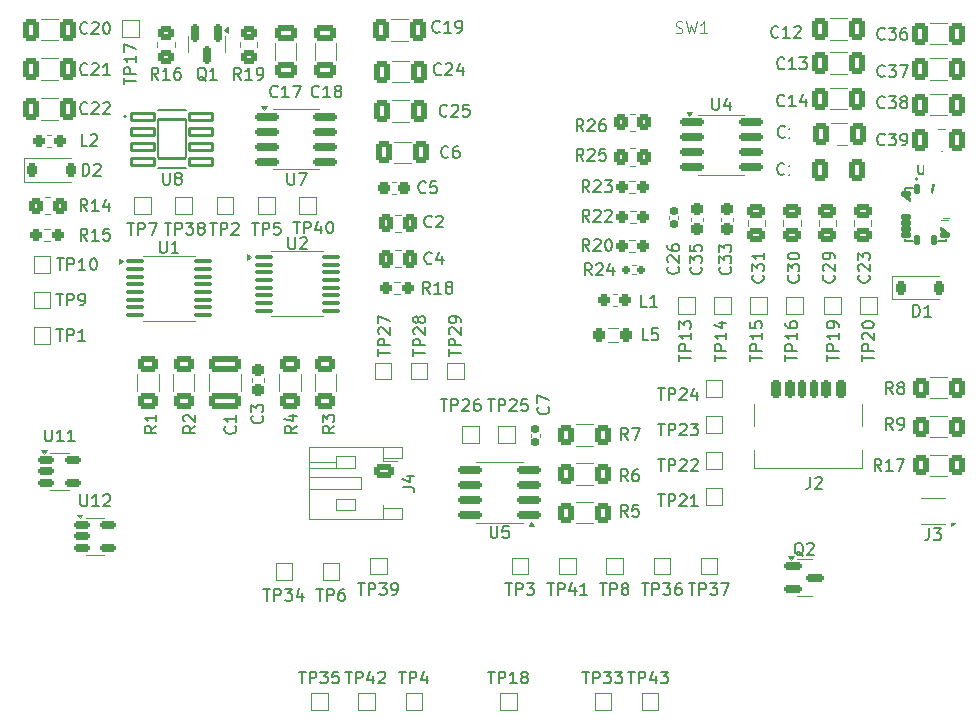
<source format=gbr>
%TF.GenerationSoftware,KiCad,Pcbnew,9.0.0*%
%TF.CreationDate,2025-04-23T19:56:12+02:00*%
%TF.ProjectId,EEE3088F Design project,45454533-3038-4384-9620-44657369676e,rev?*%
%TF.SameCoordinates,Original*%
%TF.FileFunction,Legend,Top*%
%TF.FilePolarity,Positive*%
%FSLAX46Y46*%
G04 Gerber Fmt 4.6, Leading zero omitted, Abs format (unit mm)*
G04 Created by KiCad (PCBNEW 9.0.0) date 2025-04-23 19:56:12*
%MOMM*%
%LPD*%
G01*
G04 APERTURE LIST*
G04 Aperture macros list*
%AMRoundRect*
0 Rectangle with rounded corners*
0 $1 Rounding radius*
0 $2 $3 $4 $5 $6 $7 $8 $9 X,Y pos of 4 corners*
0 Add a 4 corners polygon primitive as box body*
4,1,4,$2,$3,$4,$5,$6,$7,$8,$9,$2,$3,0*
0 Add four circle primitives for the rounded corners*
1,1,$1+$1,$2,$3*
1,1,$1+$1,$4,$5*
1,1,$1+$1,$6,$7*
1,1,$1+$1,$8,$9*
0 Add four rect primitives between the rounded corners*
20,1,$1+$1,$2,$3,$4,$5,0*
20,1,$1+$1,$4,$5,$6,$7,0*
20,1,$1+$1,$6,$7,$8,$9,0*
20,1,$1+$1,$8,$9,$2,$3,0*%
%AMFreePoly0*
4,1,505,-0.203634,2.555678,-0.202053,2.555421,-0.199231,2.554726,-0.198634,2.554678,-0.197053,2.554421,-0.194231,2.553726,-0.193634,2.553678,-0.192053,2.553421,-0.176164,2.549509,-0.173164,2.548509,-0.166423,2.545994,-0.165768,2.545723,-0.159148,2.542704,-0.157464,2.541862,-0.157608,2.541572,-0.146835,2.536534,-0.144880,2.535327,-0.140541,2.531895,-0.136165,2.529249,-0.134865,2.528313,
-0.133109,2.526820,-0.132165,2.526249,-0.130865,2.525313,-0.118339,2.514661,-0.110339,2.506661,-0.099687,2.494135,-0.098751,2.492835,-0.098179,2.491890,-0.096687,2.490135,-0.095751,2.488835,-0.093104,2.484458,-0.089673,2.480120,-0.088466,2.478165,-0.083427,2.467391,-0.083138,2.467536,-0.082296,2.465852,-0.079277,2.459232,-0.079006,2.458577,-0.076491,2.451836,-0.075491,2.448836,
-0.071579,2.432947,-0.071322,2.431366,-0.071273,2.430768,-0.070579,2.427947,-0.070322,2.426366,-0.070273,2.425768,-0.069579,2.422947,-0.069322,2.421366,-0.068000,2.405000,-0.068000,2.032000,0.068000,2.032000,0.068000,2.405000,0.069322,2.421366,0.069579,2.422947,0.070273,2.425768,0.070322,2.426366,0.070579,2.427947,0.071273,2.430768,0.071322,2.431366,0.071579,2.432947,
0.075491,2.448836,0.076491,2.451836,0.079006,2.458577,0.079277,2.459232,0.082296,2.465852,0.083138,2.467536,0.083427,2.467391,0.088466,2.478165,0.089673,2.480120,0.093104,2.484458,0.095751,2.488835,0.096687,2.490135,0.098179,2.491890,0.098751,2.492835,0.099687,2.494135,0.110339,2.506661,0.118339,2.514661,0.130865,2.525313,0.132165,2.526249,0.133109,2.526820,
0.134865,2.528313,0.136165,2.529249,0.140541,2.531895,0.144880,2.535327,0.146835,2.536534,0.157608,2.541572,0.157464,2.541862,0.159148,2.542704,0.165768,2.545723,0.166423,2.545994,0.173164,2.548509,0.176164,2.549509,0.192053,2.553421,0.193634,2.553678,0.194231,2.553726,0.197053,2.554421,0.198634,2.554678,0.199231,2.554726,0.202053,2.555421,0.203634,2.555678,
0.220000,2.557000,0.330000,2.557000,0.346366,2.555678,0.347947,2.555421,0.350768,2.554726,0.351366,2.554678,0.352947,2.554421,0.355768,2.553726,0.356366,2.553678,0.357947,2.553421,0.373836,2.549509,0.376836,2.548509,0.383577,2.545994,0.384232,2.545723,0.390852,2.542704,0.392536,2.541862,0.392391,2.541572,0.403165,2.536534,0.405120,2.535327,0.409458,2.531895,
0.413835,2.529249,0.415135,2.528313,0.416890,2.526820,0.417835,2.526249,0.419135,2.525313,0.431661,2.514661,0.439661,2.506661,0.450313,2.494135,0.451249,2.492835,0.451820,2.491890,0.453313,2.490135,0.454249,2.488835,0.456895,2.484458,0.460327,2.480120,0.461534,2.478165,0.466572,2.467391,0.466862,2.467536,0.467704,2.465852,0.470723,2.459232,0.470994,2.458577,
0.473509,2.451836,0.474509,2.448836,0.478421,2.432947,0.478678,2.431366,0.478726,2.430768,0.479421,2.427947,0.479678,2.426366,0.479726,2.425768,0.480421,2.422947,0.480678,2.421366,0.482000,2.405000,0.482000,1.632000,0.980000,1.632000,0.996366,1.630678,0.997947,1.630421,1.000768,1.629726,1.001366,1.629678,1.002947,1.629421,1.005768,1.628726,1.006366,1.628678,
1.007947,1.628421,1.013719,1.627000,1.025000,1.627000,1.084954,1.607520,1.122008,1.556520,1.127000,1.525000,1.127000,1.513718,1.128421,1.507947,1.128678,1.506366,1.128726,1.505768,1.129421,1.502947,1.129678,1.501366,1.129726,1.500768,1.130421,1.497947,1.130678,1.496366,1.132000,1.480000,1.132000,-1.480000,1.130678,-1.496366,1.130421,-1.497947,1.129726,-1.500768,
1.129678,-1.501366,1.129421,-1.502947,1.128726,-1.505768,1.128678,-1.506366,1.128421,-1.507947,1.127000,-1.513718,1.127000,-1.525000,1.107520,-1.584954,1.056520,-1.622008,1.025000,-1.627000,1.013719,-1.627000,1.007947,-1.628421,1.006366,-1.628678,1.005768,-1.628726,1.002947,-1.629421,1.001366,-1.629678,1.000768,-1.629726,0.997947,-1.630421,0.996366,-1.630678,0.980000,-1.632000,
0.482000,-1.632000,0.482000,-2.405000,0.480678,-2.421366,0.480421,-2.422947,0.479726,-2.425768,0.479678,-2.426366,0.479421,-2.427947,0.478726,-2.430768,0.478678,-2.431366,0.478421,-2.432947,0.474509,-2.448836,0.473509,-2.451836,0.470994,-2.458577,0.470723,-2.459232,0.467704,-2.465852,0.466862,-2.467536,0.466572,-2.467391,0.461534,-2.478165,0.460327,-2.480120,0.456895,-2.484458,
0.454249,-2.488835,0.453313,-2.490135,0.451820,-2.491890,0.451249,-2.492835,0.450313,-2.494135,0.439661,-2.506661,0.431661,-2.514661,0.419135,-2.525313,0.417835,-2.526249,0.416890,-2.526820,0.415135,-2.528313,0.413835,-2.529249,0.409458,-2.531895,0.405120,-2.535327,0.403165,-2.536534,0.392391,-2.541572,0.392536,-2.541862,0.390852,-2.542704,0.384232,-2.545723,0.383577,-2.545994,
0.376836,-2.548509,0.373836,-2.549509,0.357947,-2.553421,0.356366,-2.553678,0.355768,-2.553726,0.352947,-2.554421,0.351366,-2.554678,0.350768,-2.554726,0.347947,-2.555421,0.346366,-2.555678,0.330000,-2.557000,0.220000,-2.557000,0.203634,-2.555678,0.202053,-2.555421,0.199231,-2.554726,0.198634,-2.554678,0.197053,-2.554421,0.194231,-2.553726,0.193634,-2.553678,0.192053,-2.553421,
0.176164,-2.549509,0.173164,-2.548509,0.166423,-2.545994,0.165768,-2.545723,0.159148,-2.542704,0.157464,-2.541862,0.157608,-2.541572,0.146835,-2.536534,0.144880,-2.535327,0.140541,-2.531895,0.136165,-2.529249,0.134865,-2.528313,0.133109,-2.526820,0.132165,-2.526249,0.130865,-2.525313,0.118339,-2.514661,0.110339,-2.506661,0.099687,-2.494135,0.098751,-2.492835,0.098179,-2.491890,
0.096687,-2.490135,0.095751,-2.488835,0.093104,-2.484458,0.089673,-2.480120,0.088466,-2.478165,0.083427,-2.467391,0.083138,-2.467536,0.082296,-2.465852,0.079277,-2.459232,0.079006,-2.458577,0.076491,-2.451836,0.075491,-2.448836,0.071579,-2.432947,0.071322,-2.431366,0.071273,-2.430768,0.070579,-2.427947,0.070322,-2.426366,0.070273,-2.425768,0.069579,-2.422947,0.069322,-2.421366,
0.068000,-2.405000,0.068000,-2.032000,-0.068000,-2.032000,-0.068000,-2.405000,-0.069322,-2.421366,-0.069579,-2.422947,-0.070273,-2.425768,-0.070322,-2.426366,-0.070579,-2.427947,-0.071273,-2.430768,-0.071322,-2.431366,-0.071579,-2.432947,-0.075491,-2.448836,-0.076491,-2.451836,-0.079006,-2.458577,-0.079277,-2.459232,-0.082296,-2.465852,-0.083138,-2.467536,-0.083427,-2.467391,-0.088466,-2.478165,
-0.089673,-2.480120,-0.093104,-2.484458,-0.095751,-2.488835,-0.096687,-2.490135,-0.098179,-2.491890,-0.098751,-2.492835,-0.099687,-2.494135,-0.110339,-2.506661,-0.118339,-2.514661,-0.130865,-2.525313,-0.132165,-2.526249,-0.133109,-2.526820,-0.134865,-2.528313,-0.136165,-2.529249,-0.140541,-2.531895,-0.144880,-2.535327,-0.146835,-2.536534,-0.157608,-2.541572,-0.157464,-2.541862,-0.159148,-2.542704,
-0.165768,-2.545723,-0.166423,-2.545994,-0.173164,-2.548509,-0.176164,-2.549509,-0.192053,-2.553421,-0.193634,-2.553678,-0.194231,-2.553726,-0.197053,-2.554421,-0.198634,-2.554678,-0.199231,-2.554726,-0.202053,-2.555421,-0.203634,-2.555678,-0.220000,-2.557000,-0.330000,-2.557000,-0.346366,-2.555678,-0.347947,-2.555421,-0.350768,-2.554726,-0.351366,-2.554678,-0.352947,-2.554421,-0.355768,-2.553726,
-0.356366,-2.553678,-0.357947,-2.553421,-0.373836,-2.549509,-0.376836,-2.548509,-0.383577,-2.545994,-0.384232,-2.545723,-0.390852,-2.542704,-0.392536,-2.541862,-0.392391,-2.541572,-0.403165,-2.536534,-0.405120,-2.535327,-0.409458,-2.531895,-0.413835,-2.529249,-0.415135,-2.528313,-0.416890,-2.526820,-0.417835,-2.526249,-0.419135,-2.525313,-0.431661,-2.514661,-0.439661,-2.506661,-0.450313,-2.494135,
-0.451249,-2.492835,-0.451820,-2.491890,-0.453313,-2.490135,-0.454249,-2.488835,-0.456895,-2.484458,-0.460327,-2.480120,-0.461534,-2.478165,-0.466572,-2.467391,-0.466862,-2.467536,-0.467704,-2.465852,-0.470723,-2.459232,-0.470994,-2.458577,-0.473509,-2.451836,-0.474509,-2.448836,-0.478421,-2.432947,-0.478678,-2.431366,-0.478726,-2.430768,-0.479421,-2.427947,-0.479678,-2.426366,-0.479726,-2.425768,
-0.480421,-2.422947,-0.480678,-2.421366,-0.482000,-2.405000,-0.482000,-1.632000,-0.980000,-1.632000,-0.996366,-1.630678,-0.997947,-1.630421,-1.000768,-1.629726,-1.001366,-1.629678,-1.002947,-1.629421,-1.005768,-1.628726,-1.006366,-1.628678,-1.007947,-1.628421,-1.013719,-1.627000,-1.025000,-1.627000,-1.084954,-1.607520,-1.122008,-1.556520,-1.127000,-1.525000,-1.127000,-1.513718,-1.128421,-1.507947,
-1.128678,-1.506366,-1.128726,-1.505768,-1.129421,-1.502947,-1.129678,-1.501366,-1.129726,-1.500768,-1.130421,-1.497947,-1.130678,-1.496366,-1.132000,-1.480000,-1.132000,1.480000,-1.130678,1.496366,-1.130421,1.497947,-1.129726,1.500768,-1.129678,1.501366,-1.129421,1.502947,-1.128726,1.505768,-1.128678,1.506366,-1.128421,1.507947,-1.127000,1.513718,-1.127000,1.525000,-1.107520,1.584954,
-1.056520,1.622008,-1.025000,1.627000,-1.013719,1.627000,-1.007947,1.628421,-1.006366,1.628678,-1.005768,1.628726,-1.002947,1.629421,-1.001366,1.629678,-1.000768,1.629726,-0.997947,1.630421,-0.996366,1.630678,-0.980000,1.632000,-0.482000,1.632000,-0.482000,2.405000,-0.480678,2.421366,-0.480421,2.422947,-0.479726,2.425768,-0.479678,2.426366,-0.479421,2.427947,-0.478726,2.430768,
-0.478678,2.431366,-0.478421,2.432947,-0.474509,2.448836,-0.473509,2.451836,-0.470994,2.458577,-0.470723,2.459232,-0.467704,2.465852,-0.466862,2.467536,-0.466572,2.467391,-0.461534,2.478165,-0.460327,2.480120,-0.456895,2.484458,-0.454249,2.488835,-0.453313,2.490135,-0.451820,2.491890,-0.451249,2.492835,-0.450313,2.494135,-0.439661,2.506661,-0.431661,2.514661,-0.419135,2.525313,
-0.417835,2.526249,-0.416890,2.526820,-0.415135,2.528313,-0.413835,2.529249,-0.409458,2.531895,-0.405120,2.535327,-0.403165,2.536534,-0.392391,2.541572,-0.392536,2.541862,-0.390852,2.542704,-0.384232,2.545723,-0.383577,2.545994,-0.376836,2.548509,-0.373836,2.549509,-0.357947,2.553421,-0.356366,2.553678,-0.355768,2.553726,-0.352947,2.554421,-0.351366,2.554678,-0.350768,2.554726,
-0.347947,2.555421,-0.346366,2.555678,-0.330000,2.557000,-0.220000,2.557000,-0.203634,2.555678,-0.203634,2.555678,$1*%
G04 Aperture macros list end*
%ADD10C,0.150000*%
%ADD11C,0.100000*%
%ADD12C,0.120000*%
%ADD13C,0.127000*%
%ADD14C,0.200000*%
%ADD15C,0.010000*%
%ADD16RoundRect,0.150000X-0.587500X-0.150000X0.587500X-0.150000X0.587500X0.150000X-0.587500X0.150000X0*%
%ADD17RoundRect,0.250000X-0.412500X-0.650000X0.412500X-0.650000X0.412500X0.650000X-0.412500X0.650000X0*%
%ADD18RoundRect,0.250000X-0.625000X0.400000X-0.625000X-0.400000X0.625000X-0.400000X0.625000X0.400000X0*%
%ADD19R,1.000000X1.000000*%
%ADD20RoundRect,0.093240X-0.128760X-0.308760X0.128760X-0.308760X0.128760X0.308760X-0.128760X0.308760X0*%
%ADD21RoundRect,0.093240X-0.308760X-0.128760X0.308760X-0.128760X0.308760X0.128760X-0.308760X0.128760X0*%
%ADD22FreePoly0,0.000000*%
%ADD23RoundRect,0.250000X0.400000X0.625000X-0.400000X0.625000X-0.400000X-0.625000X0.400000X-0.625000X0*%
%ADD24RoundRect,0.250000X0.350000X0.450000X-0.350000X0.450000X-0.350000X-0.450000X0.350000X-0.450000X0*%
%ADD25C,3.000000*%
%ADD26RoundRect,0.250000X-0.625000X0.350000X-0.625000X-0.350000X0.625000X-0.350000X0.625000X0.350000X0*%
%ADD27O,1.750000X1.200000*%
%ADD28RoundRect,0.250000X0.650000X-0.412500X0.650000X0.412500X-0.650000X0.412500X-0.650000X-0.412500X0*%
%ADD29RoundRect,0.160000X0.197500X0.160000X-0.197500X0.160000X-0.197500X-0.160000X0.197500X-0.160000X0*%
%ADD30RoundRect,0.237500X-0.250000X-0.237500X0.250000X-0.237500X0.250000X0.237500X-0.250000X0.237500X0*%
%ADD31RoundRect,0.237500X-0.237500X0.300000X-0.237500X-0.300000X0.237500X-0.300000X0.237500X0.300000X0*%
%ADD32RoundRect,0.155000X-0.155000X0.212500X-0.155000X-0.212500X0.155000X-0.212500X0.155000X0.212500X0*%
%ADD33RoundRect,0.225000X-0.225000X-0.375000X0.225000X-0.375000X0.225000X0.375000X-0.225000X0.375000X0*%
%ADD34RoundRect,0.150000X-0.150000X0.587500X-0.150000X-0.587500X0.150000X-0.587500X0.150000X0.587500X0*%
%ADD35RoundRect,0.250000X0.450000X-0.350000X0.450000X0.350000X-0.450000X0.350000X-0.450000X-0.350000X0*%
%ADD36RoundRect,0.250000X-0.337500X-0.475000X0.337500X-0.475000X0.337500X0.475000X-0.337500X0.475000X0*%
%ADD37R,2.460000X2.310000*%
%ADD38RoundRect,0.100000X-0.687500X-0.100000X0.687500X-0.100000X0.687500X0.100000X-0.687500X0.100000X0*%
%ADD39RoundRect,0.250000X-0.450000X0.350000X-0.450000X-0.350000X0.450000X-0.350000X0.450000X0.350000X0*%
%ADD40RoundRect,0.150000X-0.825000X-0.150000X0.825000X-0.150000X0.825000X0.150000X-0.825000X0.150000X0*%
%ADD41RoundRect,0.250000X-0.275000X-0.350000X0.275000X-0.350000X0.275000X0.350000X-0.275000X0.350000X0*%
%ADD42RoundRect,0.250000X-0.400000X-0.625000X0.400000X-0.625000X0.400000X0.625000X-0.400000X0.625000X0*%
%ADD43RoundRect,0.250000X-0.475000X0.337500X-0.475000X-0.337500X0.475000X-0.337500X0.475000X0.337500X0*%
%ADD44RoundRect,0.237500X-0.287500X-0.237500X0.287500X-0.237500X0.287500X0.237500X-0.287500X0.237500X0*%
%ADD45RoundRect,0.150000X-0.512500X-0.150000X0.512500X-0.150000X0.512500X0.150000X-0.512500X0.150000X0*%
%ADD46RoundRect,0.237500X0.287500X0.237500X-0.287500X0.237500X-0.287500X-0.237500X0.287500X-0.237500X0*%
%ADD47RoundRect,0.237500X0.250000X0.237500X-0.250000X0.237500X-0.250000X-0.237500X0.250000X-0.237500X0*%
%ADD48RoundRect,0.175000X-0.175000X-0.625000X0.175000X-0.625000X0.175000X0.625000X-0.175000X0.625000X0*%
%ADD49RoundRect,0.200000X-0.200000X-0.600000X0.200000X-0.600000X0.200000X0.600000X-0.200000X0.600000X0*%
%ADD50RoundRect,0.225000X-0.225000X-0.575000X0.225000X-0.575000X0.225000X0.575000X-0.225000X0.575000X0*%
%ADD51O,1.000000X1.700000*%
%ADD52RoundRect,0.102000X-0.985000X-0.300000X0.985000X-0.300000X0.985000X0.300000X-0.985000X0.300000X0*%
%ADD53RoundRect,0.102000X-1.206500X-1.651000X1.206500X-1.651000X1.206500X1.651000X-1.206500X1.651000X0*%
%ADD54RoundRect,0.237500X-0.300000X-0.237500X0.300000X-0.237500X0.300000X0.237500X-0.300000X0.237500X0*%
%ADD55RoundRect,0.250000X-1.100000X0.412500X-1.100000X-0.412500X1.100000X-0.412500X1.100000X0.412500X0*%
%ADD56RoundRect,0.150000X0.825000X0.150000X-0.825000X0.150000X-0.825000X-0.150000X0.825000X-0.150000X0*%
%ADD57R,0.650000X0.350000*%
%ADD58R,1.000000X1.600000*%
%ADD59R,1.700000X1.700000*%
%ADD60O,1.700000X1.700000*%
G04 APERTURE END LIST*
D10*
X175967261Y-108150057D02*
X175872023Y-108102438D01*
X175872023Y-108102438D02*
X175776785Y-108007200D01*
X175776785Y-108007200D02*
X175633928Y-107864342D01*
X175633928Y-107864342D02*
X175538690Y-107816723D01*
X175538690Y-107816723D02*
X175443452Y-107816723D01*
X175491071Y-108054819D02*
X175395833Y-108007200D01*
X175395833Y-108007200D02*
X175300595Y-107911961D01*
X175300595Y-107911961D02*
X175252976Y-107721485D01*
X175252976Y-107721485D02*
X175252976Y-107388152D01*
X175252976Y-107388152D02*
X175300595Y-107197676D01*
X175300595Y-107197676D02*
X175395833Y-107102438D01*
X175395833Y-107102438D02*
X175491071Y-107054819D01*
X175491071Y-107054819D02*
X175681547Y-107054819D01*
X175681547Y-107054819D02*
X175776785Y-107102438D01*
X175776785Y-107102438D02*
X175872023Y-107197676D01*
X175872023Y-107197676D02*
X175919642Y-107388152D01*
X175919642Y-107388152D02*
X175919642Y-107721485D01*
X175919642Y-107721485D02*
X175872023Y-107911961D01*
X175872023Y-107911961D02*
X175776785Y-108007200D01*
X175776785Y-108007200D02*
X175681547Y-108054819D01*
X175681547Y-108054819D02*
X175491071Y-108054819D01*
X176300595Y-107150057D02*
X176348214Y-107102438D01*
X176348214Y-107102438D02*
X176443452Y-107054819D01*
X176443452Y-107054819D02*
X176681547Y-107054819D01*
X176681547Y-107054819D02*
X176776785Y-107102438D01*
X176776785Y-107102438D02*
X176824404Y-107150057D01*
X176824404Y-107150057D02*
X176872023Y-107245295D01*
X176872023Y-107245295D02*
X176872023Y-107340533D01*
X176872023Y-107340533D02*
X176824404Y-107483390D01*
X176824404Y-107483390D02*
X176252976Y-108054819D01*
X176252976Y-108054819D02*
X176872023Y-108054819D01*
X115357142Y-70659580D02*
X115309523Y-70707200D01*
X115309523Y-70707200D02*
X115166666Y-70754819D01*
X115166666Y-70754819D02*
X115071428Y-70754819D01*
X115071428Y-70754819D02*
X114928571Y-70707200D01*
X114928571Y-70707200D02*
X114833333Y-70611961D01*
X114833333Y-70611961D02*
X114785714Y-70516723D01*
X114785714Y-70516723D02*
X114738095Y-70326247D01*
X114738095Y-70326247D02*
X114738095Y-70183390D01*
X114738095Y-70183390D02*
X114785714Y-69992914D01*
X114785714Y-69992914D02*
X114833333Y-69897676D01*
X114833333Y-69897676D02*
X114928571Y-69802438D01*
X114928571Y-69802438D02*
X115071428Y-69754819D01*
X115071428Y-69754819D02*
X115166666Y-69754819D01*
X115166666Y-69754819D02*
X115309523Y-69802438D01*
X115309523Y-69802438D02*
X115357142Y-69850057D01*
X115738095Y-69850057D02*
X115785714Y-69802438D01*
X115785714Y-69802438D02*
X115880952Y-69754819D01*
X115880952Y-69754819D02*
X116119047Y-69754819D01*
X116119047Y-69754819D02*
X116214285Y-69802438D01*
X116214285Y-69802438D02*
X116261904Y-69850057D01*
X116261904Y-69850057D02*
X116309523Y-69945295D01*
X116309523Y-69945295D02*
X116309523Y-70040533D01*
X116309523Y-70040533D02*
X116261904Y-70183390D01*
X116261904Y-70183390D02*
X115690476Y-70754819D01*
X115690476Y-70754819D02*
X116309523Y-70754819D01*
X116690476Y-69850057D02*
X116738095Y-69802438D01*
X116738095Y-69802438D02*
X116833333Y-69754819D01*
X116833333Y-69754819D02*
X117071428Y-69754819D01*
X117071428Y-69754819D02*
X117166666Y-69802438D01*
X117166666Y-69802438D02*
X117214285Y-69850057D01*
X117214285Y-69850057D02*
X117261904Y-69945295D01*
X117261904Y-69945295D02*
X117261904Y-70040533D01*
X117261904Y-70040533D02*
X117214285Y-70183390D01*
X117214285Y-70183390D02*
X116642857Y-70754819D01*
X116642857Y-70754819D02*
X117261904Y-70754819D01*
X115357142Y-63859580D02*
X115309523Y-63907200D01*
X115309523Y-63907200D02*
X115166666Y-63954819D01*
X115166666Y-63954819D02*
X115071428Y-63954819D01*
X115071428Y-63954819D02*
X114928571Y-63907200D01*
X114928571Y-63907200D02*
X114833333Y-63811961D01*
X114833333Y-63811961D02*
X114785714Y-63716723D01*
X114785714Y-63716723D02*
X114738095Y-63526247D01*
X114738095Y-63526247D02*
X114738095Y-63383390D01*
X114738095Y-63383390D02*
X114785714Y-63192914D01*
X114785714Y-63192914D02*
X114833333Y-63097676D01*
X114833333Y-63097676D02*
X114928571Y-63002438D01*
X114928571Y-63002438D02*
X115071428Y-62954819D01*
X115071428Y-62954819D02*
X115166666Y-62954819D01*
X115166666Y-62954819D02*
X115309523Y-63002438D01*
X115309523Y-63002438D02*
X115357142Y-63050057D01*
X115738095Y-63050057D02*
X115785714Y-63002438D01*
X115785714Y-63002438D02*
X115880952Y-62954819D01*
X115880952Y-62954819D02*
X116119047Y-62954819D01*
X116119047Y-62954819D02*
X116214285Y-63002438D01*
X116214285Y-63002438D02*
X116261904Y-63050057D01*
X116261904Y-63050057D02*
X116309523Y-63145295D01*
X116309523Y-63145295D02*
X116309523Y-63240533D01*
X116309523Y-63240533D02*
X116261904Y-63383390D01*
X116261904Y-63383390D02*
X115690476Y-63954819D01*
X115690476Y-63954819D02*
X116309523Y-63954819D01*
X116928571Y-62954819D02*
X117023809Y-62954819D01*
X117023809Y-62954819D02*
X117119047Y-63002438D01*
X117119047Y-63002438D02*
X117166666Y-63050057D01*
X117166666Y-63050057D02*
X117214285Y-63145295D01*
X117214285Y-63145295D02*
X117261904Y-63335771D01*
X117261904Y-63335771D02*
X117261904Y-63573866D01*
X117261904Y-63573866D02*
X117214285Y-63764342D01*
X117214285Y-63764342D02*
X117166666Y-63859580D01*
X117166666Y-63859580D02*
X117119047Y-63907200D01*
X117119047Y-63907200D02*
X117023809Y-63954819D01*
X117023809Y-63954819D02*
X116928571Y-63954819D01*
X116928571Y-63954819D02*
X116833333Y-63907200D01*
X116833333Y-63907200D02*
X116785714Y-63859580D01*
X116785714Y-63859580D02*
X116738095Y-63764342D01*
X116738095Y-63764342D02*
X116690476Y-63573866D01*
X116690476Y-63573866D02*
X116690476Y-63335771D01*
X116690476Y-63335771D02*
X116738095Y-63145295D01*
X116738095Y-63145295D02*
X116785714Y-63050057D01*
X116785714Y-63050057D02*
X116833333Y-63002438D01*
X116833333Y-63002438D02*
X116928571Y-62954819D01*
X124484819Y-97149166D02*
X124008628Y-97482499D01*
X124484819Y-97720594D02*
X123484819Y-97720594D01*
X123484819Y-97720594D02*
X123484819Y-97339642D01*
X123484819Y-97339642D02*
X123532438Y-97244404D01*
X123532438Y-97244404D02*
X123580057Y-97196785D01*
X123580057Y-97196785D02*
X123675295Y-97149166D01*
X123675295Y-97149166D02*
X123818152Y-97149166D01*
X123818152Y-97149166D02*
X123913390Y-97196785D01*
X123913390Y-97196785D02*
X123961009Y-97244404D01*
X123961009Y-97244404D02*
X124008628Y-97339642D01*
X124008628Y-97339642D02*
X124008628Y-97720594D01*
X123580057Y-96768213D02*
X123532438Y-96720594D01*
X123532438Y-96720594D02*
X123484819Y-96625356D01*
X123484819Y-96625356D02*
X123484819Y-96387261D01*
X123484819Y-96387261D02*
X123532438Y-96292023D01*
X123532438Y-96292023D02*
X123580057Y-96244404D01*
X123580057Y-96244404D02*
X123675295Y-96196785D01*
X123675295Y-96196785D02*
X123770533Y-96196785D01*
X123770533Y-96196785D02*
X123913390Y-96244404D01*
X123913390Y-96244404D02*
X124484819Y-96815832D01*
X124484819Y-96815832D02*
X124484819Y-96196785D01*
X149261905Y-94874819D02*
X149833333Y-94874819D01*
X149547619Y-95874819D02*
X149547619Y-94874819D01*
X150166667Y-95874819D02*
X150166667Y-94874819D01*
X150166667Y-94874819D02*
X150547619Y-94874819D01*
X150547619Y-94874819D02*
X150642857Y-94922438D01*
X150642857Y-94922438D02*
X150690476Y-94970057D01*
X150690476Y-94970057D02*
X150738095Y-95065295D01*
X150738095Y-95065295D02*
X150738095Y-95208152D01*
X150738095Y-95208152D02*
X150690476Y-95303390D01*
X150690476Y-95303390D02*
X150642857Y-95351009D01*
X150642857Y-95351009D02*
X150547619Y-95398628D01*
X150547619Y-95398628D02*
X150166667Y-95398628D01*
X151119048Y-94970057D02*
X151166667Y-94922438D01*
X151166667Y-94922438D02*
X151261905Y-94874819D01*
X151261905Y-94874819D02*
X151500000Y-94874819D01*
X151500000Y-94874819D02*
X151595238Y-94922438D01*
X151595238Y-94922438D02*
X151642857Y-94970057D01*
X151642857Y-94970057D02*
X151690476Y-95065295D01*
X151690476Y-95065295D02*
X151690476Y-95160533D01*
X151690476Y-95160533D02*
X151642857Y-95303390D01*
X151642857Y-95303390D02*
X151071429Y-95874819D01*
X151071429Y-95874819D02*
X151690476Y-95874819D01*
X152595238Y-94874819D02*
X152119048Y-94874819D01*
X152119048Y-94874819D02*
X152071429Y-95351009D01*
X152071429Y-95351009D02*
X152119048Y-95303390D01*
X152119048Y-95303390D02*
X152214286Y-95255771D01*
X152214286Y-95255771D02*
X152452381Y-95255771D01*
X152452381Y-95255771D02*
X152547619Y-95303390D01*
X152547619Y-95303390D02*
X152595238Y-95351009D01*
X152595238Y-95351009D02*
X152642857Y-95446247D01*
X152642857Y-95446247D02*
X152642857Y-95684342D01*
X152642857Y-95684342D02*
X152595238Y-95779580D01*
X152595238Y-95779580D02*
X152547619Y-95827200D01*
X152547619Y-95827200D02*
X152452381Y-95874819D01*
X152452381Y-95874819D02*
X152214286Y-95874819D01*
X152214286Y-95874819D02*
X152119048Y-95827200D01*
X152119048Y-95827200D02*
X152071429Y-95779580D01*
X163661905Y-93952819D02*
X164233333Y-93952819D01*
X163947619Y-94952819D02*
X163947619Y-93952819D01*
X164566667Y-94952819D02*
X164566667Y-93952819D01*
X164566667Y-93952819D02*
X164947619Y-93952819D01*
X164947619Y-93952819D02*
X165042857Y-94000438D01*
X165042857Y-94000438D02*
X165090476Y-94048057D01*
X165090476Y-94048057D02*
X165138095Y-94143295D01*
X165138095Y-94143295D02*
X165138095Y-94286152D01*
X165138095Y-94286152D02*
X165090476Y-94381390D01*
X165090476Y-94381390D02*
X165042857Y-94429009D01*
X165042857Y-94429009D02*
X164947619Y-94476628D01*
X164947619Y-94476628D02*
X164566667Y-94476628D01*
X165519048Y-94048057D02*
X165566667Y-94000438D01*
X165566667Y-94000438D02*
X165661905Y-93952819D01*
X165661905Y-93952819D02*
X165900000Y-93952819D01*
X165900000Y-93952819D02*
X165995238Y-94000438D01*
X165995238Y-94000438D02*
X166042857Y-94048057D01*
X166042857Y-94048057D02*
X166090476Y-94143295D01*
X166090476Y-94143295D02*
X166090476Y-94238533D01*
X166090476Y-94238533D02*
X166042857Y-94381390D01*
X166042857Y-94381390D02*
X165471429Y-94952819D01*
X165471429Y-94952819D02*
X166090476Y-94952819D01*
X166947619Y-94286152D02*
X166947619Y-94952819D01*
X166709524Y-93905200D02*
X166471429Y-94619485D01*
X166471429Y-94619485D02*
X167090476Y-94619485D01*
X163661905Y-99954819D02*
X164233333Y-99954819D01*
X163947619Y-100954819D02*
X163947619Y-99954819D01*
X164566667Y-100954819D02*
X164566667Y-99954819D01*
X164566667Y-99954819D02*
X164947619Y-99954819D01*
X164947619Y-99954819D02*
X165042857Y-100002438D01*
X165042857Y-100002438D02*
X165090476Y-100050057D01*
X165090476Y-100050057D02*
X165138095Y-100145295D01*
X165138095Y-100145295D02*
X165138095Y-100288152D01*
X165138095Y-100288152D02*
X165090476Y-100383390D01*
X165090476Y-100383390D02*
X165042857Y-100431009D01*
X165042857Y-100431009D02*
X164947619Y-100478628D01*
X164947619Y-100478628D02*
X164566667Y-100478628D01*
X165519048Y-100050057D02*
X165566667Y-100002438D01*
X165566667Y-100002438D02*
X165661905Y-99954819D01*
X165661905Y-99954819D02*
X165900000Y-99954819D01*
X165900000Y-99954819D02*
X165995238Y-100002438D01*
X165995238Y-100002438D02*
X166042857Y-100050057D01*
X166042857Y-100050057D02*
X166090476Y-100145295D01*
X166090476Y-100145295D02*
X166090476Y-100240533D01*
X166090476Y-100240533D02*
X166042857Y-100383390D01*
X166042857Y-100383390D02*
X165471429Y-100954819D01*
X165471429Y-100954819D02*
X166090476Y-100954819D01*
X166471429Y-100050057D02*
X166519048Y-100002438D01*
X166519048Y-100002438D02*
X166614286Y-99954819D01*
X166614286Y-99954819D02*
X166852381Y-99954819D01*
X166852381Y-99954819D02*
X166947619Y-100002438D01*
X166947619Y-100002438D02*
X166995238Y-100050057D01*
X166995238Y-100050057D02*
X167042857Y-100145295D01*
X167042857Y-100145295D02*
X167042857Y-100240533D01*
X167042857Y-100240533D02*
X166995238Y-100383390D01*
X166995238Y-100383390D02*
X166423810Y-100954819D01*
X166423810Y-100954819D02*
X167042857Y-100954819D01*
X163661905Y-102952819D02*
X164233333Y-102952819D01*
X163947619Y-103952819D02*
X163947619Y-102952819D01*
X164566667Y-103952819D02*
X164566667Y-102952819D01*
X164566667Y-102952819D02*
X164947619Y-102952819D01*
X164947619Y-102952819D02*
X165042857Y-103000438D01*
X165042857Y-103000438D02*
X165090476Y-103048057D01*
X165090476Y-103048057D02*
X165138095Y-103143295D01*
X165138095Y-103143295D02*
X165138095Y-103286152D01*
X165138095Y-103286152D02*
X165090476Y-103381390D01*
X165090476Y-103381390D02*
X165042857Y-103429009D01*
X165042857Y-103429009D02*
X164947619Y-103476628D01*
X164947619Y-103476628D02*
X164566667Y-103476628D01*
X165519048Y-103048057D02*
X165566667Y-103000438D01*
X165566667Y-103000438D02*
X165661905Y-102952819D01*
X165661905Y-102952819D02*
X165900000Y-102952819D01*
X165900000Y-102952819D02*
X165995238Y-103000438D01*
X165995238Y-103000438D02*
X166042857Y-103048057D01*
X166042857Y-103048057D02*
X166090476Y-103143295D01*
X166090476Y-103143295D02*
X166090476Y-103238533D01*
X166090476Y-103238533D02*
X166042857Y-103381390D01*
X166042857Y-103381390D02*
X165471429Y-103952819D01*
X165471429Y-103952819D02*
X166090476Y-103952819D01*
X167042857Y-103952819D02*
X166471429Y-103952819D01*
X166757143Y-103952819D02*
X166757143Y-102952819D01*
X166757143Y-102952819D02*
X166661905Y-103095676D01*
X166661905Y-103095676D02*
X166566667Y-103190914D01*
X166566667Y-103190914D02*
X166471429Y-103238533D01*
X121194819Y-97149166D02*
X120718628Y-97482499D01*
X121194819Y-97720594D02*
X120194819Y-97720594D01*
X120194819Y-97720594D02*
X120194819Y-97339642D01*
X120194819Y-97339642D02*
X120242438Y-97244404D01*
X120242438Y-97244404D02*
X120290057Y-97196785D01*
X120290057Y-97196785D02*
X120385295Y-97149166D01*
X120385295Y-97149166D02*
X120528152Y-97149166D01*
X120528152Y-97149166D02*
X120623390Y-97196785D01*
X120623390Y-97196785D02*
X120671009Y-97244404D01*
X120671009Y-97244404D02*
X120718628Y-97339642D01*
X120718628Y-97339642D02*
X120718628Y-97720594D01*
X121194819Y-96196785D02*
X121194819Y-96768213D01*
X121194819Y-96482499D02*
X120194819Y-96482499D01*
X120194819Y-96482499D02*
X120337676Y-96577737D01*
X120337676Y-96577737D02*
X120432914Y-96672975D01*
X120432914Y-96672975D02*
X120480533Y-96768213D01*
X185704348Y-75045510D02*
X185704348Y-75694327D01*
X185704348Y-75694327D02*
X185742514Y-75770659D01*
X185742514Y-75770659D02*
X185780680Y-75808825D01*
X185780680Y-75808825D02*
X185857011Y-75846990D01*
X185857011Y-75846990D02*
X186009674Y-75846990D01*
X186009674Y-75846990D02*
X186086005Y-75808825D01*
X186086005Y-75808825D02*
X186124171Y-75770659D01*
X186124171Y-75770659D02*
X186162337Y-75694327D01*
X186162337Y-75694327D02*
X186162337Y-75045510D01*
X186582160Y-75846990D02*
X186734823Y-75846990D01*
X186734823Y-75846990D02*
X186811154Y-75808825D01*
X186811154Y-75808825D02*
X186849320Y-75770659D01*
X186849320Y-75770659D02*
X186925651Y-75656162D01*
X186925651Y-75656162D02*
X186963817Y-75503499D01*
X186963817Y-75503499D02*
X186963817Y-75198173D01*
X186963817Y-75198173D02*
X186925651Y-75121842D01*
X186925651Y-75121842D02*
X186887486Y-75083676D01*
X186887486Y-75083676D02*
X186811154Y-75045510D01*
X186811154Y-75045510D02*
X186658491Y-75045510D01*
X186658491Y-75045510D02*
X186582160Y-75083676D01*
X186582160Y-75083676D02*
X186543994Y-75121842D01*
X186543994Y-75121842D02*
X186505828Y-75198173D01*
X186505828Y-75198173D02*
X186505828Y-75389002D01*
X186505828Y-75389002D02*
X186543994Y-75465333D01*
X186543994Y-75465333D02*
X186582160Y-75503499D01*
X186582160Y-75503499D02*
X186658491Y-75541665D01*
X186658491Y-75541665D02*
X186811154Y-75541665D01*
X186811154Y-75541665D02*
X186887486Y-75503499D01*
X186887486Y-75503499D02*
X186925651Y-75465333D01*
X186925651Y-75465333D02*
X186963817Y-75389002D01*
X125738095Y-79954819D02*
X126309523Y-79954819D01*
X126023809Y-80954819D02*
X126023809Y-79954819D01*
X126642857Y-80954819D02*
X126642857Y-79954819D01*
X126642857Y-79954819D02*
X127023809Y-79954819D01*
X127023809Y-79954819D02*
X127119047Y-80002438D01*
X127119047Y-80002438D02*
X127166666Y-80050057D01*
X127166666Y-80050057D02*
X127214285Y-80145295D01*
X127214285Y-80145295D02*
X127214285Y-80288152D01*
X127214285Y-80288152D02*
X127166666Y-80383390D01*
X127166666Y-80383390D02*
X127119047Y-80431009D01*
X127119047Y-80431009D02*
X127023809Y-80478628D01*
X127023809Y-80478628D02*
X126642857Y-80478628D01*
X127595238Y-80050057D02*
X127642857Y-80002438D01*
X127642857Y-80002438D02*
X127738095Y-79954819D01*
X127738095Y-79954819D02*
X127976190Y-79954819D01*
X127976190Y-79954819D02*
X128071428Y-80002438D01*
X128071428Y-80002438D02*
X128119047Y-80050057D01*
X128119047Y-80050057D02*
X128166666Y-80145295D01*
X128166666Y-80145295D02*
X128166666Y-80240533D01*
X128166666Y-80240533D02*
X128119047Y-80383390D01*
X128119047Y-80383390D02*
X127547619Y-80954819D01*
X127547619Y-80954819D02*
X128166666Y-80954819D01*
X173857142Y-64204280D02*
X173809523Y-64251900D01*
X173809523Y-64251900D02*
X173666666Y-64299519D01*
X173666666Y-64299519D02*
X173571428Y-64299519D01*
X173571428Y-64299519D02*
X173428571Y-64251900D01*
X173428571Y-64251900D02*
X173333333Y-64156661D01*
X173333333Y-64156661D02*
X173285714Y-64061423D01*
X173285714Y-64061423D02*
X173238095Y-63870947D01*
X173238095Y-63870947D02*
X173238095Y-63728090D01*
X173238095Y-63728090D02*
X173285714Y-63537614D01*
X173285714Y-63537614D02*
X173333333Y-63442376D01*
X173333333Y-63442376D02*
X173428571Y-63347138D01*
X173428571Y-63347138D02*
X173571428Y-63299519D01*
X173571428Y-63299519D02*
X173666666Y-63299519D01*
X173666666Y-63299519D02*
X173809523Y-63347138D01*
X173809523Y-63347138D02*
X173857142Y-63394757D01*
X174809523Y-64299519D02*
X174238095Y-64299519D01*
X174523809Y-64299519D02*
X174523809Y-63299519D01*
X174523809Y-63299519D02*
X174428571Y-63442376D01*
X174428571Y-63442376D02*
X174333333Y-63537614D01*
X174333333Y-63537614D02*
X174238095Y-63585233D01*
X175190476Y-63394757D02*
X175238095Y-63347138D01*
X175238095Y-63347138D02*
X175333333Y-63299519D01*
X175333333Y-63299519D02*
X175571428Y-63299519D01*
X175571428Y-63299519D02*
X175666666Y-63347138D01*
X175666666Y-63347138D02*
X175714285Y-63394757D01*
X175714285Y-63394757D02*
X175761904Y-63489995D01*
X175761904Y-63489995D02*
X175761904Y-63585233D01*
X175761904Y-63585233D02*
X175714285Y-63728090D01*
X175714285Y-63728090D02*
X175142857Y-64299519D01*
X175142857Y-64299519D02*
X175761904Y-64299519D01*
X145182142Y-63759580D02*
X145134523Y-63807200D01*
X145134523Y-63807200D02*
X144991666Y-63854819D01*
X144991666Y-63854819D02*
X144896428Y-63854819D01*
X144896428Y-63854819D02*
X144753571Y-63807200D01*
X144753571Y-63807200D02*
X144658333Y-63711961D01*
X144658333Y-63711961D02*
X144610714Y-63616723D01*
X144610714Y-63616723D02*
X144563095Y-63426247D01*
X144563095Y-63426247D02*
X144563095Y-63283390D01*
X144563095Y-63283390D02*
X144610714Y-63092914D01*
X144610714Y-63092914D02*
X144658333Y-62997676D01*
X144658333Y-62997676D02*
X144753571Y-62902438D01*
X144753571Y-62902438D02*
X144896428Y-62854819D01*
X144896428Y-62854819D02*
X144991666Y-62854819D01*
X144991666Y-62854819D02*
X145134523Y-62902438D01*
X145134523Y-62902438D02*
X145182142Y-62950057D01*
X146134523Y-63854819D02*
X145563095Y-63854819D01*
X145848809Y-63854819D02*
X145848809Y-62854819D01*
X145848809Y-62854819D02*
X145753571Y-62997676D01*
X145753571Y-62997676D02*
X145658333Y-63092914D01*
X145658333Y-63092914D02*
X145563095Y-63140533D01*
X146610714Y-63854819D02*
X146801190Y-63854819D01*
X146801190Y-63854819D02*
X146896428Y-63807200D01*
X146896428Y-63807200D02*
X146944047Y-63759580D01*
X146944047Y-63759580D02*
X147039285Y-63616723D01*
X147039285Y-63616723D02*
X147086904Y-63426247D01*
X147086904Y-63426247D02*
X147086904Y-63045295D01*
X147086904Y-63045295D02*
X147039285Y-62950057D01*
X147039285Y-62950057D02*
X146991666Y-62902438D01*
X146991666Y-62902438D02*
X146896428Y-62854819D01*
X146896428Y-62854819D02*
X146705952Y-62854819D01*
X146705952Y-62854819D02*
X146610714Y-62902438D01*
X146610714Y-62902438D02*
X146563095Y-62950057D01*
X146563095Y-62950057D02*
X146515476Y-63045295D01*
X146515476Y-63045295D02*
X146515476Y-63283390D01*
X146515476Y-63283390D02*
X146563095Y-63378628D01*
X146563095Y-63378628D02*
X146610714Y-63426247D01*
X146610714Y-63426247D02*
X146705952Y-63473866D01*
X146705952Y-63473866D02*
X146896428Y-63473866D01*
X146896428Y-63473866D02*
X146991666Y-63426247D01*
X146991666Y-63426247D02*
X147039285Y-63378628D01*
X147039285Y-63378628D02*
X147086904Y-63283390D01*
X121894905Y-79954819D02*
X122466333Y-79954819D01*
X122180619Y-80954819D02*
X122180619Y-79954819D01*
X122799667Y-80954819D02*
X122799667Y-79954819D01*
X122799667Y-79954819D02*
X123180619Y-79954819D01*
X123180619Y-79954819D02*
X123275857Y-80002438D01*
X123275857Y-80002438D02*
X123323476Y-80050057D01*
X123323476Y-80050057D02*
X123371095Y-80145295D01*
X123371095Y-80145295D02*
X123371095Y-80288152D01*
X123371095Y-80288152D02*
X123323476Y-80383390D01*
X123323476Y-80383390D02*
X123275857Y-80431009D01*
X123275857Y-80431009D02*
X123180619Y-80478628D01*
X123180619Y-80478628D02*
X122799667Y-80478628D01*
X123704429Y-79954819D02*
X124323476Y-79954819D01*
X124323476Y-79954819D02*
X123990143Y-80335771D01*
X123990143Y-80335771D02*
X124133000Y-80335771D01*
X124133000Y-80335771D02*
X124228238Y-80383390D01*
X124228238Y-80383390D02*
X124275857Y-80431009D01*
X124275857Y-80431009D02*
X124323476Y-80526247D01*
X124323476Y-80526247D02*
X124323476Y-80764342D01*
X124323476Y-80764342D02*
X124275857Y-80859580D01*
X124275857Y-80859580D02*
X124228238Y-80907200D01*
X124228238Y-80907200D02*
X124133000Y-80954819D01*
X124133000Y-80954819D02*
X123847286Y-80954819D01*
X123847286Y-80954819D02*
X123752048Y-80907200D01*
X123752048Y-80907200D02*
X123704429Y-80859580D01*
X124894905Y-80383390D02*
X124799667Y-80335771D01*
X124799667Y-80335771D02*
X124752048Y-80288152D01*
X124752048Y-80288152D02*
X124704429Y-80192914D01*
X124704429Y-80192914D02*
X124704429Y-80145295D01*
X124704429Y-80145295D02*
X124752048Y-80050057D01*
X124752048Y-80050057D02*
X124799667Y-80002438D01*
X124799667Y-80002438D02*
X124894905Y-79954819D01*
X124894905Y-79954819D02*
X125085381Y-79954819D01*
X125085381Y-79954819D02*
X125180619Y-80002438D01*
X125180619Y-80002438D02*
X125228238Y-80050057D01*
X125228238Y-80050057D02*
X125275857Y-80145295D01*
X125275857Y-80145295D02*
X125275857Y-80192914D01*
X125275857Y-80192914D02*
X125228238Y-80288152D01*
X125228238Y-80288152D02*
X125180619Y-80335771D01*
X125180619Y-80335771D02*
X125085381Y-80383390D01*
X125085381Y-80383390D02*
X124894905Y-80383390D01*
X124894905Y-80383390D02*
X124799667Y-80431009D01*
X124799667Y-80431009D02*
X124752048Y-80478628D01*
X124752048Y-80478628D02*
X124704429Y-80573866D01*
X124704429Y-80573866D02*
X124704429Y-80764342D01*
X124704429Y-80764342D02*
X124752048Y-80859580D01*
X124752048Y-80859580D02*
X124799667Y-80907200D01*
X124799667Y-80907200D02*
X124894905Y-80954819D01*
X124894905Y-80954819D02*
X125085381Y-80954819D01*
X125085381Y-80954819D02*
X125180619Y-80907200D01*
X125180619Y-80907200D02*
X125228238Y-80859580D01*
X125228238Y-80859580D02*
X125275857Y-80764342D01*
X125275857Y-80764342D02*
X125275857Y-80573866D01*
X125275857Y-80573866D02*
X125228238Y-80478628D01*
X125228238Y-80478628D02*
X125180619Y-80431009D01*
X125180619Y-80431009D02*
X125085381Y-80383390D01*
X133064819Y-97149166D02*
X132588628Y-97482499D01*
X133064819Y-97720594D02*
X132064819Y-97720594D01*
X132064819Y-97720594D02*
X132064819Y-97339642D01*
X132064819Y-97339642D02*
X132112438Y-97244404D01*
X132112438Y-97244404D02*
X132160057Y-97196785D01*
X132160057Y-97196785D02*
X132255295Y-97149166D01*
X132255295Y-97149166D02*
X132398152Y-97149166D01*
X132398152Y-97149166D02*
X132493390Y-97196785D01*
X132493390Y-97196785D02*
X132541009Y-97244404D01*
X132541009Y-97244404D02*
X132588628Y-97339642D01*
X132588628Y-97339642D02*
X132588628Y-97720594D01*
X132398152Y-96292023D02*
X133064819Y-96292023D01*
X132017200Y-96530118D02*
X132731485Y-96768213D01*
X132731485Y-96768213D02*
X132731485Y-96149166D01*
X161108333Y-104839819D02*
X160775000Y-104363628D01*
X160536905Y-104839819D02*
X160536905Y-103839819D01*
X160536905Y-103839819D02*
X160917857Y-103839819D01*
X160917857Y-103839819D02*
X161013095Y-103887438D01*
X161013095Y-103887438D02*
X161060714Y-103935057D01*
X161060714Y-103935057D02*
X161108333Y-104030295D01*
X161108333Y-104030295D02*
X161108333Y-104173152D01*
X161108333Y-104173152D02*
X161060714Y-104268390D01*
X161060714Y-104268390D02*
X161013095Y-104316009D01*
X161013095Y-104316009D02*
X160917857Y-104363628D01*
X160917857Y-104363628D02*
X160536905Y-104363628D01*
X162013095Y-103839819D02*
X161536905Y-103839819D01*
X161536905Y-103839819D02*
X161489286Y-104316009D01*
X161489286Y-104316009D02*
X161536905Y-104268390D01*
X161536905Y-104268390D02*
X161632143Y-104220771D01*
X161632143Y-104220771D02*
X161870238Y-104220771D01*
X161870238Y-104220771D02*
X161965476Y-104268390D01*
X161965476Y-104268390D02*
X162013095Y-104316009D01*
X162013095Y-104316009D02*
X162060714Y-104411247D01*
X162060714Y-104411247D02*
X162060714Y-104649342D01*
X162060714Y-104649342D02*
X162013095Y-104744580D01*
X162013095Y-104744580D02*
X161965476Y-104792200D01*
X161965476Y-104792200D02*
X161870238Y-104839819D01*
X161870238Y-104839819D02*
X161632143Y-104839819D01*
X161632143Y-104839819D02*
X161536905Y-104792200D01*
X161536905Y-104792200D02*
X161489286Y-104744580D01*
X157357142Y-74699519D02*
X157023809Y-74223328D01*
X156785714Y-74699519D02*
X156785714Y-73699519D01*
X156785714Y-73699519D02*
X157166666Y-73699519D01*
X157166666Y-73699519D02*
X157261904Y-73747138D01*
X157261904Y-73747138D02*
X157309523Y-73794757D01*
X157309523Y-73794757D02*
X157357142Y-73889995D01*
X157357142Y-73889995D02*
X157357142Y-74032852D01*
X157357142Y-74032852D02*
X157309523Y-74128090D01*
X157309523Y-74128090D02*
X157261904Y-74175709D01*
X157261904Y-74175709D02*
X157166666Y-74223328D01*
X157166666Y-74223328D02*
X156785714Y-74223328D01*
X157738095Y-73794757D02*
X157785714Y-73747138D01*
X157785714Y-73747138D02*
X157880952Y-73699519D01*
X157880952Y-73699519D02*
X158119047Y-73699519D01*
X158119047Y-73699519D02*
X158214285Y-73747138D01*
X158214285Y-73747138D02*
X158261904Y-73794757D01*
X158261904Y-73794757D02*
X158309523Y-73889995D01*
X158309523Y-73889995D02*
X158309523Y-73985233D01*
X158309523Y-73985233D02*
X158261904Y-74128090D01*
X158261904Y-74128090D02*
X157690476Y-74699519D01*
X157690476Y-74699519D02*
X158309523Y-74699519D01*
X159214285Y-73699519D02*
X158738095Y-73699519D01*
X158738095Y-73699519D02*
X158690476Y-74175709D01*
X158690476Y-74175709D02*
X158738095Y-74128090D01*
X158738095Y-74128090D02*
X158833333Y-74080471D01*
X158833333Y-74080471D02*
X159071428Y-74080471D01*
X159071428Y-74080471D02*
X159166666Y-74128090D01*
X159166666Y-74128090D02*
X159214285Y-74175709D01*
X159214285Y-74175709D02*
X159261904Y-74270947D01*
X159261904Y-74270947D02*
X159261904Y-74509042D01*
X159261904Y-74509042D02*
X159214285Y-74604280D01*
X159214285Y-74604280D02*
X159166666Y-74651900D01*
X159166666Y-74651900D02*
X159071428Y-74699519D01*
X159071428Y-74699519D02*
X158833333Y-74699519D01*
X158833333Y-74699519D02*
X158738095Y-74651900D01*
X158738095Y-74651900D02*
X158690476Y-74604280D01*
X161108333Y-101839819D02*
X160775000Y-101363628D01*
X160536905Y-101839819D02*
X160536905Y-100839819D01*
X160536905Y-100839819D02*
X160917857Y-100839819D01*
X160917857Y-100839819D02*
X161013095Y-100887438D01*
X161013095Y-100887438D02*
X161060714Y-100935057D01*
X161060714Y-100935057D02*
X161108333Y-101030295D01*
X161108333Y-101030295D02*
X161108333Y-101173152D01*
X161108333Y-101173152D02*
X161060714Y-101268390D01*
X161060714Y-101268390D02*
X161013095Y-101316009D01*
X161013095Y-101316009D02*
X160917857Y-101363628D01*
X160917857Y-101363628D02*
X160536905Y-101363628D01*
X161965476Y-100839819D02*
X161775000Y-100839819D01*
X161775000Y-100839819D02*
X161679762Y-100887438D01*
X161679762Y-100887438D02*
X161632143Y-100935057D01*
X161632143Y-100935057D02*
X161536905Y-101077914D01*
X161536905Y-101077914D02*
X161489286Y-101268390D01*
X161489286Y-101268390D02*
X161489286Y-101649342D01*
X161489286Y-101649342D02*
X161536905Y-101744580D01*
X161536905Y-101744580D02*
X161584524Y-101792200D01*
X161584524Y-101792200D02*
X161679762Y-101839819D01*
X161679762Y-101839819D02*
X161870238Y-101839819D01*
X161870238Y-101839819D02*
X161965476Y-101792200D01*
X161965476Y-101792200D02*
X162013095Y-101744580D01*
X162013095Y-101744580D02*
X162060714Y-101649342D01*
X162060714Y-101649342D02*
X162060714Y-101411247D01*
X162060714Y-101411247D02*
X162013095Y-101316009D01*
X162013095Y-101316009D02*
X161965476Y-101268390D01*
X161965476Y-101268390D02*
X161870238Y-101220771D01*
X161870238Y-101220771D02*
X161679762Y-101220771D01*
X161679762Y-101220771D02*
X161584524Y-101268390D01*
X161584524Y-101268390D02*
X161536905Y-101316009D01*
X161536905Y-101316009D02*
X161489286Y-101411247D01*
D11*
X165166667Y-63854500D02*
X165309524Y-63902119D01*
X165309524Y-63902119D02*
X165547619Y-63902119D01*
X165547619Y-63902119D02*
X165642857Y-63854500D01*
X165642857Y-63854500D02*
X165690476Y-63806880D01*
X165690476Y-63806880D02*
X165738095Y-63711642D01*
X165738095Y-63711642D02*
X165738095Y-63616404D01*
X165738095Y-63616404D02*
X165690476Y-63521166D01*
X165690476Y-63521166D02*
X165642857Y-63473547D01*
X165642857Y-63473547D02*
X165547619Y-63425928D01*
X165547619Y-63425928D02*
X165357143Y-63378309D01*
X165357143Y-63378309D02*
X165261905Y-63330690D01*
X165261905Y-63330690D02*
X165214286Y-63283071D01*
X165214286Y-63283071D02*
X165166667Y-63187833D01*
X165166667Y-63187833D02*
X165166667Y-63092595D01*
X165166667Y-63092595D02*
X165214286Y-62997357D01*
X165214286Y-62997357D02*
X165261905Y-62949738D01*
X165261905Y-62949738D02*
X165357143Y-62902119D01*
X165357143Y-62902119D02*
X165595238Y-62902119D01*
X165595238Y-62902119D02*
X165738095Y-62949738D01*
X166071429Y-62902119D02*
X166309524Y-63902119D01*
X166309524Y-63902119D02*
X166500000Y-63187833D01*
X166500000Y-63187833D02*
X166690476Y-63902119D01*
X166690476Y-63902119D02*
X166928572Y-62902119D01*
X167833333Y-63902119D02*
X167261905Y-63902119D01*
X167547619Y-63902119D02*
X167547619Y-62902119D01*
X167547619Y-62902119D02*
X167452381Y-63044976D01*
X167452381Y-63044976D02*
X167357143Y-63140214D01*
X167357143Y-63140214D02*
X167261905Y-63187833D01*
D10*
X142040819Y-102333333D02*
X142755104Y-102333333D01*
X142755104Y-102333333D02*
X142897961Y-102380952D01*
X142897961Y-102380952D02*
X142993200Y-102476190D01*
X142993200Y-102476190D02*
X143040819Y-102619047D01*
X143040819Y-102619047D02*
X143040819Y-102714285D01*
X142374152Y-101428571D02*
X143040819Y-101428571D01*
X141993200Y-101666666D02*
X142707485Y-101904761D01*
X142707485Y-101904761D02*
X142707485Y-101285714D01*
X142956819Y-91238094D02*
X142956819Y-90666666D01*
X143956819Y-90952380D02*
X142956819Y-90952380D01*
X143956819Y-90333332D02*
X142956819Y-90333332D01*
X142956819Y-90333332D02*
X142956819Y-89952380D01*
X142956819Y-89952380D02*
X143004438Y-89857142D01*
X143004438Y-89857142D02*
X143052057Y-89809523D01*
X143052057Y-89809523D02*
X143147295Y-89761904D01*
X143147295Y-89761904D02*
X143290152Y-89761904D01*
X143290152Y-89761904D02*
X143385390Y-89809523D01*
X143385390Y-89809523D02*
X143433009Y-89857142D01*
X143433009Y-89857142D02*
X143480628Y-89952380D01*
X143480628Y-89952380D02*
X143480628Y-90333332D01*
X143052057Y-89380951D02*
X143004438Y-89333332D01*
X143004438Y-89333332D02*
X142956819Y-89238094D01*
X142956819Y-89238094D02*
X142956819Y-88999999D01*
X142956819Y-88999999D02*
X143004438Y-88904761D01*
X143004438Y-88904761D02*
X143052057Y-88857142D01*
X143052057Y-88857142D02*
X143147295Y-88809523D01*
X143147295Y-88809523D02*
X143242533Y-88809523D01*
X143242533Y-88809523D02*
X143385390Y-88857142D01*
X143385390Y-88857142D02*
X143956819Y-89428570D01*
X143956819Y-89428570D02*
X143956819Y-88809523D01*
X143385390Y-88238094D02*
X143337771Y-88333332D01*
X143337771Y-88333332D02*
X143290152Y-88380951D01*
X143290152Y-88380951D02*
X143194914Y-88428570D01*
X143194914Y-88428570D02*
X143147295Y-88428570D01*
X143147295Y-88428570D02*
X143052057Y-88380951D01*
X143052057Y-88380951D02*
X143004438Y-88333332D01*
X143004438Y-88333332D02*
X142956819Y-88238094D01*
X142956819Y-88238094D02*
X142956819Y-88047618D01*
X142956819Y-88047618D02*
X143004438Y-87952380D01*
X143004438Y-87952380D02*
X143052057Y-87904761D01*
X143052057Y-87904761D02*
X143147295Y-87857142D01*
X143147295Y-87857142D02*
X143194914Y-87857142D01*
X143194914Y-87857142D02*
X143290152Y-87904761D01*
X143290152Y-87904761D02*
X143337771Y-87952380D01*
X143337771Y-87952380D02*
X143385390Y-88047618D01*
X143385390Y-88047618D02*
X143385390Y-88238094D01*
X143385390Y-88238094D02*
X143433009Y-88333332D01*
X143433009Y-88333332D02*
X143480628Y-88380951D01*
X143480628Y-88380951D02*
X143575866Y-88428570D01*
X143575866Y-88428570D02*
X143766342Y-88428570D01*
X143766342Y-88428570D02*
X143861580Y-88380951D01*
X143861580Y-88380951D02*
X143909200Y-88333332D01*
X143909200Y-88333332D02*
X143956819Y-88238094D01*
X143956819Y-88238094D02*
X143956819Y-88047618D01*
X143956819Y-88047618D02*
X143909200Y-87952380D01*
X143909200Y-87952380D02*
X143861580Y-87904761D01*
X143861580Y-87904761D02*
X143766342Y-87857142D01*
X143766342Y-87857142D02*
X143575866Y-87857142D01*
X143575866Y-87857142D02*
X143480628Y-87904761D01*
X143480628Y-87904761D02*
X143433009Y-87952380D01*
X143433009Y-87952380D02*
X143385390Y-88047618D01*
X138261905Y-110454819D02*
X138833333Y-110454819D01*
X138547619Y-111454819D02*
X138547619Y-110454819D01*
X139166667Y-111454819D02*
X139166667Y-110454819D01*
X139166667Y-110454819D02*
X139547619Y-110454819D01*
X139547619Y-110454819D02*
X139642857Y-110502438D01*
X139642857Y-110502438D02*
X139690476Y-110550057D01*
X139690476Y-110550057D02*
X139738095Y-110645295D01*
X139738095Y-110645295D02*
X139738095Y-110788152D01*
X139738095Y-110788152D02*
X139690476Y-110883390D01*
X139690476Y-110883390D02*
X139642857Y-110931009D01*
X139642857Y-110931009D02*
X139547619Y-110978628D01*
X139547619Y-110978628D02*
X139166667Y-110978628D01*
X140071429Y-110454819D02*
X140690476Y-110454819D01*
X140690476Y-110454819D02*
X140357143Y-110835771D01*
X140357143Y-110835771D02*
X140500000Y-110835771D01*
X140500000Y-110835771D02*
X140595238Y-110883390D01*
X140595238Y-110883390D02*
X140642857Y-110931009D01*
X140642857Y-110931009D02*
X140690476Y-111026247D01*
X140690476Y-111026247D02*
X140690476Y-111264342D01*
X140690476Y-111264342D02*
X140642857Y-111359580D01*
X140642857Y-111359580D02*
X140595238Y-111407200D01*
X140595238Y-111407200D02*
X140500000Y-111454819D01*
X140500000Y-111454819D02*
X140214286Y-111454819D01*
X140214286Y-111454819D02*
X140119048Y-111407200D01*
X140119048Y-111407200D02*
X140071429Y-111359580D01*
X141166667Y-111454819D02*
X141357143Y-111454819D01*
X141357143Y-111454819D02*
X141452381Y-111407200D01*
X141452381Y-111407200D02*
X141500000Y-111359580D01*
X141500000Y-111359580D02*
X141595238Y-111216723D01*
X141595238Y-111216723D02*
X141642857Y-111026247D01*
X141642857Y-111026247D02*
X141642857Y-110645295D01*
X141642857Y-110645295D02*
X141595238Y-110550057D01*
X141595238Y-110550057D02*
X141547619Y-110502438D01*
X141547619Y-110502438D02*
X141452381Y-110454819D01*
X141452381Y-110454819D02*
X141261905Y-110454819D01*
X141261905Y-110454819D02*
X141166667Y-110502438D01*
X141166667Y-110502438D02*
X141119048Y-110550057D01*
X141119048Y-110550057D02*
X141071429Y-110645295D01*
X141071429Y-110645295D02*
X141071429Y-110883390D01*
X141071429Y-110883390D02*
X141119048Y-110978628D01*
X141119048Y-110978628D02*
X141166667Y-111026247D01*
X141166667Y-111026247D02*
X141261905Y-111073866D01*
X141261905Y-111073866D02*
X141452381Y-111073866D01*
X141452381Y-111073866D02*
X141547619Y-111026247D01*
X141547619Y-111026247D02*
X141595238Y-110978628D01*
X141595238Y-110978628D02*
X141642857Y-110883390D01*
X134957142Y-69234580D02*
X134909523Y-69282200D01*
X134909523Y-69282200D02*
X134766666Y-69329819D01*
X134766666Y-69329819D02*
X134671428Y-69329819D01*
X134671428Y-69329819D02*
X134528571Y-69282200D01*
X134528571Y-69282200D02*
X134433333Y-69186961D01*
X134433333Y-69186961D02*
X134385714Y-69091723D01*
X134385714Y-69091723D02*
X134338095Y-68901247D01*
X134338095Y-68901247D02*
X134338095Y-68758390D01*
X134338095Y-68758390D02*
X134385714Y-68567914D01*
X134385714Y-68567914D02*
X134433333Y-68472676D01*
X134433333Y-68472676D02*
X134528571Y-68377438D01*
X134528571Y-68377438D02*
X134671428Y-68329819D01*
X134671428Y-68329819D02*
X134766666Y-68329819D01*
X134766666Y-68329819D02*
X134909523Y-68377438D01*
X134909523Y-68377438D02*
X134957142Y-68425057D01*
X135909523Y-69329819D02*
X135338095Y-69329819D01*
X135623809Y-69329819D02*
X135623809Y-68329819D01*
X135623809Y-68329819D02*
X135528571Y-68472676D01*
X135528571Y-68472676D02*
X135433333Y-68567914D01*
X135433333Y-68567914D02*
X135338095Y-68615533D01*
X136480952Y-68758390D02*
X136385714Y-68710771D01*
X136385714Y-68710771D02*
X136338095Y-68663152D01*
X136338095Y-68663152D02*
X136290476Y-68567914D01*
X136290476Y-68567914D02*
X136290476Y-68520295D01*
X136290476Y-68520295D02*
X136338095Y-68425057D01*
X136338095Y-68425057D02*
X136385714Y-68377438D01*
X136385714Y-68377438D02*
X136480952Y-68329819D01*
X136480952Y-68329819D02*
X136671428Y-68329819D01*
X136671428Y-68329819D02*
X136766666Y-68377438D01*
X136766666Y-68377438D02*
X136814285Y-68425057D01*
X136814285Y-68425057D02*
X136861904Y-68520295D01*
X136861904Y-68520295D02*
X136861904Y-68567914D01*
X136861904Y-68567914D02*
X136814285Y-68663152D01*
X136814285Y-68663152D02*
X136766666Y-68710771D01*
X136766666Y-68710771D02*
X136671428Y-68758390D01*
X136671428Y-68758390D02*
X136480952Y-68758390D01*
X136480952Y-68758390D02*
X136385714Y-68806009D01*
X136385714Y-68806009D02*
X136338095Y-68853628D01*
X136338095Y-68853628D02*
X136290476Y-68948866D01*
X136290476Y-68948866D02*
X136290476Y-69139342D01*
X136290476Y-69139342D02*
X136338095Y-69234580D01*
X136338095Y-69234580D02*
X136385714Y-69282200D01*
X136385714Y-69282200D02*
X136480952Y-69329819D01*
X136480952Y-69329819D02*
X136671428Y-69329819D01*
X136671428Y-69329819D02*
X136766666Y-69282200D01*
X136766666Y-69282200D02*
X136814285Y-69234580D01*
X136814285Y-69234580D02*
X136861904Y-69139342D01*
X136861904Y-69139342D02*
X136861904Y-68948866D01*
X136861904Y-68948866D02*
X136814285Y-68853628D01*
X136814285Y-68853628D02*
X136766666Y-68806009D01*
X136766666Y-68806009D02*
X136671428Y-68758390D01*
X161108333Y-98339819D02*
X160775000Y-97863628D01*
X160536905Y-98339819D02*
X160536905Y-97339819D01*
X160536905Y-97339819D02*
X160917857Y-97339819D01*
X160917857Y-97339819D02*
X161013095Y-97387438D01*
X161013095Y-97387438D02*
X161060714Y-97435057D01*
X161060714Y-97435057D02*
X161108333Y-97530295D01*
X161108333Y-97530295D02*
X161108333Y-97673152D01*
X161108333Y-97673152D02*
X161060714Y-97768390D01*
X161060714Y-97768390D02*
X161013095Y-97816009D01*
X161013095Y-97816009D02*
X160917857Y-97863628D01*
X160917857Y-97863628D02*
X160536905Y-97863628D01*
X161441667Y-97339819D02*
X162108333Y-97339819D01*
X162108333Y-97339819D02*
X161679762Y-98339819D01*
X158052142Y-84399519D02*
X157718809Y-83923328D01*
X157480714Y-84399519D02*
X157480714Y-83399519D01*
X157480714Y-83399519D02*
X157861666Y-83399519D01*
X157861666Y-83399519D02*
X157956904Y-83447138D01*
X157956904Y-83447138D02*
X158004523Y-83494757D01*
X158004523Y-83494757D02*
X158052142Y-83589995D01*
X158052142Y-83589995D02*
X158052142Y-83732852D01*
X158052142Y-83732852D02*
X158004523Y-83828090D01*
X158004523Y-83828090D02*
X157956904Y-83875709D01*
X157956904Y-83875709D02*
X157861666Y-83923328D01*
X157861666Y-83923328D02*
X157480714Y-83923328D01*
X158433095Y-83494757D02*
X158480714Y-83447138D01*
X158480714Y-83447138D02*
X158575952Y-83399519D01*
X158575952Y-83399519D02*
X158814047Y-83399519D01*
X158814047Y-83399519D02*
X158909285Y-83447138D01*
X158909285Y-83447138D02*
X158956904Y-83494757D01*
X158956904Y-83494757D02*
X159004523Y-83589995D01*
X159004523Y-83589995D02*
X159004523Y-83685233D01*
X159004523Y-83685233D02*
X158956904Y-83828090D01*
X158956904Y-83828090D02*
X158385476Y-84399519D01*
X158385476Y-84399519D02*
X159004523Y-84399519D01*
X159861666Y-83732852D02*
X159861666Y-84399519D01*
X159623571Y-83351900D02*
X159385476Y-84066185D01*
X159385476Y-84066185D02*
X160004523Y-84066185D01*
X115357142Y-81454819D02*
X115023809Y-80978628D01*
X114785714Y-81454819D02*
X114785714Y-80454819D01*
X114785714Y-80454819D02*
X115166666Y-80454819D01*
X115166666Y-80454819D02*
X115261904Y-80502438D01*
X115261904Y-80502438D02*
X115309523Y-80550057D01*
X115309523Y-80550057D02*
X115357142Y-80645295D01*
X115357142Y-80645295D02*
X115357142Y-80788152D01*
X115357142Y-80788152D02*
X115309523Y-80883390D01*
X115309523Y-80883390D02*
X115261904Y-80931009D01*
X115261904Y-80931009D02*
X115166666Y-80978628D01*
X115166666Y-80978628D02*
X114785714Y-80978628D01*
X116309523Y-81454819D02*
X115738095Y-81454819D01*
X116023809Y-81454819D02*
X116023809Y-80454819D01*
X116023809Y-80454819D02*
X115928571Y-80597676D01*
X115928571Y-80597676D02*
X115833333Y-80692914D01*
X115833333Y-80692914D02*
X115738095Y-80740533D01*
X117214285Y-80454819D02*
X116738095Y-80454819D01*
X116738095Y-80454819D02*
X116690476Y-80931009D01*
X116690476Y-80931009D02*
X116738095Y-80883390D01*
X116738095Y-80883390D02*
X116833333Y-80835771D01*
X116833333Y-80835771D02*
X117071428Y-80835771D01*
X117071428Y-80835771D02*
X117166666Y-80883390D01*
X117166666Y-80883390D02*
X117214285Y-80931009D01*
X117214285Y-80931009D02*
X117261904Y-81026247D01*
X117261904Y-81026247D02*
X117261904Y-81264342D01*
X117261904Y-81264342D02*
X117214285Y-81359580D01*
X117214285Y-81359580D02*
X117166666Y-81407200D01*
X117166666Y-81407200D02*
X117071428Y-81454819D01*
X117071428Y-81454819D02*
X116833333Y-81454819D01*
X116833333Y-81454819D02*
X116738095Y-81407200D01*
X116738095Y-81407200D02*
X116690476Y-81359580D01*
X141738095Y-117954819D02*
X142309523Y-117954819D01*
X142023809Y-118954819D02*
X142023809Y-117954819D01*
X142642857Y-118954819D02*
X142642857Y-117954819D01*
X142642857Y-117954819D02*
X143023809Y-117954819D01*
X143023809Y-117954819D02*
X143119047Y-118002438D01*
X143119047Y-118002438D02*
X143166666Y-118050057D01*
X143166666Y-118050057D02*
X143214285Y-118145295D01*
X143214285Y-118145295D02*
X143214285Y-118288152D01*
X143214285Y-118288152D02*
X143166666Y-118383390D01*
X143166666Y-118383390D02*
X143119047Y-118431009D01*
X143119047Y-118431009D02*
X143023809Y-118478628D01*
X143023809Y-118478628D02*
X142642857Y-118478628D01*
X144071428Y-118288152D02*
X144071428Y-118954819D01*
X143833333Y-117907200D02*
X143595238Y-118621485D01*
X143595238Y-118621485D02*
X144214285Y-118621485D01*
X169769580Y-83697557D02*
X169817200Y-83745176D01*
X169817200Y-83745176D02*
X169864819Y-83888033D01*
X169864819Y-83888033D02*
X169864819Y-83983271D01*
X169864819Y-83983271D02*
X169817200Y-84126128D01*
X169817200Y-84126128D02*
X169721961Y-84221366D01*
X169721961Y-84221366D02*
X169626723Y-84268985D01*
X169626723Y-84268985D02*
X169436247Y-84316604D01*
X169436247Y-84316604D02*
X169293390Y-84316604D01*
X169293390Y-84316604D02*
X169102914Y-84268985D01*
X169102914Y-84268985D02*
X169007676Y-84221366D01*
X169007676Y-84221366D02*
X168912438Y-84126128D01*
X168912438Y-84126128D02*
X168864819Y-83983271D01*
X168864819Y-83983271D02*
X168864819Y-83888033D01*
X168864819Y-83888033D02*
X168912438Y-83745176D01*
X168912438Y-83745176D02*
X168960057Y-83697557D01*
X168864819Y-83364223D02*
X168864819Y-82745176D01*
X168864819Y-82745176D02*
X169245771Y-83078509D01*
X169245771Y-83078509D02*
X169245771Y-82935652D01*
X169245771Y-82935652D02*
X169293390Y-82840414D01*
X169293390Y-82840414D02*
X169341009Y-82792795D01*
X169341009Y-82792795D02*
X169436247Y-82745176D01*
X169436247Y-82745176D02*
X169674342Y-82745176D01*
X169674342Y-82745176D02*
X169769580Y-82792795D01*
X169769580Y-82792795D02*
X169817200Y-82840414D01*
X169817200Y-82840414D02*
X169864819Y-82935652D01*
X169864819Y-82935652D02*
X169864819Y-83221366D01*
X169864819Y-83221366D02*
X169817200Y-83316604D01*
X169817200Y-83316604D02*
X169769580Y-83364223D01*
X168864819Y-82411842D02*
X168864819Y-81792795D01*
X168864819Y-81792795D02*
X169245771Y-82126128D01*
X169245771Y-82126128D02*
X169245771Y-81983271D01*
X169245771Y-81983271D02*
X169293390Y-81888033D01*
X169293390Y-81888033D02*
X169341009Y-81840414D01*
X169341009Y-81840414D02*
X169436247Y-81792795D01*
X169436247Y-81792795D02*
X169674342Y-81792795D01*
X169674342Y-81792795D02*
X169769580Y-81840414D01*
X169769580Y-81840414D02*
X169817200Y-81888033D01*
X169817200Y-81888033D02*
X169864819Y-81983271D01*
X169864819Y-81983271D02*
X169864819Y-82268985D01*
X169864819Y-82268985D02*
X169817200Y-82364223D01*
X169817200Y-82364223D02*
X169769580Y-82411842D01*
X171456819Y-91682794D02*
X171456819Y-91111366D01*
X172456819Y-91397080D02*
X171456819Y-91397080D01*
X172456819Y-90778032D02*
X171456819Y-90778032D01*
X171456819Y-90778032D02*
X171456819Y-90397080D01*
X171456819Y-90397080D02*
X171504438Y-90301842D01*
X171504438Y-90301842D02*
X171552057Y-90254223D01*
X171552057Y-90254223D02*
X171647295Y-90206604D01*
X171647295Y-90206604D02*
X171790152Y-90206604D01*
X171790152Y-90206604D02*
X171885390Y-90254223D01*
X171885390Y-90254223D02*
X171933009Y-90301842D01*
X171933009Y-90301842D02*
X171980628Y-90397080D01*
X171980628Y-90397080D02*
X171980628Y-90778032D01*
X172456819Y-89254223D02*
X172456819Y-89825651D01*
X172456819Y-89539937D02*
X171456819Y-89539937D01*
X171456819Y-89539937D02*
X171599676Y-89635175D01*
X171599676Y-89635175D02*
X171694914Y-89730413D01*
X171694914Y-89730413D02*
X171742533Y-89825651D01*
X171456819Y-88349461D02*
X171456819Y-88825651D01*
X171456819Y-88825651D02*
X171933009Y-88873270D01*
X171933009Y-88873270D02*
X171885390Y-88825651D01*
X171885390Y-88825651D02*
X171837771Y-88730413D01*
X171837771Y-88730413D02*
X171837771Y-88492318D01*
X171837771Y-88492318D02*
X171885390Y-88397080D01*
X171885390Y-88397080D02*
X171933009Y-88349461D01*
X171933009Y-88349461D02*
X172028247Y-88301842D01*
X172028247Y-88301842D02*
X172266342Y-88301842D01*
X172266342Y-88301842D02*
X172361580Y-88349461D01*
X172361580Y-88349461D02*
X172409200Y-88397080D01*
X172409200Y-88397080D02*
X172456819Y-88492318D01*
X172456819Y-88492318D02*
X172456819Y-88730413D01*
X172456819Y-88730413D02*
X172409200Y-88825651D01*
X172409200Y-88825651D02*
X172361580Y-88873270D01*
X145307142Y-67359580D02*
X145259523Y-67407200D01*
X145259523Y-67407200D02*
X145116666Y-67454819D01*
X145116666Y-67454819D02*
X145021428Y-67454819D01*
X145021428Y-67454819D02*
X144878571Y-67407200D01*
X144878571Y-67407200D02*
X144783333Y-67311961D01*
X144783333Y-67311961D02*
X144735714Y-67216723D01*
X144735714Y-67216723D02*
X144688095Y-67026247D01*
X144688095Y-67026247D02*
X144688095Y-66883390D01*
X144688095Y-66883390D02*
X144735714Y-66692914D01*
X144735714Y-66692914D02*
X144783333Y-66597676D01*
X144783333Y-66597676D02*
X144878571Y-66502438D01*
X144878571Y-66502438D02*
X145021428Y-66454819D01*
X145021428Y-66454819D02*
X145116666Y-66454819D01*
X145116666Y-66454819D02*
X145259523Y-66502438D01*
X145259523Y-66502438D02*
X145307142Y-66550057D01*
X145688095Y-66550057D02*
X145735714Y-66502438D01*
X145735714Y-66502438D02*
X145830952Y-66454819D01*
X145830952Y-66454819D02*
X146069047Y-66454819D01*
X146069047Y-66454819D02*
X146164285Y-66502438D01*
X146164285Y-66502438D02*
X146211904Y-66550057D01*
X146211904Y-66550057D02*
X146259523Y-66645295D01*
X146259523Y-66645295D02*
X146259523Y-66740533D01*
X146259523Y-66740533D02*
X146211904Y-66883390D01*
X146211904Y-66883390D02*
X145640476Y-67454819D01*
X145640476Y-67454819D02*
X146259523Y-67454819D01*
X147116666Y-66788152D02*
X147116666Y-67454819D01*
X146878571Y-66407200D02*
X146640476Y-67121485D01*
X146640476Y-67121485D02*
X147259523Y-67121485D01*
X118454819Y-68238094D02*
X118454819Y-67666666D01*
X119454819Y-67952380D02*
X118454819Y-67952380D01*
X119454819Y-67333332D02*
X118454819Y-67333332D01*
X118454819Y-67333332D02*
X118454819Y-66952380D01*
X118454819Y-66952380D02*
X118502438Y-66857142D01*
X118502438Y-66857142D02*
X118550057Y-66809523D01*
X118550057Y-66809523D02*
X118645295Y-66761904D01*
X118645295Y-66761904D02*
X118788152Y-66761904D01*
X118788152Y-66761904D02*
X118883390Y-66809523D01*
X118883390Y-66809523D02*
X118931009Y-66857142D01*
X118931009Y-66857142D02*
X118978628Y-66952380D01*
X118978628Y-66952380D02*
X118978628Y-67333332D01*
X119454819Y-65809523D02*
X119454819Y-66380951D01*
X119454819Y-66095237D02*
X118454819Y-66095237D01*
X118454819Y-66095237D02*
X118597676Y-66190475D01*
X118597676Y-66190475D02*
X118692914Y-66285713D01*
X118692914Y-66285713D02*
X118740533Y-66380951D01*
X118454819Y-65476189D02*
X118454819Y-64809523D01*
X118454819Y-64809523D02*
X119454819Y-65238094D01*
X144357142Y-85954819D02*
X144023809Y-85478628D01*
X143785714Y-85954819D02*
X143785714Y-84954819D01*
X143785714Y-84954819D02*
X144166666Y-84954819D01*
X144166666Y-84954819D02*
X144261904Y-85002438D01*
X144261904Y-85002438D02*
X144309523Y-85050057D01*
X144309523Y-85050057D02*
X144357142Y-85145295D01*
X144357142Y-85145295D02*
X144357142Y-85288152D01*
X144357142Y-85288152D02*
X144309523Y-85383390D01*
X144309523Y-85383390D02*
X144261904Y-85431009D01*
X144261904Y-85431009D02*
X144166666Y-85478628D01*
X144166666Y-85478628D02*
X143785714Y-85478628D01*
X145309523Y-85954819D02*
X144738095Y-85954819D01*
X145023809Y-85954819D02*
X145023809Y-84954819D01*
X145023809Y-84954819D02*
X144928571Y-85097676D01*
X144928571Y-85097676D02*
X144833333Y-85192914D01*
X144833333Y-85192914D02*
X144738095Y-85240533D01*
X145880952Y-85383390D02*
X145785714Y-85335771D01*
X145785714Y-85335771D02*
X145738095Y-85288152D01*
X145738095Y-85288152D02*
X145690476Y-85192914D01*
X145690476Y-85192914D02*
X145690476Y-85145295D01*
X145690476Y-85145295D02*
X145738095Y-85050057D01*
X145738095Y-85050057D02*
X145785714Y-85002438D01*
X145785714Y-85002438D02*
X145880952Y-84954819D01*
X145880952Y-84954819D02*
X146071428Y-84954819D01*
X146071428Y-84954819D02*
X146166666Y-85002438D01*
X146166666Y-85002438D02*
X146214285Y-85050057D01*
X146214285Y-85050057D02*
X146261904Y-85145295D01*
X146261904Y-85145295D02*
X146261904Y-85192914D01*
X146261904Y-85192914D02*
X146214285Y-85288152D01*
X146214285Y-85288152D02*
X146166666Y-85335771D01*
X146166666Y-85335771D02*
X146071428Y-85383390D01*
X146071428Y-85383390D02*
X145880952Y-85383390D01*
X145880952Y-85383390D02*
X145785714Y-85431009D01*
X145785714Y-85431009D02*
X145738095Y-85478628D01*
X145738095Y-85478628D02*
X145690476Y-85573866D01*
X145690476Y-85573866D02*
X145690476Y-85764342D01*
X145690476Y-85764342D02*
X145738095Y-85859580D01*
X145738095Y-85859580D02*
X145785714Y-85907200D01*
X145785714Y-85907200D02*
X145880952Y-85954819D01*
X145880952Y-85954819D02*
X146071428Y-85954819D01*
X146071428Y-85954819D02*
X146166666Y-85907200D01*
X146166666Y-85907200D02*
X146214285Y-85859580D01*
X146214285Y-85859580D02*
X146261904Y-85764342D01*
X146261904Y-85764342D02*
X146261904Y-85573866D01*
X146261904Y-85573866D02*
X146214285Y-85478628D01*
X146214285Y-85478628D02*
X146166666Y-85431009D01*
X146166666Y-85431009D02*
X146071428Y-85383390D01*
X165359580Y-83662557D02*
X165407200Y-83710176D01*
X165407200Y-83710176D02*
X165454819Y-83853033D01*
X165454819Y-83853033D02*
X165454819Y-83948271D01*
X165454819Y-83948271D02*
X165407200Y-84091128D01*
X165407200Y-84091128D02*
X165311961Y-84186366D01*
X165311961Y-84186366D02*
X165216723Y-84233985D01*
X165216723Y-84233985D02*
X165026247Y-84281604D01*
X165026247Y-84281604D02*
X164883390Y-84281604D01*
X164883390Y-84281604D02*
X164692914Y-84233985D01*
X164692914Y-84233985D02*
X164597676Y-84186366D01*
X164597676Y-84186366D02*
X164502438Y-84091128D01*
X164502438Y-84091128D02*
X164454819Y-83948271D01*
X164454819Y-83948271D02*
X164454819Y-83853033D01*
X164454819Y-83853033D02*
X164502438Y-83710176D01*
X164502438Y-83710176D02*
X164550057Y-83662557D01*
X164550057Y-83281604D02*
X164502438Y-83233985D01*
X164502438Y-83233985D02*
X164454819Y-83138747D01*
X164454819Y-83138747D02*
X164454819Y-82900652D01*
X164454819Y-82900652D02*
X164502438Y-82805414D01*
X164502438Y-82805414D02*
X164550057Y-82757795D01*
X164550057Y-82757795D02*
X164645295Y-82710176D01*
X164645295Y-82710176D02*
X164740533Y-82710176D01*
X164740533Y-82710176D02*
X164883390Y-82757795D01*
X164883390Y-82757795D02*
X165454819Y-83329223D01*
X165454819Y-83329223D02*
X165454819Y-82710176D01*
X164454819Y-81853033D02*
X164454819Y-82043509D01*
X164454819Y-82043509D02*
X164502438Y-82138747D01*
X164502438Y-82138747D02*
X164550057Y-82186366D01*
X164550057Y-82186366D02*
X164692914Y-82281604D01*
X164692914Y-82281604D02*
X164883390Y-82329223D01*
X164883390Y-82329223D02*
X165264342Y-82329223D01*
X165264342Y-82329223D02*
X165359580Y-82281604D01*
X165359580Y-82281604D02*
X165407200Y-82233985D01*
X165407200Y-82233985D02*
X165454819Y-82138747D01*
X165454819Y-82138747D02*
X165454819Y-81948271D01*
X165454819Y-81948271D02*
X165407200Y-81853033D01*
X165407200Y-81853033D02*
X165359580Y-81805414D01*
X165359580Y-81805414D02*
X165264342Y-81757795D01*
X165264342Y-81757795D02*
X165026247Y-81757795D01*
X165026247Y-81757795D02*
X164931009Y-81805414D01*
X164931009Y-81805414D02*
X164883390Y-81853033D01*
X164883390Y-81853033D02*
X164835771Y-81948271D01*
X164835771Y-81948271D02*
X164835771Y-82138747D01*
X164835771Y-82138747D02*
X164883390Y-82233985D01*
X164883390Y-82233985D02*
X164931009Y-82281604D01*
X164931009Y-82281604D02*
X165026247Y-82329223D01*
X133261905Y-117954819D02*
X133833333Y-117954819D01*
X133547619Y-118954819D02*
X133547619Y-117954819D01*
X134166667Y-118954819D02*
X134166667Y-117954819D01*
X134166667Y-117954819D02*
X134547619Y-117954819D01*
X134547619Y-117954819D02*
X134642857Y-118002438D01*
X134642857Y-118002438D02*
X134690476Y-118050057D01*
X134690476Y-118050057D02*
X134738095Y-118145295D01*
X134738095Y-118145295D02*
X134738095Y-118288152D01*
X134738095Y-118288152D02*
X134690476Y-118383390D01*
X134690476Y-118383390D02*
X134642857Y-118431009D01*
X134642857Y-118431009D02*
X134547619Y-118478628D01*
X134547619Y-118478628D02*
X134166667Y-118478628D01*
X135071429Y-117954819D02*
X135690476Y-117954819D01*
X135690476Y-117954819D02*
X135357143Y-118335771D01*
X135357143Y-118335771D02*
X135500000Y-118335771D01*
X135500000Y-118335771D02*
X135595238Y-118383390D01*
X135595238Y-118383390D02*
X135642857Y-118431009D01*
X135642857Y-118431009D02*
X135690476Y-118526247D01*
X135690476Y-118526247D02*
X135690476Y-118764342D01*
X135690476Y-118764342D02*
X135642857Y-118859580D01*
X135642857Y-118859580D02*
X135595238Y-118907200D01*
X135595238Y-118907200D02*
X135500000Y-118954819D01*
X135500000Y-118954819D02*
X135214286Y-118954819D01*
X135214286Y-118954819D02*
X135119048Y-118907200D01*
X135119048Y-118907200D02*
X135071429Y-118859580D01*
X136595238Y-117954819D02*
X136119048Y-117954819D01*
X136119048Y-117954819D02*
X136071429Y-118431009D01*
X136071429Y-118431009D02*
X136119048Y-118383390D01*
X136119048Y-118383390D02*
X136214286Y-118335771D01*
X136214286Y-118335771D02*
X136452381Y-118335771D01*
X136452381Y-118335771D02*
X136547619Y-118383390D01*
X136547619Y-118383390D02*
X136595238Y-118431009D01*
X136595238Y-118431009D02*
X136642857Y-118526247D01*
X136642857Y-118526247D02*
X136642857Y-118764342D01*
X136642857Y-118764342D02*
X136595238Y-118859580D01*
X136595238Y-118859580D02*
X136547619Y-118907200D01*
X136547619Y-118907200D02*
X136452381Y-118954819D01*
X136452381Y-118954819D02*
X136214286Y-118954819D01*
X136214286Y-118954819D02*
X136119048Y-118907200D01*
X136119048Y-118907200D02*
X136071429Y-118859580D01*
X154359580Y-95551666D02*
X154407200Y-95599285D01*
X154407200Y-95599285D02*
X154454819Y-95742142D01*
X154454819Y-95742142D02*
X154454819Y-95837380D01*
X154454819Y-95837380D02*
X154407200Y-95980237D01*
X154407200Y-95980237D02*
X154311961Y-96075475D01*
X154311961Y-96075475D02*
X154216723Y-96123094D01*
X154216723Y-96123094D02*
X154026247Y-96170713D01*
X154026247Y-96170713D02*
X153883390Y-96170713D01*
X153883390Y-96170713D02*
X153692914Y-96123094D01*
X153692914Y-96123094D02*
X153597676Y-96075475D01*
X153597676Y-96075475D02*
X153502438Y-95980237D01*
X153502438Y-95980237D02*
X153454819Y-95837380D01*
X153454819Y-95837380D02*
X153454819Y-95742142D01*
X153454819Y-95742142D02*
X153502438Y-95599285D01*
X153502438Y-95599285D02*
X153550057Y-95551666D01*
X153454819Y-95218332D02*
X153454819Y-94551666D01*
X153454819Y-94551666D02*
X154454819Y-94980237D01*
X114961905Y-75954819D02*
X114961905Y-74954819D01*
X114961905Y-74954819D02*
X115200000Y-74954819D01*
X115200000Y-74954819D02*
X115342857Y-75002438D01*
X115342857Y-75002438D02*
X115438095Y-75097676D01*
X115438095Y-75097676D02*
X115485714Y-75192914D01*
X115485714Y-75192914D02*
X115533333Y-75383390D01*
X115533333Y-75383390D02*
X115533333Y-75526247D01*
X115533333Y-75526247D02*
X115485714Y-75716723D01*
X115485714Y-75716723D02*
X115438095Y-75811961D01*
X115438095Y-75811961D02*
X115342857Y-75907200D01*
X115342857Y-75907200D02*
X115200000Y-75954819D01*
X115200000Y-75954819D02*
X114961905Y-75954819D01*
X115914286Y-75050057D02*
X115961905Y-75002438D01*
X115961905Y-75002438D02*
X116057143Y-74954819D01*
X116057143Y-74954819D02*
X116295238Y-74954819D01*
X116295238Y-74954819D02*
X116390476Y-75002438D01*
X116390476Y-75002438D02*
X116438095Y-75050057D01*
X116438095Y-75050057D02*
X116485714Y-75145295D01*
X116485714Y-75145295D02*
X116485714Y-75240533D01*
X116485714Y-75240533D02*
X116438095Y-75383390D01*
X116438095Y-75383390D02*
X115866667Y-75954819D01*
X115866667Y-75954819D02*
X116485714Y-75954819D01*
X125404761Y-67925057D02*
X125309523Y-67877438D01*
X125309523Y-67877438D02*
X125214285Y-67782200D01*
X125214285Y-67782200D02*
X125071428Y-67639342D01*
X125071428Y-67639342D02*
X124976190Y-67591723D01*
X124976190Y-67591723D02*
X124880952Y-67591723D01*
X124928571Y-67829819D02*
X124833333Y-67782200D01*
X124833333Y-67782200D02*
X124738095Y-67686961D01*
X124738095Y-67686961D02*
X124690476Y-67496485D01*
X124690476Y-67496485D02*
X124690476Y-67163152D01*
X124690476Y-67163152D02*
X124738095Y-66972676D01*
X124738095Y-66972676D02*
X124833333Y-66877438D01*
X124833333Y-66877438D02*
X124928571Y-66829819D01*
X124928571Y-66829819D02*
X125119047Y-66829819D01*
X125119047Y-66829819D02*
X125214285Y-66877438D01*
X125214285Y-66877438D02*
X125309523Y-66972676D01*
X125309523Y-66972676D02*
X125357142Y-67163152D01*
X125357142Y-67163152D02*
X125357142Y-67496485D01*
X125357142Y-67496485D02*
X125309523Y-67686961D01*
X125309523Y-67686961D02*
X125214285Y-67782200D01*
X125214285Y-67782200D02*
X125119047Y-67829819D01*
X125119047Y-67829819D02*
X124928571Y-67829819D01*
X126309523Y-67829819D02*
X125738095Y-67829819D01*
X126023809Y-67829819D02*
X126023809Y-66829819D01*
X126023809Y-66829819D02*
X125928571Y-66972676D01*
X125928571Y-66972676D02*
X125833333Y-67067914D01*
X125833333Y-67067914D02*
X125738095Y-67115533D01*
X136274819Y-97149166D02*
X135798628Y-97482499D01*
X136274819Y-97720594D02*
X135274819Y-97720594D01*
X135274819Y-97720594D02*
X135274819Y-97339642D01*
X135274819Y-97339642D02*
X135322438Y-97244404D01*
X135322438Y-97244404D02*
X135370057Y-97196785D01*
X135370057Y-97196785D02*
X135465295Y-97149166D01*
X135465295Y-97149166D02*
X135608152Y-97149166D01*
X135608152Y-97149166D02*
X135703390Y-97196785D01*
X135703390Y-97196785D02*
X135751009Y-97244404D01*
X135751009Y-97244404D02*
X135798628Y-97339642D01*
X135798628Y-97339642D02*
X135798628Y-97720594D01*
X135274819Y-96815832D02*
X135274819Y-96196785D01*
X135274819Y-96196785D02*
X135655771Y-96530118D01*
X135655771Y-96530118D02*
X135655771Y-96387261D01*
X135655771Y-96387261D02*
X135703390Y-96292023D01*
X135703390Y-96292023D02*
X135751009Y-96244404D01*
X135751009Y-96244404D02*
X135846247Y-96196785D01*
X135846247Y-96196785D02*
X136084342Y-96196785D01*
X136084342Y-96196785D02*
X136179580Y-96244404D01*
X136179580Y-96244404D02*
X136227200Y-96292023D01*
X136227200Y-96292023D02*
X136274819Y-96387261D01*
X136274819Y-96387261D02*
X136274819Y-96672975D01*
X136274819Y-96672975D02*
X136227200Y-96768213D01*
X136227200Y-96768213D02*
X136179580Y-96815832D01*
X174357142Y-70004280D02*
X174309523Y-70051900D01*
X174309523Y-70051900D02*
X174166666Y-70099519D01*
X174166666Y-70099519D02*
X174071428Y-70099519D01*
X174071428Y-70099519D02*
X173928571Y-70051900D01*
X173928571Y-70051900D02*
X173833333Y-69956661D01*
X173833333Y-69956661D02*
X173785714Y-69861423D01*
X173785714Y-69861423D02*
X173738095Y-69670947D01*
X173738095Y-69670947D02*
X173738095Y-69528090D01*
X173738095Y-69528090D02*
X173785714Y-69337614D01*
X173785714Y-69337614D02*
X173833333Y-69242376D01*
X173833333Y-69242376D02*
X173928571Y-69147138D01*
X173928571Y-69147138D02*
X174071428Y-69099519D01*
X174071428Y-69099519D02*
X174166666Y-69099519D01*
X174166666Y-69099519D02*
X174309523Y-69147138D01*
X174309523Y-69147138D02*
X174357142Y-69194757D01*
X175309523Y-70099519D02*
X174738095Y-70099519D01*
X175023809Y-70099519D02*
X175023809Y-69099519D01*
X175023809Y-69099519D02*
X174928571Y-69242376D01*
X174928571Y-69242376D02*
X174833333Y-69337614D01*
X174833333Y-69337614D02*
X174738095Y-69385233D01*
X176166666Y-69432852D02*
X176166666Y-70099519D01*
X175928571Y-69051900D02*
X175690476Y-69766185D01*
X175690476Y-69766185D02*
X176309523Y-69766185D01*
X174419642Y-72654280D02*
X174372023Y-72701900D01*
X174372023Y-72701900D02*
X174229166Y-72749519D01*
X174229166Y-72749519D02*
X174133928Y-72749519D01*
X174133928Y-72749519D02*
X173991071Y-72701900D01*
X173991071Y-72701900D02*
X173895833Y-72606661D01*
X173895833Y-72606661D02*
X173848214Y-72511423D01*
X173848214Y-72511423D02*
X173800595Y-72320947D01*
X173800595Y-72320947D02*
X173800595Y-72178090D01*
X173800595Y-72178090D02*
X173848214Y-71987614D01*
X173848214Y-71987614D02*
X173895833Y-71892376D01*
X173895833Y-71892376D02*
X173991071Y-71797138D01*
X173991071Y-71797138D02*
X174133928Y-71749519D01*
X174133928Y-71749519D02*
X174229166Y-71749519D01*
X174229166Y-71749519D02*
X174372023Y-71797138D01*
X174372023Y-71797138D02*
X174419642Y-71844757D01*
X175372023Y-72749519D02*
X174800595Y-72749519D01*
X175086309Y-72749519D02*
X175086309Y-71749519D01*
X175086309Y-71749519D02*
X174991071Y-71892376D01*
X174991071Y-71892376D02*
X174895833Y-71987614D01*
X174895833Y-71987614D02*
X174800595Y-72035233D01*
X176276785Y-71749519D02*
X175800595Y-71749519D01*
X175800595Y-71749519D02*
X175752976Y-72225709D01*
X175752976Y-72225709D02*
X175800595Y-72178090D01*
X175800595Y-72178090D02*
X175895833Y-72130471D01*
X175895833Y-72130471D02*
X176133928Y-72130471D01*
X176133928Y-72130471D02*
X176229166Y-72178090D01*
X176229166Y-72178090D02*
X176276785Y-72225709D01*
X176276785Y-72225709D02*
X176324404Y-72320947D01*
X176324404Y-72320947D02*
X176324404Y-72559042D01*
X176324404Y-72559042D02*
X176276785Y-72654280D01*
X176276785Y-72654280D02*
X176229166Y-72701900D01*
X176229166Y-72701900D02*
X176133928Y-72749519D01*
X176133928Y-72749519D02*
X175895833Y-72749519D01*
X175895833Y-72749519D02*
X175800595Y-72701900D01*
X175800595Y-72701900D02*
X175752976Y-72654280D01*
X132781905Y-79854819D02*
X133353333Y-79854819D01*
X133067619Y-80854819D02*
X133067619Y-79854819D01*
X133686667Y-80854819D02*
X133686667Y-79854819D01*
X133686667Y-79854819D02*
X134067619Y-79854819D01*
X134067619Y-79854819D02*
X134162857Y-79902438D01*
X134162857Y-79902438D02*
X134210476Y-79950057D01*
X134210476Y-79950057D02*
X134258095Y-80045295D01*
X134258095Y-80045295D02*
X134258095Y-80188152D01*
X134258095Y-80188152D02*
X134210476Y-80283390D01*
X134210476Y-80283390D02*
X134162857Y-80331009D01*
X134162857Y-80331009D02*
X134067619Y-80378628D01*
X134067619Y-80378628D02*
X133686667Y-80378628D01*
X135115238Y-80188152D02*
X135115238Y-80854819D01*
X134877143Y-79807200D02*
X134639048Y-80521485D01*
X134639048Y-80521485D02*
X135258095Y-80521485D01*
X135829524Y-79854819D02*
X135924762Y-79854819D01*
X135924762Y-79854819D02*
X136020000Y-79902438D01*
X136020000Y-79902438D02*
X136067619Y-79950057D01*
X136067619Y-79950057D02*
X136115238Y-80045295D01*
X136115238Y-80045295D02*
X136162857Y-80235771D01*
X136162857Y-80235771D02*
X136162857Y-80473866D01*
X136162857Y-80473866D02*
X136115238Y-80664342D01*
X136115238Y-80664342D02*
X136067619Y-80759580D01*
X136067619Y-80759580D02*
X136020000Y-80807200D01*
X136020000Y-80807200D02*
X135924762Y-80854819D01*
X135924762Y-80854819D02*
X135829524Y-80854819D01*
X135829524Y-80854819D02*
X135734286Y-80807200D01*
X135734286Y-80807200D02*
X135686667Y-80759580D01*
X135686667Y-80759580D02*
X135639048Y-80664342D01*
X135639048Y-80664342D02*
X135591429Y-80473866D01*
X135591429Y-80473866D02*
X135591429Y-80235771D01*
X135591429Y-80235771D02*
X135639048Y-80045295D01*
X135639048Y-80045295D02*
X135686667Y-79950057D01*
X135686667Y-79950057D02*
X135734286Y-79902438D01*
X135734286Y-79902438D02*
X135829524Y-79854819D01*
X112738095Y-88954819D02*
X113309523Y-88954819D01*
X113023809Y-89954819D02*
X113023809Y-88954819D01*
X113642857Y-89954819D02*
X113642857Y-88954819D01*
X113642857Y-88954819D02*
X114023809Y-88954819D01*
X114023809Y-88954819D02*
X114119047Y-89002438D01*
X114119047Y-89002438D02*
X114166666Y-89050057D01*
X114166666Y-89050057D02*
X114214285Y-89145295D01*
X114214285Y-89145295D02*
X114214285Y-89288152D01*
X114214285Y-89288152D02*
X114166666Y-89383390D01*
X114166666Y-89383390D02*
X114119047Y-89431009D01*
X114119047Y-89431009D02*
X114023809Y-89478628D01*
X114023809Y-89478628D02*
X113642857Y-89478628D01*
X115166666Y-89954819D02*
X114595238Y-89954819D01*
X114880952Y-89954819D02*
X114880952Y-88954819D01*
X114880952Y-88954819D02*
X114785714Y-89097676D01*
X114785714Y-89097676D02*
X114690476Y-89192914D01*
X114690476Y-89192914D02*
X114595238Y-89240533D01*
X165456819Y-91682794D02*
X165456819Y-91111366D01*
X166456819Y-91397080D02*
X165456819Y-91397080D01*
X166456819Y-90778032D02*
X165456819Y-90778032D01*
X165456819Y-90778032D02*
X165456819Y-90397080D01*
X165456819Y-90397080D02*
X165504438Y-90301842D01*
X165504438Y-90301842D02*
X165552057Y-90254223D01*
X165552057Y-90254223D02*
X165647295Y-90206604D01*
X165647295Y-90206604D02*
X165790152Y-90206604D01*
X165790152Y-90206604D02*
X165885390Y-90254223D01*
X165885390Y-90254223D02*
X165933009Y-90301842D01*
X165933009Y-90301842D02*
X165980628Y-90397080D01*
X165980628Y-90397080D02*
X165980628Y-90778032D01*
X166456819Y-89254223D02*
X166456819Y-89825651D01*
X166456819Y-89539937D02*
X165456819Y-89539937D01*
X165456819Y-89539937D02*
X165599676Y-89635175D01*
X165599676Y-89635175D02*
X165694914Y-89730413D01*
X165694914Y-89730413D02*
X165742533Y-89825651D01*
X165456819Y-88920889D02*
X165456819Y-88301842D01*
X165456819Y-88301842D02*
X165837771Y-88635175D01*
X165837771Y-88635175D02*
X165837771Y-88492318D01*
X165837771Y-88492318D02*
X165885390Y-88397080D01*
X165885390Y-88397080D02*
X165933009Y-88349461D01*
X165933009Y-88349461D02*
X166028247Y-88301842D01*
X166028247Y-88301842D02*
X166266342Y-88301842D01*
X166266342Y-88301842D02*
X166361580Y-88349461D01*
X166361580Y-88349461D02*
X166409200Y-88397080D01*
X166409200Y-88397080D02*
X166456819Y-88492318D01*
X166456819Y-88492318D02*
X166456819Y-88778032D01*
X166456819Y-88778032D02*
X166409200Y-88873270D01*
X166409200Y-88873270D02*
X166361580Y-88920889D01*
X174357142Y-66854280D02*
X174309523Y-66901900D01*
X174309523Y-66901900D02*
X174166666Y-66949519D01*
X174166666Y-66949519D02*
X174071428Y-66949519D01*
X174071428Y-66949519D02*
X173928571Y-66901900D01*
X173928571Y-66901900D02*
X173833333Y-66806661D01*
X173833333Y-66806661D02*
X173785714Y-66711423D01*
X173785714Y-66711423D02*
X173738095Y-66520947D01*
X173738095Y-66520947D02*
X173738095Y-66378090D01*
X173738095Y-66378090D02*
X173785714Y-66187614D01*
X173785714Y-66187614D02*
X173833333Y-66092376D01*
X173833333Y-66092376D02*
X173928571Y-65997138D01*
X173928571Y-65997138D02*
X174071428Y-65949519D01*
X174071428Y-65949519D02*
X174166666Y-65949519D01*
X174166666Y-65949519D02*
X174309523Y-65997138D01*
X174309523Y-65997138D02*
X174357142Y-66044757D01*
X175309523Y-66949519D02*
X174738095Y-66949519D01*
X175023809Y-66949519D02*
X175023809Y-65949519D01*
X175023809Y-65949519D02*
X174928571Y-66092376D01*
X174928571Y-66092376D02*
X174833333Y-66187614D01*
X174833333Y-66187614D02*
X174738095Y-66235233D01*
X175642857Y-65949519D02*
X176261904Y-65949519D01*
X176261904Y-65949519D02*
X175928571Y-66330471D01*
X175928571Y-66330471D02*
X176071428Y-66330471D01*
X176071428Y-66330471D02*
X176166666Y-66378090D01*
X176166666Y-66378090D02*
X176214285Y-66425709D01*
X176214285Y-66425709D02*
X176261904Y-66520947D01*
X176261904Y-66520947D02*
X176261904Y-66759042D01*
X176261904Y-66759042D02*
X176214285Y-66854280D01*
X176214285Y-66854280D02*
X176166666Y-66901900D01*
X176166666Y-66901900D02*
X176071428Y-66949519D01*
X176071428Y-66949519D02*
X175785714Y-66949519D01*
X175785714Y-66949519D02*
X175690476Y-66901900D01*
X175690476Y-66901900D02*
X175642857Y-66854280D01*
X115357142Y-67359580D02*
X115309523Y-67407200D01*
X115309523Y-67407200D02*
X115166666Y-67454819D01*
X115166666Y-67454819D02*
X115071428Y-67454819D01*
X115071428Y-67454819D02*
X114928571Y-67407200D01*
X114928571Y-67407200D02*
X114833333Y-67311961D01*
X114833333Y-67311961D02*
X114785714Y-67216723D01*
X114785714Y-67216723D02*
X114738095Y-67026247D01*
X114738095Y-67026247D02*
X114738095Y-66883390D01*
X114738095Y-66883390D02*
X114785714Y-66692914D01*
X114785714Y-66692914D02*
X114833333Y-66597676D01*
X114833333Y-66597676D02*
X114928571Y-66502438D01*
X114928571Y-66502438D02*
X115071428Y-66454819D01*
X115071428Y-66454819D02*
X115166666Y-66454819D01*
X115166666Y-66454819D02*
X115309523Y-66502438D01*
X115309523Y-66502438D02*
X115357142Y-66550057D01*
X115738095Y-66550057D02*
X115785714Y-66502438D01*
X115785714Y-66502438D02*
X115880952Y-66454819D01*
X115880952Y-66454819D02*
X116119047Y-66454819D01*
X116119047Y-66454819D02*
X116214285Y-66502438D01*
X116214285Y-66502438D02*
X116261904Y-66550057D01*
X116261904Y-66550057D02*
X116309523Y-66645295D01*
X116309523Y-66645295D02*
X116309523Y-66740533D01*
X116309523Y-66740533D02*
X116261904Y-66883390D01*
X116261904Y-66883390D02*
X115690476Y-67454819D01*
X115690476Y-67454819D02*
X116309523Y-67454819D01*
X117261904Y-67454819D02*
X116690476Y-67454819D01*
X116976190Y-67454819D02*
X116976190Y-66454819D01*
X116976190Y-66454819D02*
X116880952Y-66597676D01*
X116880952Y-66597676D02*
X116785714Y-66692914D01*
X116785714Y-66692914D02*
X116690476Y-66740533D01*
X121357142Y-67829819D02*
X121023809Y-67353628D01*
X120785714Y-67829819D02*
X120785714Y-66829819D01*
X120785714Y-66829819D02*
X121166666Y-66829819D01*
X121166666Y-66829819D02*
X121261904Y-66877438D01*
X121261904Y-66877438D02*
X121309523Y-66925057D01*
X121309523Y-66925057D02*
X121357142Y-67020295D01*
X121357142Y-67020295D02*
X121357142Y-67163152D01*
X121357142Y-67163152D02*
X121309523Y-67258390D01*
X121309523Y-67258390D02*
X121261904Y-67306009D01*
X121261904Y-67306009D02*
X121166666Y-67353628D01*
X121166666Y-67353628D02*
X120785714Y-67353628D01*
X122309523Y-67829819D02*
X121738095Y-67829819D01*
X122023809Y-67829819D02*
X122023809Y-66829819D01*
X122023809Y-66829819D02*
X121928571Y-66972676D01*
X121928571Y-66972676D02*
X121833333Y-67067914D01*
X121833333Y-67067914D02*
X121738095Y-67115533D01*
X123166666Y-66829819D02*
X122976190Y-66829819D01*
X122976190Y-66829819D02*
X122880952Y-66877438D01*
X122880952Y-66877438D02*
X122833333Y-66925057D01*
X122833333Y-66925057D02*
X122738095Y-67067914D01*
X122738095Y-67067914D02*
X122690476Y-67258390D01*
X122690476Y-67258390D02*
X122690476Y-67639342D01*
X122690476Y-67639342D02*
X122738095Y-67734580D01*
X122738095Y-67734580D02*
X122785714Y-67782200D01*
X122785714Y-67782200D02*
X122880952Y-67829819D01*
X122880952Y-67829819D02*
X123071428Y-67829819D01*
X123071428Y-67829819D02*
X123166666Y-67782200D01*
X123166666Y-67782200D02*
X123214285Y-67734580D01*
X123214285Y-67734580D02*
X123261904Y-67639342D01*
X123261904Y-67639342D02*
X123261904Y-67401247D01*
X123261904Y-67401247D02*
X123214285Y-67306009D01*
X123214285Y-67306009D02*
X123166666Y-67258390D01*
X123166666Y-67258390D02*
X123071428Y-67210771D01*
X123071428Y-67210771D02*
X122880952Y-67210771D01*
X122880952Y-67210771D02*
X122785714Y-67258390D01*
X122785714Y-67258390D02*
X122738095Y-67306009D01*
X122738095Y-67306009D02*
X122690476Y-67401247D01*
X145908333Y-74359580D02*
X145860714Y-74407200D01*
X145860714Y-74407200D02*
X145717857Y-74454819D01*
X145717857Y-74454819D02*
X145622619Y-74454819D01*
X145622619Y-74454819D02*
X145479762Y-74407200D01*
X145479762Y-74407200D02*
X145384524Y-74311961D01*
X145384524Y-74311961D02*
X145336905Y-74216723D01*
X145336905Y-74216723D02*
X145289286Y-74026247D01*
X145289286Y-74026247D02*
X145289286Y-73883390D01*
X145289286Y-73883390D02*
X145336905Y-73692914D01*
X145336905Y-73692914D02*
X145384524Y-73597676D01*
X145384524Y-73597676D02*
X145479762Y-73502438D01*
X145479762Y-73502438D02*
X145622619Y-73454819D01*
X145622619Y-73454819D02*
X145717857Y-73454819D01*
X145717857Y-73454819D02*
X145860714Y-73502438D01*
X145860714Y-73502438D02*
X145908333Y-73550057D01*
X146765476Y-73454819D02*
X146575000Y-73454819D01*
X146575000Y-73454819D02*
X146479762Y-73502438D01*
X146479762Y-73502438D02*
X146432143Y-73550057D01*
X146432143Y-73550057D02*
X146336905Y-73692914D01*
X146336905Y-73692914D02*
X146289286Y-73883390D01*
X146289286Y-73883390D02*
X146289286Y-74264342D01*
X146289286Y-74264342D02*
X146336905Y-74359580D01*
X146336905Y-74359580D02*
X146384524Y-74407200D01*
X146384524Y-74407200D02*
X146479762Y-74454819D01*
X146479762Y-74454819D02*
X146670238Y-74454819D01*
X146670238Y-74454819D02*
X146765476Y-74407200D01*
X146765476Y-74407200D02*
X146813095Y-74359580D01*
X146813095Y-74359580D02*
X146860714Y-74264342D01*
X146860714Y-74264342D02*
X146860714Y-74026247D01*
X146860714Y-74026247D02*
X146813095Y-73931009D01*
X146813095Y-73931009D02*
X146765476Y-73883390D01*
X146765476Y-73883390D02*
X146670238Y-73835771D01*
X146670238Y-73835771D02*
X146479762Y-73835771D01*
X146479762Y-73835771D02*
X146384524Y-73883390D01*
X146384524Y-73883390D02*
X146336905Y-73931009D01*
X146336905Y-73931009D02*
X146289286Y-74026247D01*
X144508333Y-80249580D02*
X144460714Y-80297200D01*
X144460714Y-80297200D02*
X144317857Y-80344819D01*
X144317857Y-80344819D02*
X144222619Y-80344819D01*
X144222619Y-80344819D02*
X144079762Y-80297200D01*
X144079762Y-80297200D02*
X143984524Y-80201961D01*
X143984524Y-80201961D02*
X143936905Y-80106723D01*
X143936905Y-80106723D02*
X143889286Y-79916247D01*
X143889286Y-79916247D02*
X143889286Y-79773390D01*
X143889286Y-79773390D02*
X143936905Y-79582914D01*
X143936905Y-79582914D02*
X143984524Y-79487676D01*
X143984524Y-79487676D02*
X144079762Y-79392438D01*
X144079762Y-79392438D02*
X144222619Y-79344819D01*
X144222619Y-79344819D02*
X144317857Y-79344819D01*
X144317857Y-79344819D02*
X144460714Y-79392438D01*
X144460714Y-79392438D02*
X144508333Y-79440057D01*
X144889286Y-79440057D02*
X144936905Y-79392438D01*
X144936905Y-79392438D02*
X145032143Y-79344819D01*
X145032143Y-79344819D02*
X145270238Y-79344819D01*
X145270238Y-79344819D02*
X145365476Y-79392438D01*
X145365476Y-79392438D02*
X145413095Y-79440057D01*
X145413095Y-79440057D02*
X145460714Y-79535295D01*
X145460714Y-79535295D02*
X145460714Y-79630533D01*
X145460714Y-79630533D02*
X145413095Y-79773390D01*
X145413095Y-79773390D02*
X144841667Y-80344819D01*
X144841667Y-80344819D02*
X145460714Y-80344819D01*
X177956819Y-91682794D02*
X177956819Y-91111366D01*
X178956819Y-91397080D02*
X177956819Y-91397080D01*
X178956819Y-90778032D02*
X177956819Y-90778032D01*
X177956819Y-90778032D02*
X177956819Y-90397080D01*
X177956819Y-90397080D02*
X178004438Y-90301842D01*
X178004438Y-90301842D02*
X178052057Y-90254223D01*
X178052057Y-90254223D02*
X178147295Y-90206604D01*
X178147295Y-90206604D02*
X178290152Y-90206604D01*
X178290152Y-90206604D02*
X178385390Y-90254223D01*
X178385390Y-90254223D02*
X178433009Y-90301842D01*
X178433009Y-90301842D02*
X178480628Y-90397080D01*
X178480628Y-90397080D02*
X178480628Y-90778032D01*
X178956819Y-89254223D02*
X178956819Y-89825651D01*
X178956819Y-89539937D02*
X177956819Y-89539937D01*
X177956819Y-89539937D02*
X178099676Y-89635175D01*
X178099676Y-89635175D02*
X178194914Y-89730413D01*
X178194914Y-89730413D02*
X178242533Y-89825651D01*
X178956819Y-88778032D02*
X178956819Y-88587556D01*
X178956819Y-88587556D02*
X178909200Y-88492318D01*
X178909200Y-88492318D02*
X178861580Y-88444699D01*
X178861580Y-88444699D02*
X178718723Y-88349461D01*
X178718723Y-88349461D02*
X178528247Y-88301842D01*
X178528247Y-88301842D02*
X178147295Y-88301842D01*
X178147295Y-88301842D02*
X178052057Y-88349461D01*
X178052057Y-88349461D02*
X178004438Y-88397080D01*
X178004438Y-88397080D02*
X177956819Y-88492318D01*
X177956819Y-88492318D02*
X177956819Y-88682794D01*
X177956819Y-88682794D02*
X178004438Y-88778032D01*
X178004438Y-88778032D02*
X178052057Y-88825651D01*
X178052057Y-88825651D02*
X178147295Y-88873270D01*
X178147295Y-88873270D02*
X178385390Y-88873270D01*
X178385390Y-88873270D02*
X178480628Y-88825651D01*
X178480628Y-88825651D02*
X178528247Y-88778032D01*
X178528247Y-88778032D02*
X178575866Y-88682794D01*
X178575866Y-88682794D02*
X178575866Y-88492318D01*
X178575866Y-88492318D02*
X178528247Y-88397080D01*
X178528247Y-88397080D02*
X178480628Y-88349461D01*
X178480628Y-88349461D02*
X178385390Y-88301842D01*
X167279580Y-83697557D02*
X167327200Y-83745176D01*
X167327200Y-83745176D02*
X167374819Y-83888033D01*
X167374819Y-83888033D02*
X167374819Y-83983271D01*
X167374819Y-83983271D02*
X167327200Y-84126128D01*
X167327200Y-84126128D02*
X167231961Y-84221366D01*
X167231961Y-84221366D02*
X167136723Y-84268985D01*
X167136723Y-84268985D02*
X166946247Y-84316604D01*
X166946247Y-84316604D02*
X166803390Y-84316604D01*
X166803390Y-84316604D02*
X166612914Y-84268985D01*
X166612914Y-84268985D02*
X166517676Y-84221366D01*
X166517676Y-84221366D02*
X166422438Y-84126128D01*
X166422438Y-84126128D02*
X166374819Y-83983271D01*
X166374819Y-83983271D02*
X166374819Y-83888033D01*
X166374819Y-83888033D02*
X166422438Y-83745176D01*
X166422438Y-83745176D02*
X166470057Y-83697557D01*
X166374819Y-83364223D02*
X166374819Y-82745176D01*
X166374819Y-82745176D02*
X166755771Y-83078509D01*
X166755771Y-83078509D02*
X166755771Y-82935652D01*
X166755771Y-82935652D02*
X166803390Y-82840414D01*
X166803390Y-82840414D02*
X166851009Y-82792795D01*
X166851009Y-82792795D02*
X166946247Y-82745176D01*
X166946247Y-82745176D02*
X167184342Y-82745176D01*
X167184342Y-82745176D02*
X167279580Y-82792795D01*
X167279580Y-82792795D02*
X167327200Y-82840414D01*
X167327200Y-82840414D02*
X167374819Y-82935652D01*
X167374819Y-82935652D02*
X167374819Y-83221366D01*
X167374819Y-83221366D02*
X167327200Y-83316604D01*
X167327200Y-83316604D02*
X167279580Y-83364223D01*
X166374819Y-81840414D02*
X166374819Y-82316604D01*
X166374819Y-82316604D02*
X166851009Y-82364223D01*
X166851009Y-82364223D02*
X166803390Y-82316604D01*
X166803390Y-82316604D02*
X166755771Y-82221366D01*
X166755771Y-82221366D02*
X166755771Y-81983271D01*
X166755771Y-81983271D02*
X166803390Y-81888033D01*
X166803390Y-81888033D02*
X166851009Y-81840414D01*
X166851009Y-81840414D02*
X166946247Y-81792795D01*
X166946247Y-81792795D02*
X167184342Y-81792795D01*
X167184342Y-81792795D02*
X167279580Y-81840414D01*
X167279580Y-81840414D02*
X167327200Y-81888033D01*
X167327200Y-81888033D02*
X167374819Y-81983271D01*
X167374819Y-81983271D02*
X167374819Y-82221366D01*
X167374819Y-82221366D02*
X167327200Y-82316604D01*
X167327200Y-82316604D02*
X167279580Y-82364223D01*
X132375595Y-81179819D02*
X132375595Y-81989342D01*
X132375595Y-81989342D02*
X132423214Y-82084580D01*
X132423214Y-82084580D02*
X132470833Y-82132200D01*
X132470833Y-82132200D02*
X132566071Y-82179819D01*
X132566071Y-82179819D02*
X132756547Y-82179819D01*
X132756547Y-82179819D02*
X132851785Y-82132200D01*
X132851785Y-82132200D02*
X132899404Y-82084580D01*
X132899404Y-82084580D02*
X132947023Y-81989342D01*
X132947023Y-81989342D02*
X132947023Y-81179819D01*
X133375595Y-81275057D02*
X133423214Y-81227438D01*
X133423214Y-81227438D02*
X133518452Y-81179819D01*
X133518452Y-81179819D02*
X133756547Y-81179819D01*
X133756547Y-81179819D02*
X133851785Y-81227438D01*
X133851785Y-81227438D02*
X133899404Y-81275057D01*
X133899404Y-81275057D02*
X133947023Y-81370295D01*
X133947023Y-81370295D02*
X133947023Y-81465533D01*
X133947023Y-81465533D02*
X133899404Y-81608390D01*
X133899404Y-81608390D02*
X133327976Y-82179819D01*
X133327976Y-82179819D02*
X133947023Y-82179819D01*
X130149580Y-96291666D02*
X130197200Y-96339285D01*
X130197200Y-96339285D02*
X130244819Y-96482142D01*
X130244819Y-96482142D02*
X130244819Y-96577380D01*
X130244819Y-96577380D02*
X130197200Y-96720237D01*
X130197200Y-96720237D02*
X130101961Y-96815475D01*
X130101961Y-96815475D02*
X130006723Y-96863094D01*
X130006723Y-96863094D02*
X129816247Y-96910713D01*
X129816247Y-96910713D02*
X129673390Y-96910713D01*
X129673390Y-96910713D02*
X129482914Y-96863094D01*
X129482914Y-96863094D02*
X129387676Y-96815475D01*
X129387676Y-96815475D02*
X129292438Y-96720237D01*
X129292438Y-96720237D02*
X129244819Y-96577380D01*
X129244819Y-96577380D02*
X129244819Y-96482142D01*
X129244819Y-96482142D02*
X129292438Y-96339285D01*
X129292438Y-96339285D02*
X129340057Y-96291666D01*
X129244819Y-95958332D02*
X129244819Y-95339285D01*
X129244819Y-95339285D02*
X129625771Y-95672618D01*
X129625771Y-95672618D02*
X129625771Y-95529761D01*
X129625771Y-95529761D02*
X129673390Y-95434523D01*
X129673390Y-95434523D02*
X129721009Y-95386904D01*
X129721009Y-95386904D02*
X129816247Y-95339285D01*
X129816247Y-95339285D02*
X130054342Y-95339285D01*
X130054342Y-95339285D02*
X130149580Y-95386904D01*
X130149580Y-95386904D02*
X130197200Y-95434523D01*
X130197200Y-95434523D02*
X130244819Y-95529761D01*
X130244819Y-95529761D02*
X130244819Y-95815475D01*
X130244819Y-95815475D02*
X130197200Y-95910713D01*
X130197200Y-95910713D02*
X130149580Y-95958332D01*
X162294905Y-110454819D02*
X162866333Y-110454819D01*
X162580619Y-111454819D02*
X162580619Y-110454819D01*
X163199667Y-111454819D02*
X163199667Y-110454819D01*
X163199667Y-110454819D02*
X163580619Y-110454819D01*
X163580619Y-110454819D02*
X163675857Y-110502438D01*
X163675857Y-110502438D02*
X163723476Y-110550057D01*
X163723476Y-110550057D02*
X163771095Y-110645295D01*
X163771095Y-110645295D02*
X163771095Y-110788152D01*
X163771095Y-110788152D02*
X163723476Y-110883390D01*
X163723476Y-110883390D02*
X163675857Y-110931009D01*
X163675857Y-110931009D02*
X163580619Y-110978628D01*
X163580619Y-110978628D02*
X163199667Y-110978628D01*
X164104429Y-110454819D02*
X164723476Y-110454819D01*
X164723476Y-110454819D02*
X164390143Y-110835771D01*
X164390143Y-110835771D02*
X164533000Y-110835771D01*
X164533000Y-110835771D02*
X164628238Y-110883390D01*
X164628238Y-110883390D02*
X164675857Y-110931009D01*
X164675857Y-110931009D02*
X164723476Y-111026247D01*
X164723476Y-111026247D02*
X164723476Y-111264342D01*
X164723476Y-111264342D02*
X164675857Y-111359580D01*
X164675857Y-111359580D02*
X164628238Y-111407200D01*
X164628238Y-111407200D02*
X164533000Y-111454819D01*
X164533000Y-111454819D02*
X164247286Y-111454819D01*
X164247286Y-111454819D02*
X164152048Y-111407200D01*
X164152048Y-111407200D02*
X164104429Y-111359580D01*
X165580619Y-110454819D02*
X165390143Y-110454819D01*
X165390143Y-110454819D02*
X165294905Y-110502438D01*
X165294905Y-110502438D02*
X165247286Y-110550057D01*
X165247286Y-110550057D02*
X165152048Y-110692914D01*
X165152048Y-110692914D02*
X165104429Y-110883390D01*
X165104429Y-110883390D02*
X165104429Y-111264342D01*
X165104429Y-111264342D02*
X165152048Y-111359580D01*
X165152048Y-111359580D02*
X165199667Y-111407200D01*
X165199667Y-111407200D02*
X165294905Y-111454819D01*
X165294905Y-111454819D02*
X165485381Y-111454819D01*
X165485381Y-111454819D02*
X165580619Y-111407200D01*
X165580619Y-111407200D02*
X165628238Y-111359580D01*
X165628238Y-111359580D02*
X165675857Y-111264342D01*
X165675857Y-111264342D02*
X165675857Y-111026247D01*
X165675857Y-111026247D02*
X165628238Y-110931009D01*
X165628238Y-110931009D02*
X165580619Y-110883390D01*
X165580619Y-110883390D02*
X165485381Y-110835771D01*
X165485381Y-110835771D02*
X165294905Y-110835771D01*
X165294905Y-110835771D02*
X165199667Y-110883390D01*
X165199667Y-110883390D02*
X165152048Y-110931009D01*
X165152048Y-110931009D02*
X165104429Y-111026247D01*
X128357142Y-67829819D02*
X128023809Y-67353628D01*
X127785714Y-67829819D02*
X127785714Y-66829819D01*
X127785714Y-66829819D02*
X128166666Y-66829819D01*
X128166666Y-66829819D02*
X128261904Y-66877438D01*
X128261904Y-66877438D02*
X128309523Y-66925057D01*
X128309523Y-66925057D02*
X128357142Y-67020295D01*
X128357142Y-67020295D02*
X128357142Y-67163152D01*
X128357142Y-67163152D02*
X128309523Y-67258390D01*
X128309523Y-67258390D02*
X128261904Y-67306009D01*
X128261904Y-67306009D02*
X128166666Y-67353628D01*
X128166666Y-67353628D02*
X127785714Y-67353628D01*
X129309523Y-67829819D02*
X128738095Y-67829819D01*
X129023809Y-67829819D02*
X129023809Y-66829819D01*
X129023809Y-66829819D02*
X128928571Y-66972676D01*
X128928571Y-66972676D02*
X128833333Y-67067914D01*
X128833333Y-67067914D02*
X128738095Y-67115533D01*
X129785714Y-67829819D02*
X129976190Y-67829819D01*
X129976190Y-67829819D02*
X130071428Y-67782200D01*
X130071428Y-67782200D02*
X130119047Y-67734580D01*
X130119047Y-67734580D02*
X130214285Y-67591723D01*
X130214285Y-67591723D02*
X130261904Y-67401247D01*
X130261904Y-67401247D02*
X130261904Y-67020295D01*
X130261904Y-67020295D02*
X130214285Y-66925057D01*
X130214285Y-66925057D02*
X130166666Y-66877438D01*
X130166666Y-66877438D02*
X130071428Y-66829819D01*
X130071428Y-66829819D02*
X129880952Y-66829819D01*
X129880952Y-66829819D02*
X129785714Y-66877438D01*
X129785714Y-66877438D02*
X129738095Y-66925057D01*
X129738095Y-66925057D02*
X129690476Y-67020295D01*
X129690476Y-67020295D02*
X129690476Y-67258390D01*
X129690476Y-67258390D02*
X129738095Y-67353628D01*
X129738095Y-67353628D02*
X129785714Y-67401247D01*
X129785714Y-67401247D02*
X129880952Y-67448866D01*
X129880952Y-67448866D02*
X130071428Y-67448866D01*
X130071428Y-67448866D02*
X130166666Y-67401247D01*
X130166666Y-67401247D02*
X130214285Y-67353628D01*
X130214285Y-67353628D02*
X130261904Y-67258390D01*
X168263095Y-69404519D02*
X168263095Y-70214042D01*
X168263095Y-70214042D02*
X168310714Y-70309280D01*
X168310714Y-70309280D02*
X168358333Y-70356900D01*
X168358333Y-70356900D02*
X168453571Y-70404519D01*
X168453571Y-70404519D02*
X168644047Y-70404519D01*
X168644047Y-70404519D02*
X168739285Y-70356900D01*
X168739285Y-70356900D02*
X168786904Y-70309280D01*
X168786904Y-70309280D02*
X168834523Y-70214042D01*
X168834523Y-70214042D02*
X168834523Y-69404519D01*
X169739285Y-69737852D02*
X169739285Y-70404519D01*
X169501190Y-69356900D02*
X169263095Y-70071185D01*
X169263095Y-70071185D02*
X169882142Y-70071185D01*
X118738095Y-79954819D02*
X119309523Y-79954819D01*
X119023809Y-80954819D02*
X119023809Y-79954819D01*
X119642857Y-80954819D02*
X119642857Y-79954819D01*
X119642857Y-79954819D02*
X120023809Y-79954819D01*
X120023809Y-79954819D02*
X120119047Y-80002438D01*
X120119047Y-80002438D02*
X120166666Y-80050057D01*
X120166666Y-80050057D02*
X120214285Y-80145295D01*
X120214285Y-80145295D02*
X120214285Y-80288152D01*
X120214285Y-80288152D02*
X120166666Y-80383390D01*
X120166666Y-80383390D02*
X120119047Y-80431009D01*
X120119047Y-80431009D02*
X120023809Y-80478628D01*
X120023809Y-80478628D02*
X119642857Y-80478628D01*
X120547619Y-79954819D02*
X121214285Y-79954819D01*
X121214285Y-79954819D02*
X120785714Y-80954819D01*
X166261905Y-110454819D02*
X166833333Y-110454819D01*
X166547619Y-111454819D02*
X166547619Y-110454819D01*
X167166667Y-111454819D02*
X167166667Y-110454819D01*
X167166667Y-110454819D02*
X167547619Y-110454819D01*
X167547619Y-110454819D02*
X167642857Y-110502438D01*
X167642857Y-110502438D02*
X167690476Y-110550057D01*
X167690476Y-110550057D02*
X167738095Y-110645295D01*
X167738095Y-110645295D02*
X167738095Y-110788152D01*
X167738095Y-110788152D02*
X167690476Y-110883390D01*
X167690476Y-110883390D02*
X167642857Y-110931009D01*
X167642857Y-110931009D02*
X167547619Y-110978628D01*
X167547619Y-110978628D02*
X167166667Y-110978628D01*
X168071429Y-110454819D02*
X168690476Y-110454819D01*
X168690476Y-110454819D02*
X168357143Y-110835771D01*
X168357143Y-110835771D02*
X168500000Y-110835771D01*
X168500000Y-110835771D02*
X168595238Y-110883390D01*
X168595238Y-110883390D02*
X168642857Y-110931009D01*
X168642857Y-110931009D02*
X168690476Y-111026247D01*
X168690476Y-111026247D02*
X168690476Y-111264342D01*
X168690476Y-111264342D02*
X168642857Y-111359580D01*
X168642857Y-111359580D02*
X168595238Y-111407200D01*
X168595238Y-111407200D02*
X168500000Y-111454819D01*
X168500000Y-111454819D02*
X168214286Y-111454819D01*
X168214286Y-111454819D02*
X168119048Y-111407200D01*
X168119048Y-111407200D02*
X168071429Y-111359580D01*
X169023810Y-110454819D02*
X169690476Y-110454819D01*
X169690476Y-110454819D02*
X169261905Y-111454819D01*
X182857142Y-70154280D02*
X182809523Y-70201900D01*
X182809523Y-70201900D02*
X182666666Y-70249519D01*
X182666666Y-70249519D02*
X182571428Y-70249519D01*
X182571428Y-70249519D02*
X182428571Y-70201900D01*
X182428571Y-70201900D02*
X182333333Y-70106661D01*
X182333333Y-70106661D02*
X182285714Y-70011423D01*
X182285714Y-70011423D02*
X182238095Y-69820947D01*
X182238095Y-69820947D02*
X182238095Y-69678090D01*
X182238095Y-69678090D02*
X182285714Y-69487614D01*
X182285714Y-69487614D02*
X182333333Y-69392376D01*
X182333333Y-69392376D02*
X182428571Y-69297138D01*
X182428571Y-69297138D02*
X182571428Y-69249519D01*
X182571428Y-69249519D02*
X182666666Y-69249519D01*
X182666666Y-69249519D02*
X182809523Y-69297138D01*
X182809523Y-69297138D02*
X182857142Y-69344757D01*
X183190476Y-69249519D02*
X183809523Y-69249519D01*
X183809523Y-69249519D02*
X183476190Y-69630471D01*
X183476190Y-69630471D02*
X183619047Y-69630471D01*
X183619047Y-69630471D02*
X183714285Y-69678090D01*
X183714285Y-69678090D02*
X183761904Y-69725709D01*
X183761904Y-69725709D02*
X183809523Y-69820947D01*
X183809523Y-69820947D02*
X183809523Y-70059042D01*
X183809523Y-70059042D02*
X183761904Y-70154280D01*
X183761904Y-70154280D02*
X183714285Y-70201900D01*
X183714285Y-70201900D02*
X183619047Y-70249519D01*
X183619047Y-70249519D02*
X183333333Y-70249519D01*
X183333333Y-70249519D02*
X183238095Y-70201900D01*
X183238095Y-70201900D02*
X183190476Y-70154280D01*
X184380952Y-69678090D02*
X184285714Y-69630471D01*
X184285714Y-69630471D02*
X184238095Y-69582852D01*
X184238095Y-69582852D02*
X184190476Y-69487614D01*
X184190476Y-69487614D02*
X184190476Y-69439995D01*
X184190476Y-69439995D02*
X184238095Y-69344757D01*
X184238095Y-69344757D02*
X184285714Y-69297138D01*
X184285714Y-69297138D02*
X184380952Y-69249519D01*
X184380952Y-69249519D02*
X184571428Y-69249519D01*
X184571428Y-69249519D02*
X184666666Y-69297138D01*
X184666666Y-69297138D02*
X184714285Y-69344757D01*
X184714285Y-69344757D02*
X184761904Y-69439995D01*
X184761904Y-69439995D02*
X184761904Y-69487614D01*
X184761904Y-69487614D02*
X184714285Y-69582852D01*
X184714285Y-69582852D02*
X184666666Y-69630471D01*
X184666666Y-69630471D02*
X184571428Y-69678090D01*
X184571428Y-69678090D02*
X184380952Y-69678090D01*
X184380952Y-69678090D02*
X184285714Y-69725709D01*
X184285714Y-69725709D02*
X184238095Y-69773328D01*
X184238095Y-69773328D02*
X184190476Y-69868566D01*
X184190476Y-69868566D02*
X184190476Y-70059042D01*
X184190476Y-70059042D02*
X184238095Y-70154280D01*
X184238095Y-70154280D02*
X184285714Y-70201900D01*
X184285714Y-70201900D02*
X184380952Y-70249519D01*
X184380952Y-70249519D02*
X184571428Y-70249519D01*
X184571428Y-70249519D02*
X184666666Y-70201900D01*
X184666666Y-70201900D02*
X184714285Y-70154280D01*
X184714285Y-70154280D02*
X184761904Y-70059042D01*
X184761904Y-70059042D02*
X184761904Y-69868566D01*
X184761904Y-69868566D02*
X184714285Y-69773328D01*
X184714285Y-69773328D02*
X184666666Y-69725709D01*
X184666666Y-69725709D02*
X184571428Y-69678090D01*
X162833333Y-89899519D02*
X162357143Y-89899519D01*
X162357143Y-89899519D02*
X162357143Y-88899519D01*
X163642857Y-88899519D02*
X163166667Y-88899519D01*
X163166667Y-88899519D02*
X163119048Y-89375709D01*
X163119048Y-89375709D02*
X163166667Y-89328090D01*
X163166667Y-89328090D02*
X163261905Y-89280471D01*
X163261905Y-89280471D02*
X163500000Y-89280471D01*
X163500000Y-89280471D02*
X163595238Y-89328090D01*
X163595238Y-89328090D02*
X163642857Y-89375709D01*
X163642857Y-89375709D02*
X163690476Y-89470947D01*
X163690476Y-89470947D02*
X163690476Y-89709042D01*
X163690476Y-89709042D02*
X163642857Y-89804280D01*
X163642857Y-89804280D02*
X163595238Y-89851900D01*
X163595238Y-89851900D02*
X163500000Y-89899519D01*
X163500000Y-89899519D02*
X163261905Y-89899519D01*
X163261905Y-89899519D02*
X163166667Y-89851900D01*
X163166667Y-89851900D02*
X163119048Y-89804280D01*
X182577142Y-100954819D02*
X182243809Y-100478628D01*
X182005714Y-100954819D02*
X182005714Y-99954819D01*
X182005714Y-99954819D02*
X182386666Y-99954819D01*
X182386666Y-99954819D02*
X182481904Y-100002438D01*
X182481904Y-100002438D02*
X182529523Y-100050057D01*
X182529523Y-100050057D02*
X182577142Y-100145295D01*
X182577142Y-100145295D02*
X182577142Y-100288152D01*
X182577142Y-100288152D02*
X182529523Y-100383390D01*
X182529523Y-100383390D02*
X182481904Y-100431009D01*
X182481904Y-100431009D02*
X182386666Y-100478628D01*
X182386666Y-100478628D02*
X182005714Y-100478628D01*
X183529523Y-100954819D02*
X182958095Y-100954819D01*
X183243809Y-100954819D02*
X183243809Y-99954819D01*
X183243809Y-99954819D02*
X183148571Y-100097676D01*
X183148571Y-100097676D02*
X183053333Y-100192914D01*
X183053333Y-100192914D02*
X182958095Y-100240533D01*
X183862857Y-99954819D02*
X184529523Y-99954819D01*
X184529523Y-99954819D02*
X184100952Y-100954819D01*
X134738095Y-110954819D02*
X135309523Y-110954819D01*
X135023809Y-111954819D02*
X135023809Y-110954819D01*
X135642857Y-111954819D02*
X135642857Y-110954819D01*
X135642857Y-110954819D02*
X136023809Y-110954819D01*
X136023809Y-110954819D02*
X136119047Y-111002438D01*
X136119047Y-111002438D02*
X136166666Y-111050057D01*
X136166666Y-111050057D02*
X136214285Y-111145295D01*
X136214285Y-111145295D02*
X136214285Y-111288152D01*
X136214285Y-111288152D02*
X136166666Y-111383390D01*
X136166666Y-111383390D02*
X136119047Y-111431009D01*
X136119047Y-111431009D02*
X136023809Y-111478628D01*
X136023809Y-111478628D02*
X135642857Y-111478628D01*
X137071428Y-110954819D02*
X136880952Y-110954819D01*
X136880952Y-110954819D02*
X136785714Y-111002438D01*
X136785714Y-111002438D02*
X136738095Y-111050057D01*
X136738095Y-111050057D02*
X136642857Y-111192914D01*
X136642857Y-111192914D02*
X136595238Y-111383390D01*
X136595238Y-111383390D02*
X136595238Y-111764342D01*
X136595238Y-111764342D02*
X136642857Y-111859580D01*
X136642857Y-111859580D02*
X136690476Y-111907200D01*
X136690476Y-111907200D02*
X136785714Y-111954819D01*
X136785714Y-111954819D02*
X136976190Y-111954819D01*
X136976190Y-111954819D02*
X137071428Y-111907200D01*
X137071428Y-111907200D02*
X137119047Y-111859580D01*
X137119047Y-111859580D02*
X137166666Y-111764342D01*
X137166666Y-111764342D02*
X137166666Y-111526247D01*
X137166666Y-111526247D02*
X137119047Y-111431009D01*
X137119047Y-111431009D02*
X137071428Y-111383390D01*
X137071428Y-111383390D02*
X136976190Y-111335771D01*
X136976190Y-111335771D02*
X136785714Y-111335771D01*
X136785714Y-111335771D02*
X136690476Y-111383390D01*
X136690476Y-111383390D02*
X136642857Y-111431009D01*
X136642857Y-111431009D02*
X136595238Y-111526247D01*
X175539580Y-84392557D02*
X175587200Y-84440176D01*
X175587200Y-84440176D02*
X175634819Y-84583033D01*
X175634819Y-84583033D02*
X175634819Y-84678271D01*
X175634819Y-84678271D02*
X175587200Y-84821128D01*
X175587200Y-84821128D02*
X175491961Y-84916366D01*
X175491961Y-84916366D02*
X175396723Y-84963985D01*
X175396723Y-84963985D02*
X175206247Y-85011604D01*
X175206247Y-85011604D02*
X175063390Y-85011604D01*
X175063390Y-85011604D02*
X174872914Y-84963985D01*
X174872914Y-84963985D02*
X174777676Y-84916366D01*
X174777676Y-84916366D02*
X174682438Y-84821128D01*
X174682438Y-84821128D02*
X174634819Y-84678271D01*
X174634819Y-84678271D02*
X174634819Y-84583033D01*
X174634819Y-84583033D02*
X174682438Y-84440176D01*
X174682438Y-84440176D02*
X174730057Y-84392557D01*
X174634819Y-84059223D02*
X174634819Y-83440176D01*
X174634819Y-83440176D02*
X175015771Y-83773509D01*
X175015771Y-83773509D02*
X175015771Y-83630652D01*
X175015771Y-83630652D02*
X175063390Y-83535414D01*
X175063390Y-83535414D02*
X175111009Y-83487795D01*
X175111009Y-83487795D02*
X175206247Y-83440176D01*
X175206247Y-83440176D02*
X175444342Y-83440176D01*
X175444342Y-83440176D02*
X175539580Y-83487795D01*
X175539580Y-83487795D02*
X175587200Y-83535414D01*
X175587200Y-83535414D02*
X175634819Y-83630652D01*
X175634819Y-83630652D02*
X175634819Y-83916366D01*
X175634819Y-83916366D02*
X175587200Y-84011604D01*
X175587200Y-84011604D02*
X175539580Y-84059223D01*
X174634819Y-82821128D02*
X174634819Y-82725890D01*
X174634819Y-82725890D02*
X174682438Y-82630652D01*
X174682438Y-82630652D02*
X174730057Y-82583033D01*
X174730057Y-82583033D02*
X174825295Y-82535414D01*
X174825295Y-82535414D02*
X175015771Y-82487795D01*
X175015771Y-82487795D02*
X175253866Y-82487795D01*
X175253866Y-82487795D02*
X175444342Y-82535414D01*
X175444342Y-82535414D02*
X175539580Y-82583033D01*
X175539580Y-82583033D02*
X175587200Y-82630652D01*
X175587200Y-82630652D02*
X175634819Y-82725890D01*
X175634819Y-82725890D02*
X175634819Y-82821128D01*
X175634819Y-82821128D02*
X175587200Y-82916366D01*
X175587200Y-82916366D02*
X175539580Y-82963985D01*
X175539580Y-82963985D02*
X175444342Y-83011604D01*
X175444342Y-83011604D02*
X175253866Y-83059223D01*
X175253866Y-83059223D02*
X175015771Y-83059223D01*
X175015771Y-83059223D02*
X174825295Y-83011604D01*
X174825295Y-83011604D02*
X174730057Y-82963985D01*
X174730057Y-82963985D02*
X174682438Y-82916366D01*
X174682438Y-82916366D02*
X174634819Y-82821128D01*
X178529580Y-84392557D02*
X178577200Y-84440176D01*
X178577200Y-84440176D02*
X178624819Y-84583033D01*
X178624819Y-84583033D02*
X178624819Y-84678271D01*
X178624819Y-84678271D02*
X178577200Y-84821128D01*
X178577200Y-84821128D02*
X178481961Y-84916366D01*
X178481961Y-84916366D02*
X178386723Y-84963985D01*
X178386723Y-84963985D02*
X178196247Y-85011604D01*
X178196247Y-85011604D02*
X178053390Y-85011604D01*
X178053390Y-85011604D02*
X177862914Y-84963985D01*
X177862914Y-84963985D02*
X177767676Y-84916366D01*
X177767676Y-84916366D02*
X177672438Y-84821128D01*
X177672438Y-84821128D02*
X177624819Y-84678271D01*
X177624819Y-84678271D02*
X177624819Y-84583033D01*
X177624819Y-84583033D02*
X177672438Y-84440176D01*
X177672438Y-84440176D02*
X177720057Y-84392557D01*
X177720057Y-84011604D02*
X177672438Y-83963985D01*
X177672438Y-83963985D02*
X177624819Y-83868747D01*
X177624819Y-83868747D02*
X177624819Y-83630652D01*
X177624819Y-83630652D02*
X177672438Y-83535414D01*
X177672438Y-83535414D02*
X177720057Y-83487795D01*
X177720057Y-83487795D02*
X177815295Y-83440176D01*
X177815295Y-83440176D02*
X177910533Y-83440176D01*
X177910533Y-83440176D02*
X178053390Y-83487795D01*
X178053390Y-83487795D02*
X178624819Y-84059223D01*
X178624819Y-84059223D02*
X178624819Y-83440176D01*
X178624819Y-82963985D02*
X178624819Y-82773509D01*
X178624819Y-82773509D02*
X178577200Y-82678271D01*
X178577200Y-82678271D02*
X178529580Y-82630652D01*
X178529580Y-82630652D02*
X178386723Y-82535414D01*
X178386723Y-82535414D02*
X178196247Y-82487795D01*
X178196247Y-82487795D02*
X177815295Y-82487795D01*
X177815295Y-82487795D02*
X177720057Y-82535414D01*
X177720057Y-82535414D02*
X177672438Y-82583033D01*
X177672438Y-82583033D02*
X177624819Y-82678271D01*
X177624819Y-82678271D02*
X177624819Y-82868747D01*
X177624819Y-82868747D02*
X177672438Y-82963985D01*
X177672438Y-82963985D02*
X177720057Y-83011604D01*
X177720057Y-83011604D02*
X177815295Y-83059223D01*
X177815295Y-83059223D02*
X178053390Y-83059223D01*
X178053390Y-83059223D02*
X178148628Y-83011604D01*
X178148628Y-83011604D02*
X178196247Y-82963985D01*
X178196247Y-82963985D02*
X178243866Y-82868747D01*
X178243866Y-82868747D02*
X178243866Y-82678271D01*
X178243866Y-82678271D02*
X178196247Y-82583033D01*
X178196247Y-82583033D02*
X178148628Y-82535414D01*
X178148628Y-82535414D02*
X178053390Y-82487795D01*
X112761905Y-82954819D02*
X113333333Y-82954819D01*
X113047619Y-83954819D02*
X113047619Y-82954819D01*
X113666667Y-83954819D02*
X113666667Y-82954819D01*
X113666667Y-82954819D02*
X114047619Y-82954819D01*
X114047619Y-82954819D02*
X114142857Y-83002438D01*
X114142857Y-83002438D02*
X114190476Y-83050057D01*
X114190476Y-83050057D02*
X114238095Y-83145295D01*
X114238095Y-83145295D02*
X114238095Y-83288152D01*
X114238095Y-83288152D02*
X114190476Y-83383390D01*
X114190476Y-83383390D02*
X114142857Y-83431009D01*
X114142857Y-83431009D02*
X114047619Y-83478628D01*
X114047619Y-83478628D02*
X113666667Y-83478628D01*
X115190476Y-83954819D02*
X114619048Y-83954819D01*
X114904762Y-83954819D02*
X114904762Y-82954819D01*
X114904762Y-82954819D02*
X114809524Y-83097676D01*
X114809524Y-83097676D02*
X114714286Y-83192914D01*
X114714286Y-83192914D02*
X114619048Y-83240533D01*
X115809524Y-82954819D02*
X115904762Y-82954819D01*
X115904762Y-82954819D02*
X116000000Y-83002438D01*
X116000000Y-83002438D02*
X116047619Y-83050057D01*
X116047619Y-83050057D02*
X116095238Y-83145295D01*
X116095238Y-83145295D02*
X116142857Y-83335771D01*
X116142857Y-83335771D02*
X116142857Y-83573866D01*
X116142857Y-83573866D02*
X116095238Y-83764342D01*
X116095238Y-83764342D02*
X116047619Y-83859580D01*
X116047619Y-83859580D02*
X116000000Y-83907200D01*
X116000000Y-83907200D02*
X115904762Y-83954819D01*
X115904762Y-83954819D02*
X115809524Y-83954819D01*
X115809524Y-83954819D02*
X115714286Y-83907200D01*
X115714286Y-83907200D02*
X115666667Y-83859580D01*
X115666667Y-83859580D02*
X115619048Y-83764342D01*
X115619048Y-83764342D02*
X115571429Y-83573866D01*
X115571429Y-83573866D02*
X115571429Y-83335771D01*
X115571429Y-83335771D02*
X115619048Y-83145295D01*
X115619048Y-83145295D02*
X115666667Y-83050057D01*
X115666667Y-83050057D02*
X115714286Y-83002438D01*
X115714286Y-83002438D02*
X115809524Y-82954819D01*
X157357142Y-72199519D02*
X157023809Y-71723328D01*
X156785714Y-72199519D02*
X156785714Y-71199519D01*
X156785714Y-71199519D02*
X157166666Y-71199519D01*
X157166666Y-71199519D02*
X157261904Y-71247138D01*
X157261904Y-71247138D02*
X157309523Y-71294757D01*
X157309523Y-71294757D02*
X157357142Y-71389995D01*
X157357142Y-71389995D02*
X157357142Y-71532852D01*
X157357142Y-71532852D02*
X157309523Y-71628090D01*
X157309523Y-71628090D02*
X157261904Y-71675709D01*
X157261904Y-71675709D02*
X157166666Y-71723328D01*
X157166666Y-71723328D02*
X156785714Y-71723328D01*
X157738095Y-71294757D02*
X157785714Y-71247138D01*
X157785714Y-71247138D02*
X157880952Y-71199519D01*
X157880952Y-71199519D02*
X158119047Y-71199519D01*
X158119047Y-71199519D02*
X158214285Y-71247138D01*
X158214285Y-71247138D02*
X158261904Y-71294757D01*
X158261904Y-71294757D02*
X158309523Y-71389995D01*
X158309523Y-71389995D02*
X158309523Y-71485233D01*
X158309523Y-71485233D02*
X158261904Y-71628090D01*
X158261904Y-71628090D02*
X157690476Y-72199519D01*
X157690476Y-72199519D02*
X158309523Y-72199519D01*
X159166666Y-71199519D02*
X158976190Y-71199519D01*
X158976190Y-71199519D02*
X158880952Y-71247138D01*
X158880952Y-71247138D02*
X158833333Y-71294757D01*
X158833333Y-71294757D02*
X158738095Y-71437614D01*
X158738095Y-71437614D02*
X158690476Y-71628090D01*
X158690476Y-71628090D02*
X158690476Y-72009042D01*
X158690476Y-72009042D02*
X158738095Y-72104280D01*
X158738095Y-72104280D02*
X158785714Y-72151900D01*
X158785714Y-72151900D02*
X158880952Y-72199519D01*
X158880952Y-72199519D02*
X159071428Y-72199519D01*
X159071428Y-72199519D02*
X159166666Y-72151900D01*
X159166666Y-72151900D02*
X159214285Y-72104280D01*
X159214285Y-72104280D02*
X159261904Y-72009042D01*
X159261904Y-72009042D02*
X159261904Y-71770947D01*
X159261904Y-71770947D02*
X159214285Y-71675709D01*
X159214285Y-71675709D02*
X159166666Y-71628090D01*
X159166666Y-71628090D02*
X159071428Y-71580471D01*
X159071428Y-71580471D02*
X158880952Y-71580471D01*
X158880952Y-71580471D02*
X158785714Y-71628090D01*
X158785714Y-71628090D02*
X158738095Y-71675709D01*
X158738095Y-71675709D02*
X158690476Y-71770947D01*
X121488095Y-81504819D02*
X121488095Y-82314342D01*
X121488095Y-82314342D02*
X121535714Y-82409580D01*
X121535714Y-82409580D02*
X121583333Y-82457200D01*
X121583333Y-82457200D02*
X121678571Y-82504819D01*
X121678571Y-82504819D02*
X121869047Y-82504819D01*
X121869047Y-82504819D02*
X121964285Y-82457200D01*
X121964285Y-82457200D02*
X122011904Y-82409580D01*
X122011904Y-82409580D02*
X122059523Y-82314342D01*
X122059523Y-82314342D02*
X122059523Y-81504819D01*
X123059523Y-82504819D02*
X122488095Y-82504819D01*
X122773809Y-82504819D02*
X122773809Y-81504819D01*
X122773809Y-81504819D02*
X122678571Y-81647676D01*
X122678571Y-81647676D02*
X122583333Y-81742914D01*
X122583333Y-81742914D02*
X122488095Y-81790533D01*
X162730833Y-87049519D02*
X162254643Y-87049519D01*
X162254643Y-87049519D02*
X162254643Y-86049519D01*
X163587976Y-87049519D02*
X163016548Y-87049519D01*
X163302262Y-87049519D02*
X163302262Y-86049519D01*
X163302262Y-86049519D02*
X163207024Y-86192376D01*
X163207024Y-86192376D02*
X163111786Y-86287614D01*
X163111786Y-86287614D02*
X163016548Y-86335233D01*
X185261905Y-87899519D02*
X185261905Y-86899519D01*
X185261905Y-86899519D02*
X185500000Y-86899519D01*
X185500000Y-86899519D02*
X185642857Y-86947138D01*
X185642857Y-86947138D02*
X185738095Y-87042376D01*
X185738095Y-87042376D02*
X185785714Y-87137614D01*
X185785714Y-87137614D02*
X185833333Y-87328090D01*
X185833333Y-87328090D02*
X185833333Y-87470947D01*
X185833333Y-87470947D02*
X185785714Y-87661423D01*
X185785714Y-87661423D02*
X185738095Y-87756661D01*
X185738095Y-87756661D02*
X185642857Y-87851900D01*
X185642857Y-87851900D02*
X185500000Y-87899519D01*
X185500000Y-87899519D02*
X185261905Y-87899519D01*
X186785714Y-87899519D02*
X186214286Y-87899519D01*
X186500000Y-87899519D02*
X186500000Y-86899519D01*
X186500000Y-86899519D02*
X186404762Y-87042376D01*
X186404762Y-87042376D02*
X186309524Y-87137614D01*
X186309524Y-87137614D02*
X186214286Y-87185233D01*
X129286095Y-79954819D02*
X129857523Y-79954819D01*
X129571809Y-80954819D02*
X129571809Y-79954819D01*
X130190857Y-80954819D02*
X130190857Y-79954819D01*
X130190857Y-79954819D02*
X130571809Y-79954819D01*
X130571809Y-79954819D02*
X130667047Y-80002438D01*
X130667047Y-80002438D02*
X130714666Y-80050057D01*
X130714666Y-80050057D02*
X130762285Y-80145295D01*
X130762285Y-80145295D02*
X130762285Y-80288152D01*
X130762285Y-80288152D02*
X130714666Y-80383390D01*
X130714666Y-80383390D02*
X130667047Y-80431009D01*
X130667047Y-80431009D02*
X130571809Y-80478628D01*
X130571809Y-80478628D02*
X130190857Y-80478628D01*
X131667047Y-79954819D02*
X131190857Y-79954819D01*
X131190857Y-79954819D02*
X131143238Y-80431009D01*
X131143238Y-80431009D02*
X131190857Y-80383390D01*
X131190857Y-80383390D02*
X131286095Y-80335771D01*
X131286095Y-80335771D02*
X131524190Y-80335771D01*
X131524190Y-80335771D02*
X131619428Y-80383390D01*
X131619428Y-80383390D02*
X131667047Y-80431009D01*
X131667047Y-80431009D02*
X131714666Y-80526247D01*
X131714666Y-80526247D02*
X131714666Y-80764342D01*
X131714666Y-80764342D02*
X131667047Y-80859580D01*
X131667047Y-80859580D02*
X131619428Y-80907200D01*
X131619428Y-80907200D02*
X131524190Y-80954819D01*
X131524190Y-80954819D02*
X131286095Y-80954819D01*
X131286095Y-80954819D02*
X131190857Y-80907200D01*
X131190857Y-80907200D02*
X131143238Y-80859580D01*
X172549580Y-84392557D02*
X172597200Y-84440176D01*
X172597200Y-84440176D02*
X172644819Y-84583033D01*
X172644819Y-84583033D02*
X172644819Y-84678271D01*
X172644819Y-84678271D02*
X172597200Y-84821128D01*
X172597200Y-84821128D02*
X172501961Y-84916366D01*
X172501961Y-84916366D02*
X172406723Y-84963985D01*
X172406723Y-84963985D02*
X172216247Y-85011604D01*
X172216247Y-85011604D02*
X172073390Y-85011604D01*
X172073390Y-85011604D02*
X171882914Y-84963985D01*
X171882914Y-84963985D02*
X171787676Y-84916366D01*
X171787676Y-84916366D02*
X171692438Y-84821128D01*
X171692438Y-84821128D02*
X171644819Y-84678271D01*
X171644819Y-84678271D02*
X171644819Y-84583033D01*
X171644819Y-84583033D02*
X171692438Y-84440176D01*
X171692438Y-84440176D02*
X171740057Y-84392557D01*
X171644819Y-84059223D02*
X171644819Y-83440176D01*
X171644819Y-83440176D02*
X172025771Y-83773509D01*
X172025771Y-83773509D02*
X172025771Y-83630652D01*
X172025771Y-83630652D02*
X172073390Y-83535414D01*
X172073390Y-83535414D02*
X172121009Y-83487795D01*
X172121009Y-83487795D02*
X172216247Y-83440176D01*
X172216247Y-83440176D02*
X172454342Y-83440176D01*
X172454342Y-83440176D02*
X172549580Y-83487795D01*
X172549580Y-83487795D02*
X172597200Y-83535414D01*
X172597200Y-83535414D02*
X172644819Y-83630652D01*
X172644819Y-83630652D02*
X172644819Y-83916366D01*
X172644819Y-83916366D02*
X172597200Y-84011604D01*
X172597200Y-84011604D02*
X172549580Y-84059223D01*
X172644819Y-82487795D02*
X172644819Y-83059223D01*
X172644819Y-82773509D02*
X171644819Y-82773509D01*
X171644819Y-82773509D02*
X171787676Y-82868747D01*
X171787676Y-82868747D02*
X171882914Y-82963985D01*
X171882914Y-82963985D02*
X171930533Y-83059223D01*
X131457142Y-69234580D02*
X131409523Y-69282200D01*
X131409523Y-69282200D02*
X131266666Y-69329819D01*
X131266666Y-69329819D02*
X131171428Y-69329819D01*
X131171428Y-69329819D02*
X131028571Y-69282200D01*
X131028571Y-69282200D02*
X130933333Y-69186961D01*
X130933333Y-69186961D02*
X130885714Y-69091723D01*
X130885714Y-69091723D02*
X130838095Y-68901247D01*
X130838095Y-68901247D02*
X130838095Y-68758390D01*
X130838095Y-68758390D02*
X130885714Y-68567914D01*
X130885714Y-68567914D02*
X130933333Y-68472676D01*
X130933333Y-68472676D02*
X131028571Y-68377438D01*
X131028571Y-68377438D02*
X131171428Y-68329819D01*
X131171428Y-68329819D02*
X131266666Y-68329819D01*
X131266666Y-68329819D02*
X131409523Y-68377438D01*
X131409523Y-68377438D02*
X131457142Y-68425057D01*
X132409523Y-69329819D02*
X131838095Y-69329819D01*
X132123809Y-69329819D02*
X132123809Y-68329819D01*
X132123809Y-68329819D02*
X132028571Y-68472676D01*
X132028571Y-68472676D02*
X131933333Y-68567914D01*
X131933333Y-68567914D02*
X131838095Y-68615533D01*
X132742857Y-68329819D02*
X133409523Y-68329819D01*
X133409523Y-68329819D02*
X132980952Y-69329819D01*
X111761905Y-97454819D02*
X111761905Y-98264342D01*
X111761905Y-98264342D02*
X111809524Y-98359580D01*
X111809524Y-98359580D02*
X111857143Y-98407200D01*
X111857143Y-98407200D02*
X111952381Y-98454819D01*
X111952381Y-98454819D02*
X112142857Y-98454819D01*
X112142857Y-98454819D02*
X112238095Y-98407200D01*
X112238095Y-98407200D02*
X112285714Y-98359580D01*
X112285714Y-98359580D02*
X112333333Y-98264342D01*
X112333333Y-98264342D02*
X112333333Y-97454819D01*
X113333333Y-98454819D02*
X112761905Y-98454819D01*
X113047619Y-98454819D02*
X113047619Y-97454819D01*
X113047619Y-97454819D02*
X112952381Y-97597676D01*
X112952381Y-97597676D02*
X112857143Y-97692914D01*
X112857143Y-97692914D02*
X112761905Y-97740533D01*
X114285714Y-98454819D02*
X113714286Y-98454819D01*
X114000000Y-98454819D02*
X114000000Y-97454819D01*
X114000000Y-97454819D02*
X113904762Y-97597676D01*
X113904762Y-97597676D02*
X113809524Y-97692914D01*
X113809524Y-97692914D02*
X113714286Y-97740533D01*
X115357142Y-78954819D02*
X115023809Y-78478628D01*
X114785714Y-78954819D02*
X114785714Y-77954819D01*
X114785714Y-77954819D02*
X115166666Y-77954819D01*
X115166666Y-77954819D02*
X115261904Y-78002438D01*
X115261904Y-78002438D02*
X115309523Y-78050057D01*
X115309523Y-78050057D02*
X115357142Y-78145295D01*
X115357142Y-78145295D02*
X115357142Y-78288152D01*
X115357142Y-78288152D02*
X115309523Y-78383390D01*
X115309523Y-78383390D02*
X115261904Y-78431009D01*
X115261904Y-78431009D02*
X115166666Y-78478628D01*
X115166666Y-78478628D02*
X114785714Y-78478628D01*
X116309523Y-78954819D02*
X115738095Y-78954819D01*
X116023809Y-78954819D02*
X116023809Y-77954819D01*
X116023809Y-77954819D02*
X115928571Y-78097676D01*
X115928571Y-78097676D02*
X115833333Y-78192914D01*
X115833333Y-78192914D02*
X115738095Y-78240533D01*
X117166666Y-78288152D02*
X117166666Y-78954819D01*
X116928571Y-77907200D02*
X116690476Y-78621485D01*
X116690476Y-78621485D02*
X117309523Y-78621485D01*
X154294905Y-110454819D02*
X154866333Y-110454819D01*
X154580619Y-111454819D02*
X154580619Y-110454819D01*
X155199667Y-111454819D02*
X155199667Y-110454819D01*
X155199667Y-110454819D02*
X155580619Y-110454819D01*
X155580619Y-110454819D02*
X155675857Y-110502438D01*
X155675857Y-110502438D02*
X155723476Y-110550057D01*
X155723476Y-110550057D02*
X155771095Y-110645295D01*
X155771095Y-110645295D02*
X155771095Y-110788152D01*
X155771095Y-110788152D02*
X155723476Y-110883390D01*
X155723476Y-110883390D02*
X155675857Y-110931009D01*
X155675857Y-110931009D02*
X155580619Y-110978628D01*
X155580619Y-110978628D02*
X155199667Y-110978628D01*
X156628238Y-110788152D02*
X156628238Y-111454819D01*
X156390143Y-110407200D02*
X156152048Y-111121485D01*
X156152048Y-111121485D02*
X156771095Y-111121485D01*
X157675857Y-111454819D02*
X157104429Y-111454819D01*
X157390143Y-111454819D02*
X157390143Y-110454819D01*
X157390143Y-110454819D02*
X157294905Y-110597676D01*
X157294905Y-110597676D02*
X157199667Y-110692914D01*
X157199667Y-110692914D02*
X157104429Y-110740533D01*
X115333333Y-73454819D02*
X114857143Y-73454819D01*
X114857143Y-73454819D02*
X114857143Y-72454819D01*
X115619048Y-72550057D02*
X115666667Y-72502438D01*
X115666667Y-72502438D02*
X115761905Y-72454819D01*
X115761905Y-72454819D02*
X116000000Y-72454819D01*
X116000000Y-72454819D02*
X116095238Y-72502438D01*
X116095238Y-72502438D02*
X116142857Y-72550057D01*
X116142857Y-72550057D02*
X116190476Y-72645295D01*
X116190476Y-72645295D02*
X116190476Y-72740533D01*
X116190476Y-72740533D02*
X116142857Y-72883390D01*
X116142857Y-72883390D02*
X115571429Y-73454819D01*
X115571429Y-73454819D02*
X116190476Y-73454819D01*
X157857142Y-79849519D02*
X157523809Y-79373328D01*
X157285714Y-79849519D02*
X157285714Y-78849519D01*
X157285714Y-78849519D02*
X157666666Y-78849519D01*
X157666666Y-78849519D02*
X157761904Y-78897138D01*
X157761904Y-78897138D02*
X157809523Y-78944757D01*
X157809523Y-78944757D02*
X157857142Y-79039995D01*
X157857142Y-79039995D02*
X157857142Y-79182852D01*
X157857142Y-79182852D02*
X157809523Y-79278090D01*
X157809523Y-79278090D02*
X157761904Y-79325709D01*
X157761904Y-79325709D02*
X157666666Y-79373328D01*
X157666666Y-79373328D02*
X157285714Y-79373328D01*
X158238095Y-78944757D02*
X158285714Y-78897138D01*
X158285714Y-78897138D02*
X158380952Y-78849519D01*
X158380952Y-78849519D02*
X158619047Y-78849519D01*
X158619047Y-78849519D02*
X158714285Y-78897138D01*
X158714285Y-78897138D02*
X158761904Y-78944757D01*
X158761904Y-78944757D02*
X158809523Y-79039995D01*
X158809523Y-79039995D02*
X158809523Y-79135233D01*
X158809523Y-79135233D02*
X158761904Y-79278090D01*
X158761904Y-79278090D02*
X158190476Y-79849519D01*
X158190476Y-79849519D02*
X158809523Y-79849519D01*
X159190476Y-78944757D02*
X159238095Y-78897138D01*
X159238095Y-78897138D02*
X159333333Y-78849519D01*
X159333333Y-78849519D02*
X159571428Y-78849519D01*
X159571428Y-78849519D02*
X159666666Y-78897138D01*
X159666666Y-78897138D02*
X159714285Y-78944757D01*
X159714285Y-78944757D02*
X159761904Y-79039995D01*
X159761904Y-79039995D02*
X159761904Y-79135233D01*
X159761904Y-79135233D02*
X159714285Y-79278090D01*
X159714285Y-79278090D02*
X159142857Y-79849519D01*
X159142857Y-79849519D02*
X159761904Y-79849519D01*
X150738095Y-110454819D02*
X151309523Y-110454819D01*
X151023809Y-111454819D02*
X151023809Y-110454819D01*
X151642857Y-111454819D02*
X151642857Y-110454819D01*
X151642857Y-110454819D02*
X152023809Y-110454819D01*
X152023809Y-110454819D02*
X152119047Y-110502438D01*
X152119047Y-110502438D02*
X152166666Y-110550057D01*
X152166666Y-110550057D02*
X152214285Y-110645295D01*
X152214285Y-110645295D02*
X152214285Y-110788152D01*
X152214285Y-110788152D02*
X152166666Y-110883390D01*
X152166666Y-110883390D02*
X152119047Y-110931009D01*
X152119047Y-110931009D02*
X152023809Y-110978628D01*
X152023809Y-110978628D02*
X151642857Y-110978628D01*
X152547619Y-110454819D02*
X153166666Y-110454819D01*
X153166666Y-110454819D02*
X152833333Y-110835771D01*
X152833333Y-110835771D02*
X152976190Y-110835771D01*
X152976190Y-110835771D02*
X153071428Y-110883390D01*
X153071428Y-110883390D02*
X153119047Y-110931009D01*
X153119047Y-110931009D02*
X153166666Y-111026247D01*
X153166666Y-111026247D02*
X153166666Y-111264342D01*
X153166666Y-111264342D02*
X153119047Y-111359580D01*
X153119047Y-111359580D02*
X153071428Y-111407200D01*
X153071428Y-111407200D02*
X152976190Y-111454819D01*
X152976190Y-111454819D02*
X152690476Y-111454819D01*
X152690476Y-111454819D02*
X152595238Y-111407200D01*
X152595238Y-111407200D02*
X152547619Y-111359580D01*
X158738095Y-110454819D02*
X159309523Y-110454819D01*
X159023809Y-111454819D02*
X159023809Y-110454819D01*
X159642857Y-111454819D02*
X159642857Y-110454819D01*
X159642857Y-110454819D02*
X160023809Y-110454819D01*
X160023809Y-110454819D02*
X160119047Y-110502438D01*
X160119047Y-110502438D02*
X160166666Y-110550057D01*
X160166666Y-110550057D02*
X160214285Y-110645295D01*
X160214285Y-110645295D02*
X160214285Y-110788152D01*
X160214285Y-110788152D02*
X160166666Y-110883390D01*
X160166666Y-110883390D02*
X160119047Y-110931009D01*
X160119047Y-110931009D02*
X160023809Y-110978628D01*
X160023809Y-110978628D02*
X159642857Y-110978628D01*
X160785714Y-110883390D02*
X160690476Y-110835771D01*
X160690476Y-110835771D02*
X160642857Y-110788152D01*
X160642857Y-110788152D02*
X160595238Y-110692914D01*
X160595238Y-110692914D02*
X160595238Y-110645295D01*
X160595238Y-110645295D02*
X160642857Y-110550057D01*
X160642857Y-110550057D02*
X160690476Y-110502438D01*
X160690476Y-110502438D02*
X160785714Y-110454819D01*
X160785714Y-110454819D02*
X160976190Y-110454819D01*
X160976190Y-110454819D02*
X161071428Y-110502438D01*
X161071428Y-110502438D02*
X161119047Y-110550057D01*
X161119047Y-110550057D02*
X161166666Y-110645295D01*
X161166666Y-110645295D02*
X161166666Y-110692914D01*
X161166666Y-110692914D02*
X161119047Y-110788152D01*
X161119047Y-110788152D02*
X161071428Y-110835771D01*
X161071428Y-110835771D02*
X160976190Y-110883390D01*
X160976190Y-110883390D02*
X160785714Y-110883390D01*
X160785714Y-110883390D02*
X160690476Y-110931009D01*
X160690476Y-110931009D02*
X160642857Y-110978628D01*
X160642857Y-110978628D02*
X160595238Y-111073866D01*
X160595238Y-111073866D02*
X160595238Y-111264342D01*
X160595238Y-111264342D02*
X160642857Y-111359580D01*
X160642857Y-111359580D02*
X160690476Y-111407200D01*
X160690476Y-111407200D02*
X160785714Y-111454819D01*
X160785714Y-111454819D02*
X160976190Y-111454819D01*
X160976190Y-111454819D02*
X161071428Y-111407200D01*
X161071428Y-111407200D02*
X161119047Y-111359580D01*
X161119047Y-111359580D02*
X161166666Y-111264342D01*
X161166666Y-111264342D02*
X161166666Y-111073866D01*
X161166666Y-111073866D02*
X161119047Y-110978628D01*
X161119047Y-110978628D02*
X161071428Y-110931009D01*
X161071428Y-110931009D02*
X160976190Y-110883390D01*
X176546666Y-101482119D02*
X176546666Y-102196404D01*
X176546666Y-102196404D02*
X176499047Y-102339261D01*
X176499047Y-102339261D02*
X176403809Y-102434500D01*
X176403809Y-102434500D02*
X176260952Y-102482119D01*
X176260952Y-102482119D02*
X176165714Y-102482119D01*
X176975238Y-101577357D02*
X177022857Y-101529738D01*
X177022857Y-101529738D02*
X177118095Y-101482119D01*
X177118095Y-101482119D02*
X177356190Y-101482119D01*
X177356190Y-101482119D02*
X177451428Y-101529738D01*
X177451428Y-101529738D02*
X177499047Y-101577357D01*
X177499047Y-101577357D02*
X177546666Y-101672595D01*
X177546666Y-101672595D02*
X177546666Y-101767833D01*
X177546666Y-101767833D02*
X177499047Y-101910690D01*
X177499047Y-101910690D02*
X176927619Y-102482119D01*
X176927619Y-102482119D02*
X177546666Y-102482119D01*
X182857142Y-67504280D02*
X182809523Y-67551900D01*
X182809523Y-67551900D02*
X182666666Y-67599519D01*
X182666666Y-67599519D02*
X182571428Y-67599519D01*
X182571428Y-67599519D02*
X182428571Y-67551900D01*
X182428571Y-67551900D02*
X182333333Y-67456661D01*
X182333333Y-67456661D02*
X182285714Y-67361423D01*
X182285714Y-67361423D02*
X182238095Y-67170947D01*
X182238095Y-67170947D02*
X182238095Y-67028090D01*
X182238095Y-67028090D02*
X182285714Y-66837614D01*
X182285714Y-66837614D02*
X182333333Y-66742376D01*
X182333333Y-66742376D02*
X182428571Y-66647138D01*
X182428571Y-66647138D02*
X182571428Y-66599519D01*
X182571428Y-66599519D02*
X182666666Y-66599519D01*
X182666666Y-66599519D02*
X182809523Y-66647138D01*
X182809523Y-66647138D02*
X182857142Y-66694757D01*
X183190476Y-66599519D02*
X183809523Y-66599519D01*
X183809523Y-66599519D02*
X183476190Y-66980471D01*
X183476190Y-66980471D02*
X183619047Y-66980471D01*
X183619047Y-66980471D02*
X183714285Y-67028090D01*
X183714285Y-67028090D02*
X183761904Y-67075709D01*
X183761904Y-67075709D02*
X183809523Y-67170947D01*
X183809523Y-67170947D02*
X183809523Y-67409042D01*
X183809523Y-67409042D02*
X183761904Y-67504280D01*
X183761904Y-67504280D02*
X183714285Y-67551900D01*
X183714285Y-67551900D02*
X183619047Y-67599519D01*
X183619047Y-67599519D02*
X183333333Y-67599519D01*
X183333333Y-67599519D02*
X183238095Y-67551900D01*
X183238095Y-67551900D02*
X183190476Y-67504280D01*
X184142857Y-66599519D02*
X184809523Y-66599519D01*
X184809523Y-66599519D02*
X184380952Y-67599519D01*
X121763095Y-75724819D02*
X121763095Y-76534342D01*
X121763095Y-76534342D02*
X121810714Y-76629580D01*
X121810714Y-76629580D02*
X121858333Y-76677200D01*
X121858333Y-76677200D02*
X121953571Y-76724819D01*
X121953571Y-76724819D02*
X122144047Y-76724819D01*
X122144047Y-76724819D02*
X122239285Y-76677200D01*
X122239285Y-76677200D02*
X122286904Y-76629580D01*
X122286904Y-76629580D02*
X122334523Y-76534342D01*
X122334523Y-76534342D02*
X122334523Y-75724819D01*
X122953571Y-76153390D02*
X122858333Y-76105771D01*
X122858333Y-76105771D02*
X122810714Y-76058152D01*
X122810714Y-76058152D02*
X122763095Y-75962914D01*
X122763095Y-75962914D02*
X122763095Y-75915295D01*
X122763095Y-75915295D02*
X122810714Y-75820057D01*
X122810714Y-75820057D02*
X122858333Y-75772438D01*
X122858333Y-75772438D02*
X122953571Y-75724819D01*
X122953571Y-75724819D02*
X123144047Y-75724819D01*
X123144047Y-75724819D02*
X123239285Y-75772438D01*
X123239285Y-75772438D02*
X123286904Y-75820057D01*
X123286904Y-75820057D02*
X123334523Y-75915295D01*
X123334523Y-75915295D02*
X123334523Y-75962914D01*
X123334523Y-75962914D02*
X123286904Y-76058152D01*
X123286904Y-76058152D02*
X123239285Y-76105771D01*
X123239285Y-76105771D02*
X123144047Y-76153390D01*
X123144047Y-76153390D02*
X122953571Y-76153390D01*
X122953571Y-76153390D02*
X122858333Y-76201009D01*
X122858333Y-76201009D02*
X122810714Y-76248628D01*
X122810714Y-76248628D02*
X122763095Y-76343866D01*
X122763095Y-76343866D02*
X122763095Y-76534342D01*
X122763095Y-76534342D02*
X122810714Y-76629580D01*
X122810714Y-76629580D02*
X122858333Y-76677200D01*
X122858333Y-76677200D02*
X122953571Y-76724819D01*
X122953571Y-76724819D02*
X123144047Y-76724819D01*
X123144047Y-76724819D02*
X123239285Y-76677200D01*
X123239285Y-76677200D02*
X123286904Y-76629580D01*
X123286904Y-76629580D02*
X123334523Y-76534342D01*
X123334523Y-76534342D02*
X123334523Y-76343866D01*
X123334523Y-76343866D02*
X123286904Y-76248628D01*
X123286904Y-76248628D02*
X123239285Y-76201009D01*
X123239285Y-76201009D02*
X123144047Y-76153390D01*
X174454819Y-91682794D02*
X174454819Y-91111366D01*
X175454819Y-91397080D02*
X174454819Y-91397080D01*
X175454819Y-90778032D02*
X174454819Y-90778032D01*
X174454819Y-90778032D02*
X174454819Y-90397080D01*
X174454819Y-90397080D02*
X174502438Y-90301842D01*
X174502438Y-90301842D02*
X174550057Y-90254223D01*
X174550057Y-90254223D02*
X174645295Y-90206604D01*
X174645295Y-90206604D02*
X174788152Y-90206604D01*
X174788152Y-90206604D02*
X174883390Y-90254223D01*
X174883390Y-90254223D02*
X174931009Y-90301842D01*
X174931009Y-90301842D02*
X174978628Y-90397080D01*
X174978628Y-90397080D02*
X174978628Y-90778032D01*
X175454819Y-89254223D02*
X175454819Y-89825651D01*
X175454819Y-89539937D02*
X174454819Y-89539937D01*
X174454819Y-89539937D02*
X174597676Y-89635175D01*
X174597676Y-89635175D02*
X174692914Y-89730413D01*
X174692914Y-89730413D02*
X174740533Y-89825651D01*
X174454819Y-88397080D02*
X174454819Y-88587556D01*
X174454819Y-88587556D02*
X174502438Y-88682794D01*
X174502438Y-88682794D02*
X174550057Y-88730413D01*
X174550057Y-88730413D02*
X174692914Y-88825651D01*
X174692914Y-88825651D02*
X174883390Y-88873270D01*
X174883390Y-88873270D02*
X175264342Y-88873270D01*
X175264342Y-88873270D02*
X175359580Y-88825651D01*
X175359580Y-88825651D02*
X175407200Y-88778032D01*
X175407200Y-88778032D02*
X175454819Y-88682794D01*
X175454819Y-88682794D02*
X175454819Y-88492318D01*
X175454819Y-88492318D02*
X175407200Y-88397080D01*
X175407200Y-88397080D02*
X175359580Y-88349461D01*
X175359580Y-88349461D02*
X175264342Y-88301842D01*
X175264342Y-88301842D02*
X175026247Y-88301842D01*
X175026247Y-88301842D02*
X174931009Y-88349461D01*
X174931009Y-88349461D02*
X174883390Y-88397080D01*
X174883390Y-88397080D02*
X174835771Y-88492318D01*
X174835771Y-88492318D02*
X174835771Y-88682794D01*
X174835771Y-88682794D02*
X174883390Y-88778032D01*
X174883390Y-88778032D02*
X174931009Y-88825651D01*
X174931009Y-88825651D02*
X175026247Y-88873270D01*
X130261905Y-110954819D02*
X130833333Y-110954819D01*
X130547619Y-111954819D02*
X130547619Y-110954819D01*
X131166667Y-111954819D02*
X131166667Y-110954819D01*
X131166667Y-110954819D02*
X131547619Y-110954819D01*
X131547619Y-110954819D02*
X131642857Y-111002438D01*
X131642857Y-111002438D02*
X131690476Y-111050057D01*
X131690476Y-111050057D02*
X131738095Y-111145295D01*
X131738095Y-111145295D02*
X131738095Y-111288152D01*
X131738095Y-111288152D02*
X131690476Y-111383390D01*
X131690476Y-111383390D02*
X131642857Y-111431009D01*
X131642857Y-111431009D02*
X131547619Y-111478628D01*
X131547619Y-111478628D02*
X131166667Y-111478628D01*
X132071429Y-110954819D02*
X132690476Y-110954819D01*
X132690476Y-110954819D02*
X132357143Y-111335771D01*
X132357143Y-111335771D02*
X132500000Y-111335771D01*
X132500000Y-111335771D02*
X132595238Y-111383390D01*
X132595238Y-111383390D02*
X132642857Y-111431009D01*
X132642857Y-111431009D02*
X132690476Y-111526247D01*
X132690476Y-111526247D02*
X132690476Y-111764342D01*
X132690476Y-111764342D02*
X132642857Y-111859580D01*
X132642857Y-111859580D02*
X132595238Y-111907200D01*
X132595238Y-111907200D02*
X132500000Y-111954819D01*
X132500000Y-111954819D02*
X132214286Y-111954819D01*
X132214286Y-111954819D02*
X132119048Y-111907200D01*
X132119048Y-111907200D02*
X132071429Y-111859580D01*
X133547619Y-111288152D02*
X133547619Y-111954819D01*
X133309524Y-110907200D02*
X133071429Y-111621485D01*
X133071429Y-111621485D02*
X133690476Y-111621485D01*
X144508333Y-83359580D02*
X144460714Y-83407200D01*
X144460714Y-83407200D02*
X144317857Y-83454819D01*
X144317857Y-83454819D02*
X144222619Y-83454819D01*
X144222619Y-83454819D02*
X144079762Y-83407200D01*
X144079762Y-83407200D02*
X143984524Y-83311961D01*
X143984524Y-83311961D02*
X143936905Y-83216723D01*
X143936905Y-83216723D02*
X143889286Y-83026247D01*
X143889286Y-83026247D02*
X143889286Y-82883390D01*
X143889286Y-82883390D02*
X143936905Y-82692914D01*
X143936905Y-82692914D02*
X143984524Y-82597676D01*
X143984524Y-82597676D02*
X144079762Y-82502438D01*
X144079762Y-82502438D02*
X144222619Y-82454819D01*
X144222619Y-82454819D02*
X144317857Y-82454819D01*
X144317857Y-82454819D02*
X144460714Y-82502438D01*
X144460714Y-82502438D02*
X144508333Y-82550057D01*
X145365476Y-82788152D02*
X145365476Y-83454819D01*
X145127381Y-82407200D02*
X144889286Y-83121485D01*
X144889286Y-83121485D02*
X145508333Y-83121485D01*
X163661905Y-96952819D02*
X164233333Y-96952819D01*
X163947619Y-97952819D02*
X163947619Y-96952819D01*
X164566667Y-97952819D02*
X164566667Y-96952819D01*
X164566667Y-96952819D02*
X164947619Y-96952819D01*
X164947619Y-96952819D02*
X165042857Y-97000438D01*
X165042857Y-97000438D02*
X165090476Y-97048057D01*
X165090476Y-97048057D02*
X165138095Y-97143295D01*
X165138095Y-97143295D02*
X165138095Y-97286152D01*
X165138095Y-97286152D02*
X165090476Y-97381390D01*
X165090476Y-97381390D02*
X165042857Y-97429009D01*
X165042857Y-97429009D02*
X164947619Y-97476628D01*
X164947619Y-97476628D02*
X164566667Y-97476628D01*
X165519048Y-97048057D02*
X165566667Y-97000438D01*
X165566667Y-97000438D02*
X165661905Y-96952819D01*
X165661905Y-96952819D02*
X165900000Y-96952819D01*
X165900000Y-96952819D02*
X165995238Y-97000438D01*
X165995238Y-97000438D02*
X166042857Y-97048057D01*
X166042857Y-97048057D02*
X166090476Y-97143295D01*
X166090476Y-97143295D02*
X166090476Y-97238533D01*
X166090476Y-97238533D02*
X166042857Y-97381390D01*
X166042857Y-97381390D02*
X165471429Y-97952819D01*
X165471429Y-97952819D02*
X166090476Y-97952819D01*
X166423810Y-96952819D02*
X167042857Y-96952819D01*
X167042857Y-96952819D02*
X166709524Y-97333771D01*
X166709524Y-97333771D02*
X166852381Y-97333771D01*
X166852381Y-97333771D02*
X166947619Y-97381390D01*
X166947619Y-97381390D02*
X166995238Y-97429009D01*
X166995238Y-97429009D02*
X167042857Y-97524247D01*
X167042857Y-97524247D02*
X167042857Y-97762342D01*
X167042857Y-97762342D02*
X166995238Y-97857580D01*
X166995238Y-97857580D02*
X166947619Y-97905200D01*
X166947619Y-97905200D02*
X166852381Y-97952819D01*
X166852381Y-97952819D02*
X166566667Y-97952819D01*
X166566667Y-97952819D02*
X166471429Y-97905200D01*
X166471429Y-97905200D02*
X166423810Y-97857580D01*
X174357142Y-75804280D02*
X174309523Y-75851900D01*
X174309523Y-75851900D02*
X174166666Y-75899519D01*
X174166666Y-75899519D02*
X174071428Y-75899519D01*
X174071428Y-75899519D02*
X173928571Y-75851900D01*
X173928571Y-75851900D02*
X173833333Y-75756661D01*
X173833333Y-75756661D02*
X173785714Y-75661423D01*
X173785714Y-75661423D02*
X173738095Y-75470947D01*
X173738095Y-75470947D02*
X173738095Y-75328090D01*
X173738095Y-75328090D02*
X173785714Y-75137614D01*
X173785714Y-75137614D02*
X173833333Y-75042376D01*
X173833333Y-75042376D02*
X173928571Y-74947138D01*
X173928571Y-74947138D02*
X174071428Y-74899519D01*
X174071428Y-74899519D02*
X174166666Y-74899519D01*
X174166666Y-74899519D02*
X174309523Y-74947138D01*
X174309523Y-74947138D02*
X174357142Y-74994757D01*
X175309523Y-75899519D02*
X174738095Y-75899519D01*
X175023809Y-75899519D02*
X175023809Y-74899519D01*
X175023809Y-74899519D02*
X174928571Y-75042376D01*
X174928571Y-75042376D02*
X174833333Y-75137614D01*
X174833333Y-75137614D02*
X174738095Y-75185233D01*
X176166666Y-74899519D02*
X175976190Y-74899519D01*
X175976190Y-74899519D02*
X175880952Y-74947138D01*
X175880952Y-74947138D02*
X175833333Y-74994757D01*
X175833333Y-74994757D02*
X175738095Y-75137614D01*
X175738095Y-75137614D02*
X175690476Y-75328090D01*
X175690476Y-75328090D02*
X175690476Y-75709042D01*
X175690476Y-75709042D02*
X175738095Y-75804280D01*
X175738095Y-75804280D02*
X175785714Y-75851900D01*
X175785714Y-75851900D02*
X175880952Y-75899519D01*
X175880952Y-75899519D02*
X176071428Y-75899519D01*
X176071428Y-75899519D02*
X176166666Y-75851900D01*
X176166666Y-75851900D02*
X176214285Y-75804280D01*
X176214285Y-75804280D02*
X176261904Y-75709042D01*
X176261904Y-75709042D02*
X176261904Y-75470947D01*
X176261904Y-75470947D02*
X176214285Y-75375709D01*
X176214285Y-75375709D02*
X176166666Y-75328090D01*
X176166666Y-75328090D02*
X176071428Y-75280471D01*
X176071428Y-75280471D02*
X175880952Y-75280471D01*
X175880952Y-75280471D02*
X175785714Y-75328090D01*
X175785714Y-75328090D02*
X175738095Y-75375709D01*
X175738095Y-75375709D02*
X175690476Y-75470947D01*
X139956819Y-91238094D02*
X139956819Y-90666666D01*
X140956819Y-90952380D02*
X139956819Y-90952380D01*
X140956819Y-90333332D02*
X139956819Y-90333332D01*
X139956819Y-90333332D02*
X139956819Y-89952380D01*
X139956819Y-89952380D02*
X140004438Y-89857142D01*
X140004438Y-89857142D02*
X140052057Y-89809523D01*
X140052057Y-89809523D02*
X140147295Y-89761904D01*
X140147295Y-89761904D02*
X140290152Y-89761904D01*
X140290152Y-89761904D02*
X140385390Y-89809523D01*
X140385390Y-89809523D02*
X140433009Y-89857142D01*
X140433009Y-89857142D02*
X140480628Y-89952380D01*
X140480628Y-89952380D02*
X140480628Y-90333332D01*
X140052057Y-89380951D02*
X140004438Y-89333332D01*
X140004438Y-89333332D02*
X139956819Y-89238094D01*
X139956819Y-89238094D02*
X139956819Y-88999999D01*
X139956819Y-88999999D02*
X140004438Y-88904761D01*
X140004438Y-88904761D02*
X140052057Y-88857142D01*
X140052057Y-88857142D02*
X140147295Y-88809523D01*
X140147295Y-88809523D02*
X140242533Y-88809523D01*
X140242533Y-88809523D02*
X140385390Y-88857142D01*
X140385390Y-88857142D02*
X140956819Y-89428570D01*
X140956819Y-89428570D02*
X140956819Y-88809523D01*
X139956819Y-88476189D02*
X139956819Y-87809523D01*
X139956819Y-87809523D02*
X140956819Y-88238094D01*
X145956819Y-91238094D02*
X145956819Y-90666666D01*
X146956819Y-90952380D02*
X145956819Y-90952380D01*
X146956819Y-90333332D02*
X145956819Y-90333332D01*
X145956819Y-90333332D02*
X145956819Y-89952380D01*
X145956819Y-89952380D02*
X146004438Y-89857142D01*
X146004438Y-89857142D02*
X146052057Y-89809523D01*
X146052057Y-89809523D02*
X146147295Y-89761904D01*
X146147295Y-89761904D02*
X146290152Y-89761904D01*
X146290152Y-89761904D02*
X146385390Y-89809523D01*
X146385390Y-89809523D02*
X146433009Y-89857142D01*
X146433009Y-89857142D02*
X146480628Y-89952380D01*
X146480628Y-89952380D02*
X146480628Y-90333332D01*
X146052057Y-89380951D02*
X146004438Y-89333332D01*
X146004438Y-89333332D02*
X145956819Y-89238094D01*
X145956819Y-89238094D02*
X145956819Y-88999999D01*
X145956819Y-88999999D02*
X146004438Y-88904761D01*
X146004438Y-88904761D02*
X146052057Y-88857142D01*
X146052057Y-88857142D02*
X146147295Y-88809523D01*
X146147295Y-88809523D02*
X146242533Y-88809523D01*
X146242533Y-88809523D02*
X146385390Y-88857142D01*
X146385390Y-88857142D02*
X146956819Y-89428570D01*
X146956819Y-89428570D02*
X146956819Y-88809523D01*
X146956819Y-88333332D02*
X146956819Y-88142856D01*
X146956819Y-88142856D02*
X146909200Y-88047618D01*
X146909200Y-88047618D02*
X146861580Y-87999999D01*
X146861580Y-87999999D02*
X146718723Y-87904761D01*
X146718723Y-87904761D02*
X146528247Y-87857142D01*
X146528247Y-87857142D02*
X146147295Y-87857142D01*
X146147295Y-87857142D02*
X146052057Y-87904761D01*
X146052057Y-87904761D02*
X146004438Y-87952380D01*
X146004438Y-87952380D02*
X145956819Y-88047618D01*
X145956819Y-88047618D02*
X145956819Y-88238094D01*
X145956819Y-88238094D02*
X146004438Y-88333332D01*
X146004438Y-88333332D02*
X146052057Y-88380951D01*
X146052057Y-88380951D02*
X146147295Y-88428570D01*
X146147295Y-88428570D02*
X146385390Y-88428570D01*
X146385390Y-88428570D02*
X146480628Y-88380951D01*
X146480628Y-88380951D02*
X146528247Y-88333332D01*
X146528247Y-88333332D02*
X146575866Y-88238094D01*
X146575866Y-88238094D02*
X146575866Y-88047618D01*
X146575866Y-88047618D02*
X146528247Y-87952380D01*
X146528247Y-87952380D02*
X146480628Y-87904761D01*
X146480628Y-87904761D02*
X146385390Y-87857142D01*
X157857142Y-82339519D02*
X157523809Y-81863328D01*
X157285714Y-82339519D02*
X157285714Y-81339519D01*
X157285714Y-81339519D02*
X157666666Y-81339519D01*
X157666666Y-81339519D02*
X157761904Y-81387138D01*
X157761904Y-81387138D02*
X157809523Y-81434757D01*
X157809523Y-81434757D02*
X157857142Y-81529995D01*
X157857142Y-81529995D02*
X157857142Y-81672852D01*
X157857142Y-81672852D02*
X157809523Y-81768090D01*
X157809523Y-81768090D02*
X157761904Y-81815709D01*
X157761904Y-81815709D02*
X157666666Y-81863328D01*
X157666666Y-81863328D02*
X157285714Y-81863328D01*
X158238095Y-81434757D02*
X158285714Y-81387138D01*
X158285714Y-81387138D02*
X158380952Y-81339519D01*
X158380952Y-81339519D02*
X158619047Y-81339519D01*
X158619047Y-81339519D02*
X158714285Y-81387138D01*
X158714285Y-81387138D02*
X158761904Y-81434757D01*
X158761904Y-81434757D02*
X158809523Y-81529995D01*
X158809523Y-81529995D02*
X158809523Y-81625233D01*
X158809523Y-81625233D02*
X158761904Y-81768090D01*
X158761904Y-81768090D02*
X158190476Y-82339519D01*
X158190476Y-82339519D02*
X158809523Y-82339519D01*
X159428571Y-81339519D02*
X159523809Y-81339519D01*
X159523809Y-81339519D02*
X159619047Y-81387138D01*
X159619047Y-81387138D02*
X159666666Y-81434757D01*
X159666666Y-81434757D02*
X159714285Y-81529995D01*
X159714285Y-81529995D02*
X159761904Y-81720471D01*
X159761904Y-81720471D02*
X159761904Y-81958566D01*
X159761904Y-81958566D02*
X159714285Y-82149042D01*
X159714285Y-82149042D02*
X159666666Y-82244280D01*
X159666666Y-82244280D02*
X159619047Y-82291900D01*
X159619047Y-82291900D02*
X159523809Y-82339519D01*
X159523809Y-82339519D02*
X159428571Y-82339519D01*
X159428571Y-82339519D02*
X159333333Y-82291900D01*
X159333333Y-82291900D02*
X159285714Y-82244280D01*
X159285714Y-82244280D02*
X159238095Y-82149042D01*
X159238095Y-82149042D02*
X159190476Y-81958566D01*
X159190476Y-81958566D02*
X159190476Y-81720471D01*
X159190476Y-81720471D02*
X159238095Y-81529995D01*
X159238095Y-81529995D02*
X159285714Y-81434757D01*
X159285714Y-81434757D02*
X159333333Y-81387138D01*
X159333333Y-81387138D02*
X159428571Y-81339519D01*
X183553333Y-94454819D02*
X183220000Y-93978628D01*
X182981905Y-94454819D02*
X182981905Y-93454819D01*
X182981905Y-93454819D02*
X183362857Y-93454819D01*
X183362857Y-93454819D02*
X183458095Y-93502438D01*
X183458095Y-93502438D02*
X183505714Y-93550057D01*
X183505714Y-93550057D02*
X183553333Y-93645295D01*
X183553333Y-93645295D02*
X183553333Y-93788152D01*
X183553333Y-93788152D02*
X183505714Y-93883390D01*
X183505714Y-93883390D02*
X183458095Y-93931009D01*
X183458095Y-93931009D02*
X183362857Y-93978628D01*
X183362857Y-93978628D02*
X182981905Y-93978628D01*
X184124762Y-93883390D02*
X184029524Y-93835771D01*
X184029524Y-93835771D02*
X183981905Y-93788152D01*
X183981905Y-93788152D02*
X183934286Y-93692914D01*
X183934286Y-93692914D02*
X183934286Y-93645295D01*
X183934286Y-93645295D02*
X183981905Y-93550057D01*
X183981905Y-93550057D02*
X184029524Y-93502438D01*
X184029524Y-93502438D02*
X184124762Y-93454819D01*
X184124762Y-93454819D02*
X184315238Y-93454819D01*
X184315238Y-93454819D02*
X184410476Y-93502438D01*
X184410476Y-93502438D02*
X184458095Y-93550057D01*
X184458095Y-93550057D02*
X184505714Y-93645295D01*
X184505714Y-93645295D02*
X184505714Y-93692914D01*
X184505714Y-93692914D02*
X184458095Y-93788152D01*
X184458095Y-93788152D02*
X184410476Y-93835771D01*
X184410476Y-93835771D02*
X184315238Y-93883390D01*
X184315238Y-93883390D02*
X184124762Y-93883390D01*
X184124762Y-93883390D02*
X184029524Y-93931009D01*
X184029524Y-93931009D02*
X183981905Y-93978628D01*
X183981905Y-93978628D02*
X183934286Y-94073866D01*
X183934286Y-94073866D02*
X183934286Y-94264342D01*
X183934286Y-94264342D02*
X183981905Y-94359580D01*
X183981905Y-94359580D02*
X184029524Y-94407200D01*
X184029524Y-94407200D02*
X184124762Y-94454819D01*
X184124762Y-94454819D02*
X184315238Y-94454819D01*
X184315238Y-94454819D02*
X184410476Y-94407200D01*
X184410476Y-94407200D02*
X184458095Y-94359580D01*
X184458095Y-94359580D02*
X184505714Y-94264342D01*
X184505714Y-94264342D02*
X184505714Y-94073866D01*
X184505714Y-94073866D02*
X184458095Y-93978628D01*
X184458095Y-93978628D02*
X184410476Y-93931009D01*
X184410476Y-93931009D02*
X184315238Y-93883390D01*
X144008333Y-77359580D02*
X143960714Y-77407200D01*
X143960714Y-77407200D02*
X143817857Y-77454819D01*
X143817857Y-77454819D02*
X143722619Y-77454819D01*
X143722619Y-77454819D02*
X143579762Y-77407200D01*
X143579762Y-77407200D02*
X143484524Y-77311961D01*
X143484524Y-77311961D02*
X143436905Y-77216723D01*
X143436905Y-77216723D02*
X143389286Y-77026247D01*
X143389286Y-77026247D02*
X143389286Y-76883390D01*
X143389286Y-76883390D02*
X143436905Y-76692914D01*
X143436905Y-76692914D02*
X143484524Y-76597676D01*
X143484524Y-76597676D02*
X143579762Y-76502438D01*
X143579762Y-76502438D02*
X143722619Y-76454819D01*
X143722619Y-76454819D02*
X143817857Y-76454819D01*
X143817857Y-76454819D02*
X143960714Y-76502438D01*
X143960714Y-76502438D02*
X144008333Y-76550057D01*
X144913095Y-76454819D02*
X144436905Y-76454819D01*
X144436905Y-76454819D02*
X144389286Y-76931009D01*
X144389286Y-76931009D02*
X144436905Y-76883390D01*
X144436905Y-76883390D02*
X144532143Y-76835771D01*
X144532143Y-76835771D02*
X144770238Y-76835771D01*
X144770238Y-76835771D02*
X144865476Y-76883390D01*
X144865476Y-76883390D02*
X144913095Y-76931009D01*
X144913095Y-76931009D02*
X144960714Y-77026247D01*
X144960714Y-77026247D02*
X144960714Y-77264342D01*
X144960714Y-77264342D02*
X144913095Y-77359580D01*
X144913095Y-77359580D02*
X144865476Y-77407200D01*
X144865476Y-77407200D02*
X144770238Y-77454819D01*
X144770238Y-77454819D02*
X144532143Y-77454819D01*
X144532143Y-77454819D02*
X144436905Y-77407200D01*
X144436905Y-77407200D02*
X144389286Y-77359580D01*
X137178905Y-117954819D02*
X137750333Y-117954819D01*
X137464619Y-118954819D02*
X137464619Y-117954819D01*
X138083667Y-118954819D02*
X138083667Y-117954819D01*
X138083667Y-117954819D02*
X138464619Y-117954819D01*
X138464619Y-117954819D02*
X138559857Y-118002438D01*
X138559857Y-118002438D02*
X138607476Y-118050057D01*
X138607476Y-118050057D02*
X138655095Y-118145295D01*
X138655095Y-118145295D02*
X138655095Y-118288152D01*
X138655095Y-118288152D02*
X138607476Y-118383390D01*
X138607476Y-118383390D02*
X138559857Y-118431009D01*
X138559857Y-118431009D02*
X138464619Y-118478628D01*
X138464619Y-118478628D02*
X138083667Y-118478628D01*
X139512238Y-118288152D02*
X139512238Y-118954819D01*
X139274143Y-117907200D02*
X139036048Y-118621485D01*
X139036048Y-118621485D02*
X139655095Y-118621485D01*
X139988429Y-118050057D02*
X140036048Y-118002438D01*
X140036048Y-118002438D02*
X140131286Y-117954819D01*
X140131286Y-117954819D02*
X140369381Y-117954819D01*
X140369381Y-117954819D02*
X140464619Y-118002438D01*
X140464619Y-118002438D02*
X140512238Y-118050057D01*
X140512238Y-118050057D02*
X140559857Y-118145295D01*
X140559857Y-118145295D02*
X140559857Y-118240533D01*
X140559857Y-118240533D02*
X140512238Y-118383390D01*
X140512238Y-118383390D02*
X139940810Y-118954819D01*
X139940810Y-118954819D02*
X140559857Y-118954819D01*
X182857142Y-73304280D02*
X182809523Y-73351900D01*
X182809523Y-73351900D02*
X182666666Y-73399519D01*
X182666666Y-73399519D02*
X182571428Y-73399519D01*
X182571428Y-73399519D02*
X182428571Y-73351900D01*
X182428571Y-73351900D02*
X182333333Y-73256661D01*
X182333333Y-73256661D02*
X182285714Y-73161423D01*
X182285714Y-73161423D02*
X182238095Y-72970947D01*
X182238095Y-72970947D02*
X182238095Y-72828090D01*
X182238095Y-72828090D02*
X182285714Y-72637614D01*
X182285714Y-72637614D02*
X182333333Y-72542376D01*
X182333333Y-72542376D02*
X182428571Y-72447138D01*
X182428571Y-72447138D02*
X182571428Y-72399519D01*
X182571428Y-72399519D02*
X182666666Y-72399519D01*
X182666666Y-72399519D02*
X182809523Y-72447138D01*
X182809523Y-72447138D02*
X182857142Y-72494757D01*
X183190476Y-72399519D02*
X183809523Y-72399519D01*
X183809523Y-72399519D02*
X183476190Y-72780471D01*
X183476190Y-72780471D02*
X183619047Y-72780471D01*
X183619047Y-72780471D02*
X183714285Y-72828090D01*
X183714285Y-72828090D02*
X183761904Y-72875709D01*
X183761904Y-72875709D02*
X183809523Y-72970947D01*
X183809523Y-72970947D02*
X183809523Y-73209042D01*
X183809523Y-73209042D02*
X183761904Y-73304280D01*
X183761904Y-73304280D02*
X183714285Y-73351900D01*
X183714285Y-73351900D02*
X183619047Y-73399519D01*
X183619047Y-73399519D02*
X183333333Y-73399519D01*
X183333333Y-73399519D02*
X183238095Y-73351900D01*
X183238095Y-73351900D02*
X183190476Y-73304280D01*
X184285714Y-73399519D02*
X184476190Y-73399519D01*
X184476190Y-73399519D02*
X184571428Y-73351900D01*
X184571428Y-73351900D02*
X184619047Y-73304280D01*
X184619047Y-73304280D02*
X184714285Y-73161423D01*
X184714285Y-73161423D02*
X184761904Y-72970947D01*
X184761904Y-72970947D02*
X184761904Y-72589995D01*
X184761904Y-72589995D02*
X184714285Y-72494757D01*
X184714285Y-72494757D02*
X184666666Y-72447138D01*
X184666666Y-72447138D02*
X184571428Y-72399519D01*
X184571428Y-72399519D02*
X184380952Y-72399519D01*
X184380952Y-72399519D02*
X184285714Y-72447138D01*
X184285714Y-72447138D02*
X184238095Y-72494757D01*
X184238095Y-72494757D02*
X184190476Y-72589995D01*
X184190476Y-72589995D02*
X184190476Y-72828090D01*
X184190476Y-72828090D02*
X184238095Y-72923328D01*
X184238095Y-72923328D02*
X184285714Y-72970947D01*
X184285714Y-72970947D02*
X184380952Y-73018566D01*
X184380952Y-73018566D02*
X184571428Y-73018566D01*
X184571428Y-73018566D02*
X184666666Y-72970947D01*
X184666666Y-72970947D02*
X184714285Y-72923328D01*
X184714285Y-72923328D02*
X184761904Y-72828090D01*
X127859580Y-97191666D02*
X127907200Y-97239285D01*
X127907200Y-97239285D02*
X127954819Y-97382142D01*
X127954819Y-97382142D02*
X127954819Y-97477380D01*
X127954819Y-97477380D02*
X127907200Y-97620237D01*
X127907200Y-97620237D02*
X127811961Y-97715475D01*
X127811961Y-97715475D02*
X127716723Y-97763094D01*
X127716723Y-97763094D02*
X127526247Y-97810713D01*
X127526247Y-97810713D02*
X127383390Y-97810713D01*
X127383390Y-97810713D02*
X127192914Y-97763094D01*
X127192914Y-97763094D02*
X127097676Y-97715475D01*
X127097676Y-97715475D02*
X127002438Y-97620237D01*
X127002438Y-97620237D02*
X126954819Y-97477380D01*
X126954819Y-97477380D02*
X126954819Y-97382142D01*
X126954819Y-97382142D02*
X127002438Y-97239285D01*
X127002438Y-97239285D02*
X127050057Y-97191666D01*
X127954819Y-96239285D02*
X127954819Y-96810713D01*
X127954819Y-96524999D02*
X126954819Y-96524999D01*
X126954819Y-96524999D02*
X127097676Y-96620237D01*
X127097676Y-96620237D02*
X127192914Y-96715475D01*
X127192914Y-96715475D02*
X127240533Y-96810713D01*
X132288095Y-75724819D02*
X132288095Y-76534342D01*
X132288095Y-76534342D02*
X132335714Y-76629580D01*
X132335714Y-76629580D02*
X132383333Y-76677200D01*
X132383333Y-76677200D02*
X132478571Y-76724819D01*
X132478571Y-76724819D02*
X132669047Y-76724819D01*
X132669047Y-76724819D02*
X132764285Y-76677200D01*
X132764285Y-76677200D02*
X132811904Y-76629580D01*
X132811904Y-76629580D02*
X132859523Y-76534342D01*
X132859523Y-76534342D02*
X132859523Y-75724819D01*
X133240476Y-75724819D02*
X133907142Y-75724819D01*
X133907142Y-75724819D02*
X133478571Y-76724819D01*
X114761905Y-102954819D02*
X114761905Y-103764342D01*
X114761905Y-103764342D02*
X114809524Y-103859580D01*
X114809524Y-103859580D02*
X114857143Y-103907200D01*
X114857143Y-103907200D02*
X114952381Y-103954819D01*
X114952381Y-103954819D02*
X115142857Y-103954819D01*
X115142857Y-103954819D02*
X115238095Y-103907200D01*
X115238095Y-103907200D02*
X115285714Y-103859580D01*
X115285714Y-103859580D02*
X115333333Y-103764342D01*
X115333333Y-103764342D02*
X115333333Y-102954819D01*
X116333333Y-103954819D02*
X115761905Y-103954819D01*
X116047619Y-103954819D02*
X116047619Y-102954819D01*
X116047619Y-102954819D02*
X115952381Y-103097676D01*
X115952381Y-103097676D02*
X115857143Y-103192914D01*
X115857143Y-103192914D02*
X115761905Y-103240533D01*
X116714286Y-103050057D02*
X116761905Y-103002438D01*
X116761905Y-103002438D02*
X116857143Y-102954819D01*
X116857143Y-102954819D02*
X117095238Y-102954819D01*
X117095238Y-102954819D02*
X117190476Y-103002438D01*
X117190476Y-103002438D02*
X117238095Y-103050057D01*
X117238095Y-103050057D02*
X117285714Y-103145295D01*
X117285714Y-103145295D02*
X117285714Y-103240533D01*
X117285714Y-103240533D02*
X117238095Y-103383390D01*
X117238095Y-103383390D02*
X116666667Y-103954819D01*
X116666667Y-103954819D02*
X117285714Y-103954819D01*
X112738095Y-85954819D02*
X113309523Y-85954819D01*
X113023809Y-86954819D02*
X113023809Y-85954819D01*
X113642857Y-86954819D02*
X113642857Y-85954819D01*
X113642857Y-85954819D02*
X114023809Y-85954819D01*
X114023809Y-85954819D02*
X114119047Y-86002438D01*
X114119047Y-86002438D02*
X114166666Y-86050057D01*
X114166666Y-86050057D02*
X114214285Y-86145295D01*
X114214285Y-86145295D02*
X114214285Y-86288152D01*
X114214285Y-86288152D02*
X114166666Y-86383390D01*
X114166666Y-86383390D02*
X114119047Y-86431009D01*
X114119047Y-86431009D02*
X114023809Y-86478628D01*
X114023809Y-86478628D02*
X113642857Y-86478628D01*
X114690476Y-86954819D02*
X114880952Y-86954819D01*
X114880952Y-86954819D02*
X114976190Y-86907200D01*
X114976190Y-86907200D02*
X115023809Y-86859580D01*
X115023809Y-86859580D02*
X115119047Y-86716723D01*
X115119047Y-86716723D02*
X115166666Y-86526247D01*
X115166666Y-86526247D02*
X115166666Y-86145295D01*
X115166666Y-86145295D02*
X115119047Y-86050057D01*
X115119047Y-86050057D02*
X115071428Y-86002438D01*
X115071428Y-86002438D02*
X114976190Y-85954819D01*
X114976190Y-85954819D02*
X114785714Y-85954819D01*
X114785714Y-85954819D02*
X114690476Y-86002438D01*
X114690476Y-86002438D02*
X114642857Y-86050057D01*
X114642857Y-86050057D02*
X114595238Y-86145295D01*
X114595238Y-86145295D02*
X114595238Y-86383390D01*
X114595238Y-86383390D02*
X114642857Y-86478628D01*
X114642857Y-86478628D02*
X114690476Y-86526247D01*
X114690476Y-86526247D02*
X114785714Y-86573866D01*
X114785714Y-86573866D02*
X114976190Y-86573866D01*
X114976190Y-86573866D02*
X115071428Y-86526247D01*
X115071428Y-86526247D02*
X115119047Y-86478628D01*
X115119047Y-86478628D02*
X115166666Y-86383390D01*
X161128905Y-117954819D02*
X161700333Y-117954819D01*
X161414619Y-118954819D02*
X161414619Y-117954819D01*
X162033667Y-118954819D02*
X162033667Y-117954819D01*
X162033667Y-117954819D02*
X162414619Y-117954819D01*
X162414619Y-117954819D02*
X162509857Y-118002438D01*
X162509857Y-118002438D02*
X162557476Y-118050057D01*
X162557476Y-118050057D02*
X162605095Y-118145295D01*
X162605095Y-118145295D02*
X162605095Y-118288152D01*
X162605095Y-118288152D02*
X162557476Y-118383390D01*
X162557476Y-118383390D02*
X162509857Y-118431009D01*
X162509857Y-118431009D02*
X162414619Y-118478628D01*
X162414619Y-118478628D02*
X162033667Y-118478628D01*
X163462238Y-118288152D02*
X163462238Y-118954819D01*
X163224143Y-117907200D02*
X162986048Y-118621485D01*
X162986048Y-118621485D02*
X163605095Y-118621485D01*
X163890810Y-117954819D02*
X164509857Y-117954819D01*
X164509857Y-117954819D02*
X164176524Y-118335771D01*
X164176524Y-118335771D02*
X164319381Y-118335771D01*
X164319381Y-118335771D02*
X164414619Y-118383390D01*
X164414619Y-118383390D02*
X164462238Y-118431009D01*
X164462238Y-118431009D02*
X164509857Y-118526247D01*
X164509857Y-118526247D02*
X164509857Y-118764342D01*
X164509857Y-118764342D02*
X164462238Y-118859580D01*
X164462238Y-118859580D02*
X164414619Y-118907200D01*
X164414619Y-118907200D02*
X164319381Y-118954819D01*
X164319381Y-118954819D02*
X164033667Y-118954819D01*
X164033667Y-118954819D02*
X163938429Y-118907200D01*
X163938429Y-118907200D02*
X163890810Y-118859580D01*
X157259905Y-117954819D02*
X157831333Y-117954819D01*
X157545619Y-118954819D02*
X157545619Y-117954819D01*
X158164667Y-118954819D02*
X158164667Y-117954819D01*
X158164667Y-117954819D02*
X158545619Y-117954819D01*
X158545619Y-117954819D02*
X158640857Y-118002438D01*
X158640857Y-118002438D02*
X158688476Y-118050057D01*
X158688476Y-118050057D02*
X158736095Y-118145295D01*
X158736095Y-118145295D02*
X158736095Y-118288152D01*
X158736095Y-118288152D02*
X158688476Y-118383390D01*
X158688476Y-118383390D02*
X158640857Y-118431009D01*
X158640857Y-118431009D02*
X158545619Y-118478628D01*
X158545619Y-118478628D02*
X158164667Y-118478628D01*
X159069429Y-117954819D02*
X159688476Y-117954819D01*
X159688476Y-117954819D02*
X159355143Y-118335771D01*
X159355143Y-118335771D02*
X159498000Y-118335771D01*
X159498000Y-118335771D02*
X159593238Y-118383390D01*
X159593238Y-118383390D02*
X159640857Y-118431009D01*
X159640857Y-118431009D02*
X159688476Y-118526247D01*
X159688476Y-118526247D02*
X159688476Y-118764342D01*
X159688476Y-118764342D02*
X159640857Y-118859580D01*
X159640857Y-118859580D02*
X159593238Y-118907200D01*
X159593238Y-118907200D02*
X159498000Y-118954819D01*
X159498000Y-118954819D02*
X159212286Y-118954819D01*
X159212286Y-118954819D02*
X159117048Y-118907200D01*
X159117048Y-118907200D02*
X159069429Y-118859580D01*
X160021810Y-117954819D02*
X160640857Y-117954819D01*
X160640857Y-117954819D02*
X160307524Y-118335771D01*
X160307524Y-118335771D02*
X160450381Y-118335771D01*
X160450381Y-118335771D02*
X160545619Y-118383390D01*
X160545619Y-118383390D02*
X160593238Y-118431009D01*
X160593238Y-118431009D02*
X160640857Y-118526247D01*
X160640857Y-118526247D02*
X160640857Y-118764342D01*
X160640857Y-118764342D02*
X160593238Y-118859580D01*
X160593238Y-118859580D02*
X160545619Y-118907200D01*
X160545619Y-118907200D02*
X160450381Y-118954819D01*
X160450381Y-118954819D02*
X160164667Y-118954819D01*
X160164667Y-118954819D02*
X160069429Y-118907200D01*
X160069429Y-118907200D02*
X160021810Y-118859580D01*
X149488095Y-105644819D02*
X149488095Y-106454342D01*
X149488095Y-106454342D02*
X149535714Y-106549580D01*
X149535714Y-106549580D02*
X149583333Y-106597200D01*
X149583333Y-106597200D02*
X149678571Y-106644819D01*
X149678571Y-106644819D02*
X149869047Y-106644819D01*
X149869047Y-106644819D02*
X149964285Y-106597200D01*
X149964285Y-106597200D02*
X150011904Y-106549580D01*
X150011904Y-106549580D02*
X150059523Y-106454342D01*
X150059523Y-106454342D02*
X150059523Y-105644819D01*
X151011904Y-105644819D02*
X150535714Y-105644819D01*
X150535714Y-105644819D02*
X150488095Y-106121009D01*
X150488095Y-106121009D02*
X150535714Y-106073390D01*
X150535714Y-106073390D02*
X150630952Y-106025771D01*
X150630952Y-106025771D02*
X150869047Y-106025771D01*
X150869047Y-106025771D02*
X150964285Y-106073390D01*
X150964285Y-106073390D02*
X151011904Y-106121009D01*
X151011904Y-106121009D02*
X151059523Y-106216247D01*
X151059523Y-106216247D02*
X151059523Y-106454342D01*
X151059523Y-106454342D02*
X151011904Y-106549580D01*
X151011904Y-106549580D02*
X150964285Y-106597200D01*
X150964285Y-106597200D02*
X150869047Y-106644819D01*
X150869047Y-106644819D02*
X150630952Y-106644819D01*
X150630952Y-106644819D02*
X150535714Y-106597200D01*
X150535714Y-106597200D02*
X150488095Y-106549580D01*
X181519580Y-84392557D02*
X181567200Y-84440176D01*
X181567200Y-84440176D02*
X181614819Y-84583033D01*
X181614819Y-84583033D02*
X181614819Y-84678271D01*
X181614819Y-84678271D02*
X181567200Y-84821128D01*
X181567200Y-84821128D02*
X181471961Y-84916366D01*
X181471961Y-84916366D02*
X181376723Y-84963985D01*
X181376723Y-84963985D02*
X181186247Y-85011604D01*
X181186247Y-85011604D02*
X181043390Y-85011604D01*
X181043390Y-85011604D02*
X180852914Y-84963985D01*
X180852914Y-84963985D02*
X180757676Y-84916366D01*
X180757676Y-84916366D02*
X180662438Y-84821128D01*
X180662438Y-84821128D02*
X180614819Y-84678271D01*
X180614819Y-84678271D02*
X180614819Y-84583033D01*
X180614819Y-84583033D02*
X180662438Y-84440176D01*
X180662438Y-84440176D02*
X180710057Y-84392557D01*
X180710057Y-84011604D02*
X180662438Y-83963985D01*
X180662438Y-83963985D02*
X180614819Y-83868747D01*
X180614819Y-83868747D02*
X180614819Y-83630652D01*
X180614819Y-83630652D02*
X180662438Y-83535414D01*
X180662438Y-83535414D02*
X180710057Y-83487795D01*
X180710057Y-83487795D02*
X180805295Y-83440176D01*
X180805295Y-83440176D02*
X180900533Y-83440176D01*
X180900533Y-83440176D02*
X181043390Y-83487795D01*
X181043390Y-83487795D02*
X181614819Y-84059223D01*
X181614819Y-84059223D02*
X181614819Y-83440176D01*
X180614819Y-83106842D02*
X180614819Y-82487795D01*
X180614819Y-82487795D02*
X180995771Y-82821128D01*
X180995771Y-82821128D02*
X180995771Y-82678271D01*
X180995771Y-82678271D02*
X181043390Y-82583033D01*
X181043390Y-82583033D02*
X181091009Y-82535414D01*
X181091009Y-82535414D02*
X181186247Y-82487795D01*
X181186247Y-82487795D02*
X181424342Y-82487795D01*
X181424342Y-82487795D02*
X181519580Y-82535414D01*
X181519580Y-82535414D02*
X181567200Y-82583033D01*
X181567200Y-82583033D02*
X181614819Y-82678271D01*
X181614819Y-82678271D02*
X181614819Y-82963985D01*
X181614819Y-82963985D02*
X181567200Y-83059223D01*
X181567200Y-83059223D02*
X181519580Y-83106842D01*
X149263905Y-117954819D02*
X149835333Y-117954819D01*
X149549619Y-118954819D02*
X149549619Y-117954819D01*
X150168667Y-118954819D02*
X150168667Y-117954819D01*
X150168667Y-117954819D02*
X150549619Y-117954819D01*
X150549619Y-117954819D02*
X150644857Y-118002438D01*
X150644857Y-118002438D02*
X150692476Y-118050057D01*
X150692476Y-118050057D02*
X150740095Y-118145295D01*
X150740095Y-118145295D02*
X150740095Y-118288152D01*
X150740095Y-118288152D02*
X150692476Y-118383390D01*
X150692476Y-118383390D02*
X150644857Y-118431009D01*
X150644857Y-118431009D02*
X150549619Y-118478628D01*
X150549619Y-118478628D02*
X150168667Y-118478628D01*
X151692476Y-118954819D02*
X151121048Y-118954819D01*
X151406762Y-118954819D02*
X151406762Y-117954819D01*
X151406762Y-117954819D02*
X151311524Y-118097676D01*
X151311524Y-118097676D02*
X151216286Y-118192914D01*
X151216286Y-118192914D02*
X151121048Y-118240533D01*
X152263905Y-118383390D02*
X152168667Y-118335771D01*
X152168667Y-118335771D02*
X152121048Y-118288152D01*
X152121048Y-118288152D02*
X152073429Y-118192914D01*
X152073429Y-118192914D02*
X152073429Y-118145295D01*
X152073429Y-118145295D02*
X152121048Y-118050057D01*
X152121048Y-118050057D02*
X152168667Y-118002438D01*
X152168667Y-118002438D02*
X152263905Y-117954819D01*
X152263905Y-117954819D02*
X152454381Y-117954819D01*
X152454381Y-117954819D02*
X152549619Y-118002438D01*
X152549619Y-118002438D02*
X152597238Y-118050057D01*
X152597238Y-118050057D02*
X152644857Y-118145295D01*
X152644857Y-118145295D02*
X152644857Y-118192914D01*
X152644857Y-118192914D02*
X152597238Y-118288152D01*
X152597238Y-118288152D02*
X152549619Y-118335771D01*
X152549619Y-118335771D02*
X152454381Y-118383390D01*
X152454381Y-118383390D02*
X152263905Y-118383390D01*
X152263905Y-118383390D02*
X152168667Y-118431009D01*
X152168667Y-118431009D02*
X152121048Y-118478628D01*
X152121048Y-118478628D02*
X152073429Y-118573866D01*
X152073429Y-118573866D02*
X152073429Y-118764342D01*
X152073429Y-118764342D02*
X152121048Y-118859580D01*
X152121048Y-118859580D02*
X152168667Y-118907200D01*
X152168667Y-118907200D02*
X152263905Y-118954819D01*
X152263905Y-118954819D02*
X152454381Y-118954819D01*
X152454381Y-118954819D02*
X152549619Y-118907200D01*
X152549619Y-118907200D02*
X152597238Y-118859580D01*
X152597238Y-118859580D02*
X152644857Y-118764342D01*
X152644857Y-118764342D02*
X152644857Y-118573866D01*
X152644857Y-118573866D02*
X152597238Y-118478628D01*
X152597238Y-118478628D02*
X152549619Y-118431009D01*
X152549619Y-118431009D02*
X152454381Y-118383390D01*
X183553333Y-97454819D02*
X183220000Y-96978628D01*
X182981905Y-97454819D02*
X182981905Y-96454819D01*
X182981905Y-96454819D02*
X183362857Y-96454819D01*
X183362857Y-96454819D02*
X183458095Y-96502438D01*
X183458095Y-96502438D02*
X183505714Y-96550057D01*
X183505714Y-96550057D02*
X183553333Y-96645295D01*
X183553333Y-96645295D02*
X183553333Y-96788152D01*
X183553333Y-96788152D02*
X183505714Y-96883390D01*
X183505714Y-96883390D02*
X183458095Y-96931009D01*
X183458095Y-96931009D02*
X183362857Y-96978628D01*
X183362857Y-96978628D02*
X182981905Y-96978628D01*
X184029524Y-97454819D02*
X184220000Y-97454819D01*
X184220000Y-97454819D02*
X184315238Y-97407200D01*
X184315238Y-97407200D02*
X184362857Y-97359580D01*
X184362857Y-97359580D02*
X184458095Y-97216723D01*
X184458095Y-97216723D02*
X184505714Y-97026247D01*
X184505714Y-97026247D02*
X184505714Y-96645295D01*
X184505714Y-96645295D02*
X184458095Y-96550057D01*
X184458095Y-96550057D02*
X184410476Y-96502438D01*
X184410476Y-96502438D02*
X184315238Y-96454819D01*
X184315238Y-96454819D02*
X184124762Y-96454819D01*
X184124762Y-96454819D02*
X184029524Y-96502438D01*
X184029524Y-96502438D02*
X183981905Y-96550057D01*
X183981905Y-96550057D02*
X183934286Y-96645295D01*
X183934286Y-96645295D02*
X183934286Y-96883390D01*
X183934286Y-96883390D02*
X183981905Y-96978628D01*
X183981905Y-96978628D02*
X184029524Y-97026247D01*
X184029524Y-97026247D02*
X184124762Y-97073866D01*
X184124762Y-97073866D02*
X184315238Y-97073866D01*
X184315238Y-97073866D02*
X184410476Y-97026247D01*
X184410476Y-97026247D02*
X184458095Y-96978628D01*
X184458095Y-96978628D02*
X184505714Y-96883390D01*
X157857142Y-77359519D02*
X157523809Y-76883328D01*
X157285714Y-77359519D02*
X157285714Y-76359519D01*
X157285714Y-76359519D02*
X157666666Y-76359519D01*
X157666666Y-76359519D02*
X157761904Y-76407138D01*
X157761904Y-76407138D02*
X157809523Y-76454757D01*
X157809523Y-76454757D02*
X157857142Y-76549995D01*
X157857142Y-76549995D02*
X157857142Y-76692852D01*
X157857142Y-76692852D02*
X157809523Y-76788090D01*
X157809523Y-76788090D02*
X157761904Y-76835709D01*
X157761904Y-76835709D02*
X157666666Y-76883328D01*
X157666666Y-76883328D02*
X157285714Y-76883328D01*
X158238095Y-76454757D02*
X158285714Y-76407138D01*
X158285714Y-76407138D02*
X158380952Y-76359519D01*
X158380952Y-76359519D02*
X158619047Y-76359519D01*
X158619047Y-76359519D02*
X158714285Y-76407138D01*
X158714285Y-76407138D02*
X158761904Y-76454757D01*
X158761904Y-76454757D02*
X158809523Y-76549995D01*
X158809523Y-76549995D02*
X158809523Y-76645233D01*
X158809523Y-76645233D02*
X158761904Y-76788090D01*
X158761904Y-76788090D02*
X158190476Y-77359519D01*
X158190476Y-77359519D02*
X158809523Y-77359519D01*
X159142857Y-76359519D02*
X159761904Y-76359519D01*
X159761904Y-76359519D02*
X159428571Y-76740471D01*
X159428571Y-76740471D02*
X159571428Y-76740471D01*
X159571428Y-76740471D02*
X159666666Y-76788090D01*
X159666666Y-76788090D02*
X159714285Y-76835709D01*
X159714285Y-76835709D02*
X159761904Y-76930947D01*
X159761904Y-76930947D02*
X159761904Y-77169042D01*
X159761904Y-77169042D02*
X159714285Y-77264280D01*
X159714285Y-77264280D02*
X159666666Y-77311900D01*
X159666666Y-77311900D02*
X159571428Y-77359519D01*
X159571428Y-77359519D02*
X159285714Y-77359519D01*
X159285714Y-77359519D02*
X159190476Y-77311900D01*
X159190476Y-77311900D02*
X159142857Y-77264280D01*
X145261905Y-94874819D02*
X145833333Y-94874819D01*
X145547619Y-95874819D02*
X145547619Y-94874819D01*
X146166667Y-95874819D02*
X146166667Y-94874819D01*
X146166667Y-94874819D02*
X146547619Y-94874819D01*
X146547619Y-94874819D02*
X146642857Y-94922438D01*
X146642857Y-94922438D02*
X146690476Y-94970057D01*
X146690476Y-94970057D02*
X146738095Y-95065295D01*
X146738095Y-95065295D02*
X146738095Y-95208152D01*
X146738095Y-95208152D02*
X146690476Y-95303390D01*
X146690476Y-95303390D02*
X146642857Y-95351009D01*
X146642857Y-95351009D02*
X146547619Y-95398628D01*
X146547619Y-95398628D02*
X146166667Y-95398628D01*
X147119048Y-94970057D02*
X147166667Y-94922438D01*
X147166667Y-94922438D02*
X147261905Y-94874819D01*
X147261905Y-94874819D02*
X147500000Y-94874819D01*
X147500000Y-94874819D02*
X147595238Y-94922438D01*
X147595238Y-94922438D02*
X147642857Y-94970057D01*
X147642857Y-94970057D02*
X147690476Y-95065295D01*
X147690476Y-95065295D02*
X147690476Y-95160533D01*
X147690476Y-95160533D02*
X147642857Y-95303390D01*
X147642857Y-95303390D02*
X147071429Y-95874819D01*
X147071429Y-95874819D02*
X147690476Y-95874819D01*
X148547619Y-94874819D02*
X148357143Y-94874819D01*
X148357143Y-94874819D02*
X148261905Y-94922438D01*
X148261905Y-94922438D02*
X148214286Y-94970057D01*
X148214286Y-94970057D02*
X148119048Y-95112914D01*
X148119048Y-95112914D02*
X148071429Y-95303390D01*
X148071429Y-95303390D02*
X148071429Y-95684342D01*
X148071429Y-95684342D02*
X148119048Y-95779580D01*
X148119048Y-95779580D02*
X148166667Y-95827200D01*
X148166667Y-95827200D02*
X148261905Y-95874819D01*
X148261905Y-95874819D02*
X148452381Y-95874819D01*
X148452381Y-95874819D02*
X148547619Y-95827200D01*
X148547619Y-95827200D02*
X148595238Y-95779580D01*
X148595238Y-95779580D02*
X148642857Y-95684342D01*
X148642857Y-95684342D02*
X148642857Y-95446247D01*
X148642857Y-95446247D02*
X148595238Y-95351009D01*
X148595238Y-95351009D02*
X148547619Y-95303390D01*
X148547619Y-95303390D02*
X148452381Y-95255771D01*
X148452381Y-95255771D02*
X148261905Y-95255771D01*
X148261905Y-95255771D02*
X148166667Y-95303390D01*
X148166667Y-95303390D02*
X148119048Y-95351009D01*
X148119048Y-95351009D02*
X148071429Y-95446247D01*
X145807142Y-70859580D02*
X145759523Y-70907200D01*
X145759523Y-70907200D02*
X145616666Y-70954819D01*
X145616666Y-70954819D02*
X145521428Y-70954819D01*
X145521428Y-70954819D02*
X145378571Y-70907200D01*
X145378571Y-70907200D02*
X145283333Y-70811961D01*
X145283333Y-70811961D02*
X145235714Y-70716723D01*
X145235714Y-70716723D02*
X145188095Y-70526247D01*
X145188095Y-70526247D02*
X145188095Y-70383390D01*
X145188095Y-70383390D02*
X145235714Y-70192914D01*
X145235714Y-70192914D02*
X145283333Y-70097676D01*
X145283333Y-70097676D02*
X145378571Y-70002438D01*
X145378571Y-70002438D02*
X145521428Y-69954819D01*
X145521428Y-69954819D02*
X145616666Y-69954819D01*
X145616666Y-69954819D02*
X145759523Y-70002438D01*
X145759523Y-70002438D02*
X145807142Y-70050057D01*
X146188095Y-70050057D02*
X146235714Y-70002438D01*
X146235714Y-70002438D02*
X146330952Y-69954819D01*
X146330952Y-69954819D02*
X146569047Y-69954819D01*
X146569047Y-69954819D02*
X146664285Y-70002438D01*
X146664285Y-70002438D02*
X146711904Y-70050057D01*
X146711904Y-70050057D02*
X146759523Y-70145295D01*
X146759523Y-70145295D02*
X146759523Y-70240533D01*
X146759523Y-70240533D02*
X146711904Y-70383390D01*
X146711904Y-70383390D02*
X146140476Y-70954819D01*
X146140476Y-70954819D02*
X146759523Y-70954819D01*
X147664285Y-69954819D02*
X147188095Y-69954819D01*
X147188095Y-69954819D02*
X147140476Y-70431009D01*
X147140476Y-70431009D02*
X147188095Y-70383390D01*
X147188095Y-70383390D02*
X147283333Y-70335771D01*
X147283333Y-70335771D02*
X147521428Y-70335771D01*
X147521428Y-70335771D02*
X147616666Y-70383390D01*
X147616666Y-70383390D02*
X147664285Y-70431009D01*
X147664285Y-70431009D02*
X147711904Y-70526247D01*
X147711904Y-70526247D02*
X147711904Y-70764342D01*
X147711904Y-70764342D02*
X147664285Y-70859580D01*
X147664285Y-70859580D02*
X147616666Y-70907200D01*
X147616666Y-70907200D02*
X147521428Y-70954819D01*
X147521428Y-70954819D02*
X147283333Y-70954819D01*
X147283333Y-70954819D02*
X147188095Y-70907200D01*
X147188095Y-70907200D02*
X147140476Y-70859580D01*
X182857142Y-64354280D02*
X182809523Y-64401900D01*
X182809523Y-64401900D02*
X182666666Y-64449519D01*
X182666666Y-64449519D02*
X182571428Y-64449519D01*
X182571428Y-64449519D02*
X182428571Y-64401900D01*
X182428571Y-64401900D02*
X182333333Y-64306661D01*
X182333333Y-64306661D02*
X182285714Y-64211423D01*
X182285714Y-64211423D02*
X182238095Y-64020947D01*
X182238095Y-64020947D02*
X182238095Y-63878090D01*
X182238095Y-63878090D02*
X182285714Y-63687614D01*
X182285714Y-63687614D02*
X182333333Y-63592376D01*
X182333333Y-63592376D02*
X182428571Y-63497138D01*
X182428571Y-63497138D02*
X182571428Y-63449519D01*
X182571428Y-63449519D02*
X182666666Y-63449519D01*
X182666666Y-63449519D02*
X182809523Y-63497138D01*
X182809523Y-63497138D02*
X182857142Y-63544757D01*
X183190476Y-63449519D02*
X183809523Y-63449519D01*
X183809523Y-63449519D02*
X183476190Y-63830471D01*
X183476190Y-63830471D02*
X183619047Y-63830471D01*
X183619047Y-63830471D02*
X183714285Y-63878090D01*
X183714285Y-63878090D02*
X183761904Y-63925709D01*
X183761904Y-63925709D02*
X183809523Y-64020947D01*
X183809523Y-64020947D02*
X183809523Y-64259042D01*
X183809523Y-64259042D02*
X183761904Y-64354280D01*
X183761904Y-64354280D02*
X183714285Y-64401900D01*
X183714285Y-64401900D02*
X183619047Y-64449519D01*
X183619047Y-64449519D02*
X183333333Y-64449519D01*
X183333333Y-64449519D02*
X183238095Y-64401900D01*
X183238095Y-64401900D02*
X183190476Y-64354280D01*
X184666666Y-63449519D02*
X184476190Y-63449519D01*
X184476190Y-63449519D02*
X184380952Y-63497138D01*
X184380952Y-63497138D02*
X184333333Y-63544757D01*
X184333333Y-63544757D02*
X184238095Y-63687614D01*
X184238095Y-63687614D02*
X184190476Y-63878090D01*
X184190476Y-63878090D02*
X184190476Y-64259042D01*
X184190476Y-64259042D02*
X184238095Y-64354280D01*
X184238095Y-64354280D02*
X184285714Y-64401900D01*
X184285714Y-64401900D02*
X184380952Y-64449519D01*
X184380952Y-64449519D02*
X184571428Y-64449519D01*
X184571428Y-64449519D02*
X184666666Y-64401900D01*
X184666666Y-64401900D02*
X184714285Y-64354280D01*
X184714285Y-64354280D02*
X184761904Y-64259042D01*
X184761904Y-64259042D02*
X184761904Y-64020947D01*
X184761904Y-64020947D02*
X184714285Y-63925709D01*
X184714285Y-63925709D02*
X184666666Y-63878090D01*
X184666666Y-63878090D02*
X184571428Y-63830471D01*
X184571428Y-63830471D02*
X184380952Y-63830471D01*
X184380952Y-63830471D02*
X184285714Y-63878090D01*
X184285714Y-63878090D02*
X184238095Y-63925709D01*
X184238095Y-63925709D02*
X184190476Y-64020947D01*
X186616666Y-105829819D02*
X186616666Y-106544104D01*
X186616666Y-106544104D02*
X186569047Y-106686961D01*
X186569047Y-106686961D02*
X186473809Y-106782200D01*
X186473809Y-106782200D02*
X186330952Y-106829819D01*
X186330952Y-106829819D02*
X186235714Y-106829819D01*
X186997619Y-105829819D02*
X187616666Y-105829819D01*
X187616666Y-105829819D02*
X187283333Y-106210771D01*
X187283333Y-106210771D02*
X187426190Y-106210771D01*
X187426190Y-106210771D02*
X187521428Y-106258390D01*
X187521428Y-106258390D02*
X187569047Y-106306009D01*
X187569047Y-106306009D02*
X187616666Y-106401247D01*
X187616666Y-106401247D02*
X187616666Y-106639342D01*
X187616666Y-106639342D02*
X187569047Y-106734580D01*
X187569047Y-106734580D02*
X187521428Y-106782200D01*
X187521428Y-106782200D02*
X187426190Y-106829819D01*
X187426190Y-106829819D02*
X187140476Y-106829819D01*
X187140476Y-106829819D02*
X187045238Y-106782200D01*
X187045238Y-106782200D02*
X186997619Y-106734580D01*
X180956819Y-91682794D02*
X180956819Y-91111366D01*
X181956819Y-91397080D02*
X180956819Y-91397080D01*
X181956819Y-90778032D02*
X180956819Y-90778032D01*
X180956819Y-90778032D02*
X180956819Y-90397080D01*
X180956819Y-90397080D02*
X181004438Y-90301842D01*
X181004438Y-90301842D02*
X181052057Y-90254223D01*
X181052057Y-90254223D02*
X181147295Y-90206604D01*
X181147295Y-90206604D02*
X181290152Y-90206604D01*
X181290152Y-90206604D02*
X181385390Y-90254223D01*
X181385390Y-90254223D02*
X181433009Y-90301842D01*
X181433009Y-90301842D02*
X181480628Y-90397080D01*
X181480628Y-90397080D02*
X181480628Y-90778032D01*
X181052057Y-89825651D02*
X181004438Y-89778032D01*
X181004438Y-89778032D02*
X180956819Y-89682794D01*
X180956819Y-89682794D02*
X180956819Y-89444699D01*
X180956819Y-89444699D02*
X181004438Y-89349461D01*
X181004438Y-89349461D02*
X181052057Y-89301842D01*
X181052057Y-89301842D02*
X181147295Y-89254223D01*
X181147295Y-89254223D02*
X181242533Y-89254223D01*
X181242533Y-89254223D02*
X181385390Y-89301842D01*
X181385390Y-89301842D02*
X181956819Y-89873270D01*
X181956819Y-89873270D02*
X181956819Y-89254223D01*
X180956819Y-88635175D02*
X180956819Y-88539937D01*
X180956819Y-88539937D02*
X181004438Y-88444699D01*
X181004438Y-88444699D02*
X181052057Y-88397080D01*
X181052057Y-88397080D02*
X181147295Y-88349461D01*
X181147295Y-88349461D02*
X181337771Y-88301842D01*
X181337771Y-88301842D02*
X181575866Y-88301842D01*
X181575866Y-88301842D02*
X181766342Y-88349461D01*
X181766342Y-88349461D02*
X181861580Y-88397080D01*
X181861580Y-88397080D02*
X181909200Y-88444699D01*
X181909200Y-88444699D02*
X181956819Y-88539937D01*
X181956819Y-88539937D02*
X181956819Y-88635175D01*
X181956819Y-88635175D02*
X181909200Y-88730413D01*
X181909200Y-88730413D02*
X181861580Y-88778032D01*
X181861580Y-88778032D02*
X181766342Y-88825651D01*
X181766342Y-88825651D02*
X181575866Y-88873270D01*
X181575866Y-88873270D02*
X181337771Y-88873270D01*
X181337771Y-88873270D02*
X181147295Y-88825651D01*
X181147295Y-88825651D02*
X181052057Y-88778032D01*
X181052057Y-88778032D02*
X181004438Y-88730413D01*
X181004438Y-88730413D02*
X180956819Y-88635175D01*
X168456819Y-91682794D02*
X168456819Y-91111366D01*
X169456819Y-91397080D02*
X168456819Y-91397080D01*
X169456819Y-90778032D02*
X168456819Y-90778032D01*
X168456819Y-90778032D02*
X168456819Y-90397080D01*
X168456819Y-90397080D02*
X168504438Y-90301842D01*
X168504438Y-90301842D02*
X168552057Y-90254223D01*
X168552057Y-90254223D02*
X168647295Y-90206604D01*
X168647295Y-90206604D02*
X168790152Y-90206604D01*
X168790152Y-90206604D02*
X168885390Y-90254223D01*
X168885390Y-90254223D02*
X168933009Y-90301842D01*
X168933009Y-90301842D02*
X168980628Y-90397080D01*
X168980628Y-90397080D02*
X168980628Y-90778032D01*
X169456819Y-89254223D02*
X169456819Y-89825651D01*
X169456819Y-89539937D02*
X168456819Y-89539937D01*
X168456819Y-89539937D02*
X168599676Y-89635175D01*
X168599676Y-89635175D02*
X168694914Y-89730413D01*
X168694914Y-89730413D02*
X168742533Y-89825651D01*
X168790152Y-88397080D02*
X169456819Y-88397080D01*
X168409200Y-88635175D02*
X169123485Y-88873270D01*
X169123485Y-88873270D02*
X169123485Y-88254223D01*
D12*
%TO.C,Q2*%
X176062500Y-108440000D02*
X175412500Y-108440000D01*
X176062500Y-108440000D02*
X176712500Y-108440000D01*
X176062500Y-111560000D02*
X175412500Y-111560000D01*
X176062500Y-111560000D02*
X176712500Y-111560000D01*
X174900000Y-108490000D02*
X174660000Y-108160000D01*
X175140000Y-108160000D01*
X174900000Y-108490000D01*
G36*
X174900000Y-108490000D02*
G01*
X174660000Y-108160000D01*
X175140000Y-108160000D01*
X174900000Y-108490000D01*
G37*
%TO.C,C22*%
X111426248Y-69390000D02*
X112848752Y-69390000D01*
X111426248Y-71210000D02*
X112848752Y-71210000D01*
%TO.C,C20*%
X111426248Y-62690000D02*
X112848752Y-62690000D01*
X111426248Y-64510000D02*
X112848752Y-64510000D01*
%TO.C,R2*%
X122590000Y-92722936D02*
X122590000Y-94177064D01*
X124410000Y-92722936D02*
X124410000Y-94177064D01*
%TO.C,TP25*%
X150125000Y-97185000D02*
X151525000Y-97185000D01*
X150125000Y-98585000D02*
X150125000Y-97185000D01*
X151525000Y-97185000D02*
X151525000Y-98585000D01*
X151525000Y-98585000D02*
X150125000Y-98585000D01*
%TO.C,TP24*%
X167700000Y-93300000D02*
X169100000Y-93300000D01*
X167700000Y-94700000D02*
X167700000Y-93300000D01*
X169100000Y-93300000D02*
X169100000Y-94700000D01*
X169100000Y-94700000D02*
X167700000Y-94700000D01*
%TO.C,TP22*%
X167700000Y-99400000D02*
X169100000Y-99400000D01*
X167700000Y-100800000D02*
X167700000Y-99400000D01*
X169100000Y-99400000D02*
X169100000Y-100800000D01*
X169100000Y-100800000D02*
X167700000Y-100800000D01*
%TO.C,TP21*%
X167700000Y-102450000D02*
X169100000Y-102450000D01*
X167700000Y-103850000D02*
X167700000Y-102450000D01*
X169100000Y-102450000D02*
X169100000Y-103850000D01*
X169100000Y-103850000D02*
X167700000Y-103850000D01*
%TO.C,R1*%
X119590000Y-92722936D02*
X119590000Y-94177064D01*
X121410000Y-92722936D02*
X121410000Y-94177064D01*
D13*
%TO.C,U9*%
X184565000Y-77000000D02*
X185215000Y-77000000D01*
X184565000Y-77150000D02*
X184565000Y-77000000D01*
X184565000Y-81350000D02*
X184565000Y-81500000D01*
X184565000Y-81500000D02*
X185215000Y-81500000D01*
X187415000Y-77000000D02*
X188065000Y-77000000D01*
X187415000Y-81500000D02*
X188065000Y-81500000D01*
X188065000Y-77000000D02*
X188065000Y-77150000D01*
X188065000Y-81500000D02*
X188065000Y-81350000D01*
D14*
X185665000Y-76250000D02*
G75*
G02*
X185465000Y-76250000I-100000J0D01*
G01*
X185465000Y-76250000D02*
G75*
G02*
X185665000Y-76250000I100000J0D01*
G01*
D12*
%TO.C,TP2*%
X126300000Y-77800000D02*
X127700000Y-77800000D01*
X126300000Y-79200000D02*
X126300000Y-77800000D01*
X127700000Y-77800000D02*
X127700000Y-79200000D01*
X127700000Y-79200000D02*
X126300000Y-79200000D01*
%TO.C,C12*%
X178226248Y-62634700D02*
X179648752Y-62634700D01*
X178226248Y-64454700D02*
X179648752Y-64454700D01*
%TO.C,C19*%
X141051248Y-62740000D02*
X142473752Y-62740000D01*
X141051248Y-64560000D02*
X142473752Y-64560000D01*
%TO.C,TP38*%
X122800000Y-77800000D02*
X124200000Y-77800000D01*
X122800000Y-79200000D02*
X122800000Y-77800000D01*
X124200000Y-77800000D02*
X124200000Y-79200000D01*
X124200000Y-79200000D02*
X122800000Y-79200000D01*
%TO.C,R4*%
X131590000Y-92722936D02*
X131590000Y-94177064D01*
X133410000Y-92722936D02*
X133410000Y-94177064D01*
%TO.C,R5*%
X158177064Y-103590000D02*
X156722936Y-103590000D01*
X158177064Y-105410000D02*
X156722936Y-105410000D01*
%TO.C,R25*%
X161727064Y-73659700D02*
X161272936Y-73659700D01*
X161727064Y-75129700D02*
X161272936Y-75129700D01*
%TO.C,R6*%
X158177064Y-100300000D02*
X156722936Y-100300000D01*
X158177064Y-102120000D02*
X156722936Y-102120000D01*
%TO.C,J4*%
X134140000Y-98940000D02*
X134140000Y-105060000D01*
X134140000Y-101500000D02*
X138500000Y-101500000D01*
X134140000Y-105060000D02*
X141960000Y-105060000D01*
X136400000Y-99700000D02*
X136400000Y-100700000D01*
X136400000Y-100200000D02*
X134140000Y-100200000D01*
X136400000Y-100700000D02*
X134140000Y-100700000D01*
X136400000Y-100700000D02*
X138000000Y-100700000D01*
X136400000Y-103300000D02*
X138000000Y-103300000D01*
X136400000Y-104300000D02*
X136400000Y-103300000D01*
X138000000Y-99700000D02*
X136400000Y-99700000D01*
X138000000Y-100700000D02*
X138000000Y-99700000D01*
X138000000Y-103300000D02*
X138000000Y-104300000D01*
X138000000Y-104300000D02*
X136400000Y-104300000D01*
X138500000Y-101500000D02*
X138500000Y-102500000D01*
X138500000Y-102500000D02*
X134140000Y-102500000D01*
X140360000Y-98940000D02*
X140360000Y-99860000D01*
X140360000Y-99860000D02*
X141960000Y-99860000D01*
X140360000Y-100140000D02*
X140360000Y-99860000D01*
X140360000Y-100140000D02*
X141575000Y-100140000D01*
X140360000Y-104140000D02*
X140360000Y-103860000D01*
X140360000Y-105060000D02*
X140360000Y-104140000D01*
X141960000Y-98940000D02*
X134140000Y-98940000D01*
X141960000Y-99860000D02*
X141960000Y-98940000D01*
X141960000Y-104140000D02*
X140360000Y-104140000D01*
X141960000Y-105060000D02*
X141960000Y-104140000D01*
%TO.C,TP28*%
X142750000Y-91800000D02*
X144150000Y-91800000D01*
X142750000Y-93200000D02*
X142750000Y-91800000D01*
X144150000Y-91800000D02*
X144150000Y-93200000D01*
X144150000Y-93200000D02*
X142750000Y-93200000D01*
%TO.C,TP39*%
X139300000Y-108300000D02*
X140700000Y-108300000D01*
X139300000Y-109700000D02*
X139300000Y-108300000D01*
X140700000Y-108300000D02*
X140700000Y-109700000D01*
X140700000Y-109700000D02*
X139300000Y-109700000D01*
%TO.C,C18*%
X134590000Y-66148752D02*
X134590000Y-64726248D01*
X136410000Y-66148752D02*
X136410000Y-64726248D01*
%TO.C,R7*%
X158177064Y-97010000D02*
X156722936Y-97010000D01*
X158177064Y-98830000D02*
X156722936Y-98830000D01*
%TO.C,R24*%
X161765121Y-83564700D02*
X161429879Y-83564700D01*
X161765121Y-84324700D02*
X161429879Y-84324700D01*
%TO.C,R15*%
X111657776Y-80477500D02*
X112167224Y-80477500D01*
X111657776Y-81522500D02*
X112167224Y-81522500D01*
%TO.C,TP4*%
X142300000Y-119800000D02*
X143700000Y-119800000D01*
X142300000Y-121200000D02*
X142300000Y-119800000D01*
X143700000Y-119800000D02*
X143700000Y-121200000D01*
X143700000Y-121200000D02*
X142300000Y-121200000D01*
%TO.C,C33*%
X168990000Y-79510933D02*
X168990000Y-79803467D01*
X170010000Y-79510933D02*
X170010000Y-79803467D01*
%TO.C,TP15*%
X171475000Y-86244700D02*
X172875000Y-86244700D01*
X171475000Y-87644700D02*
X171475000Y-86244700D01*
X172875000Y-86244700D02*
X172875000Y-87644700D01*
X172875000Y-87644700D02*
X171475000Y-87644700D01*
%TO.C,C24*%
X141176248Y-66240000D02*
X142598752Y-66240000D01*
X141176248Y-68060000D02*
X142598752Y-68060000D01*
%TO.C,TP17*%
X118300000Y-62800000D02*
X119700000Y-62800000D01*
X118300000Y-64200000D02*
X118300000Y-62800000D01*
X119700000Y-62800000D02*
X119700000Y-64200000D01*
X119700000Y-64200000D02*
X118300000Y-64200000D01*
%TO.C,R18*%
X141332776Y-84977500D02*
X141842224Y-84977500D01*
X141332776Y-86022500D02*
X141842224Y-86022500D01*
%TO.C,C26*%
X164640000Y-79403865D02*
X164640000Y-79635535D01*
X165360000Y-79403865D02*
X165360000Y-79635535D01*
%TO.C,TP35*%
X134300000Y-119800000D02*
X135700000Y-119800000D01*
X134300000Y-121200000D02*
X134300000Y-119800000D01*
X135700000Y-119800000D02*
X135700000Y-121200000D01*
X135700000Y-121200000D02*
X134300000Y-121200000D01*
%TO.C,C7*%
X152915000Y-97836665D02*
X152915000Y-98068335D01*
X153635000Y-97836665D02*
X153635000Y-98068335D01*
%TO.C,D2*%
X109990000Y-74500000D02*
X109990000Y-76500000D01*
X109990000Y-74500000D02*
X114000000Y-74500000D01*
X109990000Y-76500000D02*
X114000000Y-76500000D01*
%TO.C,Q1*%
X123890000Y-64812500D02*
X123890000Y-64162500D01*
X123890000Y-64812500D02*
X123890000Y-65462500D01*
X127010000Y-64812500D02*
X127010000Y-64162500D01*
X127010000Y-64812500D02*
X127010000Y-65462500D01*
X127290000Y-63890000D02*
X126960000Y-63650000D01*
X127290000Y-63410000D01*
X127290000Y-63890000D01*
G36*
X127290000Y-63890000D02*
G01*
X126960000Y-63650000D01*
X127290000Y-63410000D01*
X127290000Y-63890000D01*
G37*
%TO.C,R3*%
X134590000Y-92722936D02*
X134590000Y-94177064D01*
X136410000Y-92722936D02*
X136410000Y-94177064D01*
%TO.C,C14*%
X178226248Y-68534700D02*
X179648752Y-68534700D01*
X178226248Y-70354700D02*
X179648752Y-70354700D01*
%TO.C,C15*%
X178288748Y-71534700D02*
X179711252Y-71534700D01*
X178288748Y-73354700D02*
X179711252Y-73354700D01*
%TO.C,TP40*%
X133300000Y-77800000D02*
X134700000Y-77800000D01*
X133300000Y-79200000D02*
X133300000Y-77800000D01*
X134700000Y-77800000D02*
X134700000Y-79200000D01*
X134700000Y-79200000D02*
X133300000Y-79200000D01*
%TO.C,TP1*%
X110800000Y-88800000D02*
X112200000Y-88800000D01*
X110800000Y-90200000D02*
X110800000Y-88800000D01*
X112200000Y-88800000D02*
X112200000Y-90200000D01*
X112200000Y-90200000D02*
X110800000Y-90200000D01*
%TO.C,TP13*%
X165375000Y-86244700D02*
X166775000Y-86244700D01*
X165375000Y-87644700D02*
X165375000Y-86244700D01*
X166775000Y-86244700D02*
X166775000Y-87644700D01*
X166775000Y-87644700D02*
X165375000Y-87644700D01*
%TO.C,C13*%
X178226248Y-65534700D02*
X179648752Y-65534700D01*
X178226248Y-67354700D02*
X179648752Y-67354700D01*
%TO.C,C21*%
X111426248Y-66040000D02*
X112848752Y-66040000D01*
X111426248Y-67860000D02*
X112848752Y-67860000D01*
%TO.C,R16*%
X121265000Y-65102064D02*
X121265000Y-64647936D01*
X122735000Y-65102064D02*
X122735000Y-64647936D01*
%TO.C,C6*%
X141301248Y-73090000D02*
X142723752Y-73090000D01*
X141301248Y-74910000D02*
X142723752Y-74910000D01*
%TO.C,C2*%
X141376248Y-79255000D02*
X141898752Y-79255000D01*
X141376248Y-80725000D02*
X141898752Y-80725000D01*
%TO.C,TP19*%
X177750000Y-86244700D02*
X179150000Y-86244700D01*
X177750000Y-87644700D02*
X177750000Y-86244700D01*
X179150000Y-86244700D02*
X179150000Y-87644700D01*
X179150000Y-87644700D02*
X177750000Y-87644700D01*
%TO.C,C35*%
X166490000Y-79510933D02*
X166490000Y-79803467D01*
X167510000Y-79510933D02*
X167510000Y-79803467D01*
%TO.C,U2*%
X133137500Y-82365000D02*
X130937500Y-82365000D01*
X133137500Y-82365000D02*
X135337500Y-82365000D01*
X133137500Y-87885000D02*
X130937500Y-87885000D01*
X133137500Y-87885000D02*
X135337500Y-87885000D01*
X129227500Y-82850000D02*
X128897500Y-83090000D01*
X128897500Y-82610000D01*
X129227500Y-82850000D01*
G36*
X129227500Y-82850000D02*
G01*
X128897500Y-83090000D01*
X128897500Y-82610000D01*
X129227500Y-82850000D01*
G37*
%TO.C,C3*%
X129290000Y-93116233D02*
X129290000Y-93408767D01*
X130310000Y-93116233D02*
X130310000Y-93408767D01*
%TO.C,TP36*%
X163300000Y-108300000D02*
X164700000Y-108300000D01*
X163300000Y-109700000D02*
X163300000Y-108300000D01*
X164700000Y-108300000D02*
X164700000Y-109700000D01*
X164700000Y-109700000D02*
X163300000Y-109700000D01*
%TO.C,R19*%
X128265000Y-64647936D02*
X128265000Y-65102064D01*
X129735000Y-64647936D02*
X129735000Y-65102064D01*
%TO.C,U4*%
X169025000Y-70789700D02*
X167075000Y-70789700D01*
X169025000Y-70789700D02*
X170975000Y-70789700D01*
X169025000Y-75909700D02*
X167075000Y-75909700D01*
X169025000Y-75909700D02*
X170975000Y-75909700D01*
X166325000Y-70884700D02*
X166085000Y-70554700D01*
X166565000Y-70554700D01*
X166325000Y-70884700D01*
G36*
X166325000Y-70884700D02*
G01*
X166085000Y-70554700D01*
X166565000Y-70554700D01*
X166325000Y-70884700D01*
G37*
%TO.C,TP7*%
X119300000Y-77800000D02*
X120700000Y-77800000D01*
X119300000Y-79200000D02*
X119300000Y-77800000D01*
X120700000Y-77800000D02*
X120700000Y-79200000D01*
X120700000Y-79200000D02*
X119300000Y-79200000D01*
%TO.C,TP37*%
X167300000Y-108300000D02*
X168700000Y-108300000D01*
X167300000Y-109700000D02*
X167300000Y-108300000D01*
X168700000Y-108300000D02*
X168700000Y-109700000D01*
X168700000Y-109700000D02*
X167300000Y-109700000D01*
%TO.C,C38*%
X186726248Y-69034700D02*
X188148752Y-69034700D01*
X186726248Y-70854700D02*
X188148752Y-70854700D01*
%TO.C,L5*%
X159439758Y-88884700D02*
X160260242Y-88884700D01*
X159439758Y-90004700D02*
X160260242Y-90004700D01*
%TO.C,R17*%
X186722936Y-99590000D02*
X188177064Y-99590000D01*
X186722936Y-101410000D02*
X188177064Y-101410000D01*
%TO.C,TP6*%
X135300000Y-108800000D02*
X136700000Y-108800000D01*
X135300000Y-110200000D02*
X135300000Y-108800000D01*
X136700000Y-108800000D02*
X136700000Y-110200000D01*
X136700000Y-110200000D02*
X135300000Y-110200000D01*
%TO.C,C30*%
X174265000Y-79720948D02*
X174265000Y-80243452D01*
X175735000Y-79720948D02*
X175735000Y-80243452D01*
%TO.C,C29*%
X177265000Y-79720948D02*
X177265000Y-80243452D01*
X178735000Y-79720948D02*
X178735000Y-80243452D01*
%TO.C,TP10*%
X110800000Y-82800000D02*
X112200000Y-82800000D01*
X110800000Y-84200000D02*
X110800000Y-82800000D01*
X112200000Y-82800000D02*
X112200000Y-84200000D01*
X112200000Y-84200000D02*
X110800000Y-84200000D01*
%TO.C,R26*%
X161727064Y-70709700D02*
X161272936Y-70709700D01*
X161727064Y-72179700D02*
X161272936Y-72179700D01*
%TO.C,U1*%
X122250000Y-82740000D02*
X120050000Y-82740000D01*
X122250000Y-82740000D02*
X124450000Y-82740000D01*
X122250000Y-88260000D02*
X120050000Y-88260000D01*
X122250000Y-88260000D02*
X124450000Y-88260000D01*
X118340000Y-83225000D02*
X118010000Y-83465000D01*
X118010000Y-82985000D01*
X118340000Y-83225000D01*
G36*
X118340000Y-83225000D02*
G01*
X118010000Y-83465000D01*
X118010000Y-82985000D01*
X118340000Y-83225000D01*
G37*
%TO.C,L1*%
X159828733Y-86014700D02*
X160171267Y-86014700D01*
X159828733Y-87034700D02*
X160171267Y-87034700D01*
%TO.C,D1*%
X183490000Y-84444700D02*
X183490000Y-86444700D01*
X183490000Y-84444700D02*
X187500000Y-84444700D01*
X183490000Y-86444700D02*
X187500000Y-86444700D01*
%TO.C,TP5*%
X129800000Y-77800000D02*
X131200000Y-77800000D01*
X129800000Y-79200000D02*
X129800000Y-77800000D01*
X131200000Y-77800000D02*
X131200000Y-79200000D01*
X131200000Y-79200000D02*
X129800000Y-79200000D01*
%TO.C,C31*%
X171265000Y-79720948D02*
X171265000Y-80243452D01*
X172735000Y-79720948D02*
X172735000Y-80243452D01*
%TO.C,C17*%
X131240000Y-66148752D02*
X131240000Y-64726248D01*
X133060000Y-66148752D02*
X133060000Y-64726248D01*
%TO.C,U11*%
X111700000Y-99490000D02*
X111460000Y-99160000D01*
X111940000Y-99160000D01*
X111700000Y-99490000D01*
G36*
X111700000Y-99490000D02*
G01*
X111460000Y-99160000D01*
X111940000Y-99160000D01*
X111700000Y-99490000D01*
G37*
X113000000Y-102560000D02*
X113800000Y-102560000D01*
X113000000Y-102560000D02*
X112200000Y-102560000D01*
X113000000Y-99440000D02*
X113800000Y-99440000D01*
X113000000Y-99440000D02*
X112200000Y-99440000D01*
%TO.C,R14*%
X112227064Y-77765000D02*
X111772936Y-77765000D01*
X112227064Y-79235000D02*
X111772936Y-79235000D01*
%TO.C,TP41*%
X155300000Y-108300000D02*
X156700000Y-108300000D01*
X155300000Y-109700000D02*
X155300000Y-108300000D01*
X156700000Y-108300000D02*
X156700000Y-109700000D01*
X156700000Y-109700000D02*
X155300000Y-109700000D01*
%TO.C,L2*%
X112296267Y-72490000D02*
X111953733Y-72490000D01*
X112296267Y-73510000D02*
X111953733Y-73510000D01*
%TO.C,R22*%
X161769724Y-78922200D02*
X161260276Y-78922200D01*
X161769724Y-79967200D02*
X161260276Y-79967200D01*
%TO.C,TP3*%
X151300000Y-108300000D02*
X152700000Y-108300000D01*
X151300000Y-109700000D02*
X151300000Y-108300000D01*
X152700000Y-108300000D02*
X152700000Y-109700000D01*
X152700000Y-109700000D02*
X151300000Y-109700000D01*
%TO.C,TP8*%
X159300000Y-108300000D02*
X160700000Y-108300000D01*
X159300000Y-109700000D02*
X159300000Y-108300000D01*
X160700000Y-108300000D02*
X160700000Y-109700000D01*
X160700000Y-109700000D02*
X159300000Y-109700000D01*
%TO.C,J2*%
X171820000Y-95307300D02*
X171820000Y-97307300D01*
X171820000Y-99207300D02*
X171820000Y-100717300D01*
X171820000Y-100717300D02*
X180980000Y-100717300D01*
X180980000Y-95307300D02*
X180980000Y-97307300D01*
X180980000Y-99207300D02*
X180980000Y-100717300D01*
%TO.C,C37*%
X186726248Y-66034700D02*
X188148752Y-66034700D01*
X186726248Y-67854700D02*
X188148752Y-67854700D01*
D13*
%TO.C,U8*%
X121350000Y-70415000D02*
X123700000Y-70415000D01*
X123700000Y-75315000D02*
X121350000Y-75315000D01*
D14*
X118625000Y-70960000D02*
G75*
G02*
X118425000Y-70960000I-100000J0D01*
G01*
X118425000Y-70960000D02*
G75*
G02*
X118625000Y-70960000I100000J0D01*
G01*
D12*
%TO.C,TP16*%
X174525000Y-86244700D02*
X175925000Y-86244700D01*
X174525000Y-87644700D02*
X174525000Y-86244700D01*
X175925000Y-86244700D02*
X175925000Y-87644700D01*
X175925000Y-87644700D02*
X174525000Y-87644700D01*
%
... [35416 chars truncated]
</source>
